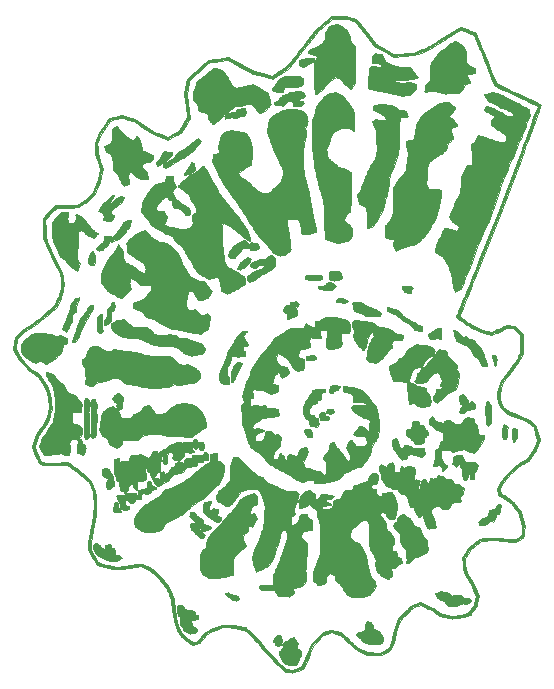
<source format=gto>
%TF.GenerationSoftware,KiCad,Pcbnew,(5.1.8-0-10_14)*%
%TF.CreationDate,2021-09-01T19:15:24+01:00*%
%TF.ProjectId,4u-2col-blank-ammonite,34752d32-636f-46c2-9d62-6c616e6b2d61,rev?*%
%TF.SameCoordinates,Original*%
%TF.FileFunction,Legend,Top*%
%TF.FilePolarity,Positive*%
%FSLAX46Y46*%
G04 Gerber Fmt 4.6, Leading zero omitted, Abs format (unit mm)*
G04 Created by KiCad (PCBNEW (5.1.8-0-10_14)) date 2021-09-01 19:15:24*
%MOMM*%
%LPD*%
G01*
G04 APERTURE LIST*
%ADD10C,0.010000*%
G04 APERTURE END LIST*
D10*
%TO.C,Ref\u002A\u002A*%
G36*
X81484514Y-29139005D02*
G01*
X81613672Y-29189197D01*
X81730244Y-29235960D01*
X81828122Y-29276724D01*
X81901193Y-29308918D01*
X81943348Y-29329974D01*
X81950449Y-29334965D01*
X81968215Y-29356136D01*
X82010042Y-29407397D01*
X82073546Y-29485784D01*
X82156338Y-29588336D01*
X82256030Y-29712087D01*
X82370237Y-29854076D01*
X82496570Y-30011339D01*
X82632643Y-30180912D01*
X82772588Y-30355489D01*
X83567862Y-31348061D01*
X84293125Y-31783202D01*
X85018387Y-32218342D01*
X86754083Y-32086626D01*
X87289117Y-31874815D01*
X87434178Y-31816893D01*
X87569428Y-31761958D01*
X87688901Y-31712507D01*
X87786629Y-31671034D01*
X87856648Y-31640038D01*
X87892367Y-31622390D01*
X87921085Y-31604825D01*
X87982784Y-31566741D01*
X88074497Y-31509978D01*
X88193258Y-31436376D01*
X88336100Y-31347776D01*
X88500059Y-31246018D01*
X88682167Y-31132943D01*
X88879459Y-31010390D01*
X89088968Y-30880200D01*
X89307728Y-30744215D01*
X89310933Y-30742222D01*
X89528828Y-30607098D01*
X89736957Y-30478707D01*
X89932432Y-30358787D01*
X90112366Y-30249079D01*
X90273873Y-30151322D01*
X90414065Y-30067255D01*
X90530054Y-29998619D01*
X90618954Y-29947153D01*
X90677878Y-29914597D01*
X90703939Y-29902689D01*
X90704290Y-29902667D01*
X90733953Y-29910616D01*
X90796684Y-29932863D01*
X90886651Y-29967007D01*
X90998022Y-30010648D01*
X91124964Y-30061384D01*
X91261646Y-30116816D01*
X91402234Y-30174543D01*
X91540897Y-30232164D01*
X91671802Y-30287279D01*
X91789117Y-30337486D01*
X91887009Y-30380386D01*
X91959646Y-30413577D01*
X92001196Y-30434660D01*
X92007870Y-30439225D01*
X92019095Y-30461784D01*
X92045027Y-30521052D01*
X92084608Y-30614449D01*
X92136780Y-30739397D01*
X92200485Y-30893315D01*
X92274662Y-31073625D01*
X92358255Y-31277747D01*
X92450204Y-31503103D01*
X92549452Y-31747112D01*
X92654939Y-32007196D01*
X92765607Y-32280775D01*
X92880398Y-32565271D01*
X92882170Y-32569667D01*
X92997016Y-32854328D01*
X93107750Y-33128127D01*
X93213313Y-33388485D01*
X93312647Y-33632821D01*
X93404693Y-33858554D01*
X93488393Y-34063102D01*
X93562690Y-34243887D01*
X93626525Y-34398326D01*
X93678840Y-34523839D01*
X93718576Y-34617845D01*
X93744676Y-34677764D01*
X93756080Y-34701015D01*
X93756133Y-34701070D01*
X93778538Y-34713516D01*
X93836609Y-34742633D01*
X93927670Y-34787144D01*
X94049046Y-34845774D01*
X94198063Y-34917246D01*
X94372045Y-35000285D01*
X94568317Y-35093615D01*
X94784203Y-35195960D01*
X95017029Y-35306044D01*
X95264119Y-35422590D01*
X95522799Y-35544324D01*
X95611824Y-35586156D01*
X95873817Y-35709317D01*
X96125152Y-35827662D01*
X96363152Y-35939920D01*
X96585138Y-36044818D01*
X96788433Y-36141084D01*
X96970360Y-36227447D01*
X97128240Y-36302636D01*
X97259395Y-36365378D01*
X97361148Y-36414401D01*
X97430822Y-36448434D01*
X97465738Y-36466205D01*
X97469199Y-36468303D01*
X97490803Y-36505980D01*
X97496167Y-36539654D01*
X97488905Y-36563765D01*
X97467551Y-36625794D01*
X97432752Y-36723977D01*
X97385156Y-36856549D01*
X97325409Y-37021743D01*
X97254160Y-37217794D01*
X97172055Y-37442937D01*
X97079741Y-37695407D01*
X96977867Y-37973438D01*
X96867079Y-38275264D01*
X96748025Y-38599121D01*
X96621351Y-38943242D01*
X96487706Y-39305862D01*
X96347736Y-39685216D01*
X96202090Y-40079539D01*
X96051413Y-40487064D01*
X95896354Y-40906028D01*
X95783905Y-41209604D01*
X94071644Y-45830584D01*
X92342067Y-50095667D01*
X92177256Y-50502086D01*
X92016630Y-50898185D01*
X91860917Y-51282170D01*
X91710844Y-51652248D01*
X91567137Y-52006627D01*
X91430525Y-52343513D01*
X91301734Y-52661112D01*
X91181490Y-52957633D01*
X91070522Y-53231282D01*
X90969557Y-53480266D01*
X90879320Y-53702792D01*
X90800540Y-53897067D01*
X90733944Y-54061298D01*
X90680259Y-54193692D01*
X90640211Y-54292455D01*
X90614528Y-54355796D01*
X90603938Y-54381920D01*
X90603713Y-54382476D01*
X90617447Y-54400760D01*
X90660778Y-54439951D01*
X90728968Y-54496197D01*
X90817281Y-54565640D01*
X90920977Y-54644428D01*
X90974618Y-54684281D01*
X91086848Y-54766404D01*
X91184599Y-54835864D01*
X91274840Y-54896819D01*
X91364542Y-54953430D01*
X91460676Y-55009857D01*
X91570211Y-55070260D01*
X91700117Y-55138798D01*
X91857365Y-55219631D01*
X91954026Y-55268804D01*
X92553750Y-55573249D01*
X92951312Y-55660289D01*
X93348874Y-55747328D01*
X93829729Y-55517970D01*
X93973197Y-55449633D01*
X94114573Y-55382466D01*
X94245994Y-55320192D01*
X94359598Y-55266531D01*
X94447523Y-55225208D01*
X94484252Y-55208083D01*
X94657920Y-55127555D01*
X95284250Y-55227311D01*
X95443000Y-55374717D01*
X95525025Y-55451417D01*
X95623770Y-55544557D01*
X95725510Y-55641157D01*
X95799078Y-55711479D01*
X95996406Y-55900835D01*
X95981269Y-56750043D01*
X95966131Y-57599250D01*
X95808469Y-57901026D01*
X95740753Y-58025086D01*
X95665442Y-58151430D01*
X95578034Y-58286950D01*
X95474023Y-58438543D01*
X95348907Y-58613101D01*
X95296875Y-58684192D01*
X95181563Y-58841344D01*
X95050118Y-59021007D01*
X94911166Y-59211355D01*
X94773336Y-59400562D01*
X94645254Y-59576802D01*
X94577167Y-59670720D01*
X94211391Y-60175856D01*
X94109443Y-60543743D01*
X94007495Y-60911631D01*
X94039318Y-61250958D01*
X94051907Y-61380384D01*
X94063432Y-61478323D01*
X94076373Y-61555468D01*
X94093211Y-61622517D01*
X94116429Y-61690164D01*
X94148507Y-61769107D01*
X94172522Y-61825147D01*
X94273902Y-62060009D01*
X94574632Y-62301490D01*
X94875362Y-62542972D01*
X95196223Y-62630595D01*
X95424448Y-62700631D01*
X95679948Y-62793133D01*
X95945173Y-62901053D01*
X96373263Y-63083888D01*
X96723171Y-63378986D01*
X97073080Y-63674084D01*
X97125836Y-63843417D01*
X97147928Y-63915775D01*
X97179043Y-64019691D01*
X97216481Y-64146043D01*
X97257541Y-64285710D01*
X97299525Y-64429571D01*
X97308557Y-64460672D01*
X97438521Y-64908594D01*
X97296221Y-65265006D01*
X97248467Y-65382412D01*
X97204792Y-65483370D01*
X97160870Y-65575955D01*
X97112376Y-65668244D01*
X97054986Y-65768314D01*
X96984375Y-65884240D01*
X96896218Y-66024100D01*
X96856015Y-66087084D01*
X96773629Y-66214991D01*
X96696531Y-66333045D01*
X96628289Y-66435915D01*
X96572468Y-66518270D01*
X96532633Y-66574778D01*
X96513846Y-66598673D01*
X96481570Y-66623247D01*
X96418744Y-66663661D01*
X96332159Y-66715818D01*
X96228610Y-66775623D01*
X96119979Y-66836191D01*
X96009207Y-66897439D01*
X95918080Y-66949876D01*
X95839392Y-66998753D01*
X95765942Y-67049324D01*
X95690525Y-67106842D01*
X95605940Y-67176559D01*
X95504981Y-67263728D01*
X95380446Y-67373602D01*
X95368562Y-67384140D01*
X95143605Y-67590723D01*
X94928611Y-67801943D01*
X94727688Y-68013143D01*
X94544940Y-68219664D01*
X94384474Y-68416848D01*
X94250395Y-68600037D01*
X94146809Y-68764572D01*
X94138104Y-68780149D01*
X94087858Y-68873503D01*
X94046152Y-68955264D01*
X94016886Y-69017471D01*
X94003959Y-69052161D01*
X94003667Y-69054727D01*
X94009626Y-69088996D01*
X94025353Y-69150991D01*
X94047626Y-69228145D01*
X94050946Y-69238997D01*
X94098225Y-69392456D01*
X94310238Y-69505281D01*
X94428670Y-69574878D01*
X94569808Y-69668907D01*
X94726121Y-69782164D01*
X94856985Y-69883075D01*
X94966831Y-69970606D01*
X95054937Y-70043137D01*
X95128316Y-70107800D01*
X95193981Y-70171721D01*
X95258945Y-70242031D01*
X95330222Y-70325860D01*
X95414824Y-70430336D01*
X95496525Y-70533210D01*
X95584760Y-70645675D01*
X95664868Y-70749614D01*
X95732795Y-70839619D01*
X95784487Y-70910282D01*
X95815892Y-70956197D01*
X95822924Y-70968646D01*
X95833647Y-71002018D01*
X95852914Y-71070584D01*
X95879161Y-71168427D01*
X95910824Y-71289632D01*
X95946340Y-71428283D01*
X95984145Y-71578464D01*
X95984487Y-71579834D01*
X96124455Y-72140750D01*
X96110228Y-72553500D01*
X96105281Y-72683935D01*
X96099959Y-72801868D01*
X96094660Y-72899981D01*
X96089783Y-72970953D01*
X96085726Y-73007465D01*
X96085472Y-73008584D01*
X96065667Y-73036081D01*
X96018247Y-73083289D01*
X95949457Y-73144510D01*
X95865543Y-73214044D01*
X95825730Y-73245576D01*
X95576518Y-73440236D01*
X95237195Y-73482181D01*
X94897872Y-73524125D01*
X94456061Y-73461608D01*
X94104631Y-73419774D01*
X93752867Y-73392975D01*
X93410341Y-73381506D01*
X93086624Y-73385663D01*
X92791289Y-73405741D01*
X92758565Y-73409196D01*
X92434213Y-73444866D01*
X92017732Y-73763494D01*
X91601250Y-74082121D01*
X91335015Y-74498071D01*
X91068780Y-74914022D01*
X91095319Y-75315969D01*
X91105201Y-75459529D01*
X91114412Y-75570430D01*
X91124607Y-75658287D01*
X91137440Y-75732710D01*
X91154562Y-75803312D01*
X91177629Y-75879705D01*
X91207892Y-75970320D01*
X91242007Y-76066320D01*
X91275737Y-76149805D01*
X91313793Y-76229760D01*
X91360885Y-76315169D01*
X91421722Y-76415017D01*
X91501014Y-76538290D01*
X91524108Y-76573570D01*
X91600274Y-76691537D01*
X91666227Y-76798737D01*
X91726330Y-76903401D01*
X91784945Y-77013764D01*
X91846435Y-77138058D01*
X91915163Y-77284517D01*
X91995493Y-77461374D01*
X92000561Y-77472650D01*
X92064418Y-77616514D01*
X92122120Y-77749794D01*
X92171430Y-77867060D01*
X92210115Y-77962884D01*
X92235937Y-78031838D01*
X92246663Y-78068494D01*
X92246833Y-78070727D01*
X92242191Y-78109317D01*
X92229476Y-78180798D01*
X92210501Y-78276902D01*
X92187083Y-78389358D01*
X92161034Y-78509896D01*
X92134171Y-78630246D01*
X92108308Y-78742139D01*
X92085260Y-78837304D01*
X92066841Y-78907470D01*
X92055369Y-78943247D01*
X92038952Y-78970746D01*
X92002580Y-79026115D01*
X91950846Y-79102736D01*
X91888340Y-79193988D01*
X91819655Y-79293252D01*
X91749382Y-79393907D01*
X91682113Y-79489334D01*
X91622439Y-79572914D01*
X91574951Y-79638026D01*
X91556306Y-79662768D01*
X91535219Y-79671300D01*
X91479968Y-79690486D01*
X91396765Y-79718255D01*
X91291822Y-79752538D01*
X91171352Y-79791267D01*
X91152426Y-79797300D01*
X91002724Y-79844131D01*
X90881267Y-79879547D01*
X90776356Y-79906151D01*
X90676291Y-79926546D01*
X90569374Y-79943336D01*
X90443905Y-79959124D01*
X90405333Y-79963553D01*
X90281353Y-79977071D01*
X90165794Y-79988703D01*
X90067977Y-79997581D01*
X89997219Y-80002840D01*
X89971417Y-80003899D01*
X89927135Y-79999219D01*
X89848713Y-79985669D01*
X89743076Y-79964661D01*
X89617148Y-79937613D01*
X89477855Y-79905938D01*
X89389333Y-79884962D01*
X88891917Y-79765251D01*
X88669667Y-79580815D01*
X88562187Y-79494355D01*
X88470372Y-79428388D01*
X88379605Y-79373821D01*
X88275271Y-79321565D01*
X88193417Y-79284603D01*
X88079342Y-79233119D01*
X87942704Y-79169467D01*
X87798610Y-79100792D01*
X87662168Y-79034238D01*
X87626525Y-79016523D01*
X87313634Y-78860218D01*
X86737248Y-79039996D01*
X86438749Y-79304978D01*
X86317959Y-79416029D01*
X86182958Y-79546409D01*
X86046836Y-79683097D01*
X85922685Y-79813071D01*
X85868659Y-79872060D01*
X85597068Y-80174160D01*
X85439295Y-80570705D01*
X85381963Y-80716805D01*
X85337813Y-80835895D01*
X85303374Y-80939882D01*
X85275173Y-81040675D01*
X85249737Y-81150182D01*
X85223594Y-81280313D01*
X85207616Y-81365201D01*
X85177216Y-81522269D01*
X85148095Y-81654799D01*
X85116571Y-81776000D01*
X85078963Y-81899081D01*
X85031590Y-82037249D01*
X84983444Y-82169534D01*
X84929616Y-82310991D01*
X84880520Y-82432047D01*
X84838409Y-82527549D01*
X84805536Y-82592345D01*
X84786790Y-82619199D01*
X84754751Y-82642418D01*
X84691984Y-82682342D01*
X84604796Y-82735166D01*
X84499495Y-82797086D01*
X84382386Y-82864298D01*
X84351788Y-82881604D01*
X83963173Y-83100725D01*
X82753583Y-83076623D01*
X82340895Y-82881488D01*
X81928207Y-82686352D01*
X81525978Y-82336056D01*
X81391009Y-82216879D01*
X81244600Y-82084808D01*
X81096985Y-81949264D01*
X80958399Y-81819666D01*
X80839074Y-81705432D01*
X80811091Y-81678057D01*
X80498432Y-81370353D01*
X80123174Y-81270567D01*
X79747917Y-81170781D01*
X79413171Y-81300232D01*
X79078426Y-81429684D01*
X78202750Y-82336362D01*
X77979034Y-82932390D01*
X77847791Y-83270100D01*
X77721197Y-83571741D01*
X77600288Y-83834880D01*
X77561484Y-83913504D01*
X77367650Y-84298591D01*
X76935708Y-84437379D01*
X76805780Y-84478431D01*
X76687756Y-84514410D01*
X76588170Y-84543429D01*
X76513559Y-84563602D01*
X76470459Y-84573041D01*
X76464258Y-84573479D01*
X76429695Y-84570510D01*
X76361748Y-84564192D01*
X76269158Y-84555354D01*
X76160670Y-84544825D01*
X76119581Y-84540797D01*
X75814412Y-84510805D01*
X75569248Y-84280793D01*
X75296793Y-84019213D01*
X75015292Y-83736985D01*
X74721926Y-83431121D01*
X74413879Y-83098631D01*
X74088332Y-82736527D01*
X73752737Y-82353667D01*
X73606688Y-82185994D01*
X73464571Y-82024339D01*
X73329601Y-81872260D01*
X73204994Y-81733312D01*
X73093965Y-81611053D01*
X72999731Y-81509038D01*
X72925505Y-81430826D01*
X72874505Y-81379971D01*
X72862880Y-81369417D01*
X72777198Y-81294631D01*
X72677823Y-81206996D01*
X72582415Y-81122107D01*
X72555797Y-81098241D01*
X72395391Y-80954066D01*
X71827737Y-80849826D01*
X71654687Y-80818305D01*
X71515283Y-80793851D01*
X71401590Y-80775567D01*
X71305676Y-80762558D01*
X71219609Y-80753928D01*
X71135454Y-80748782D01*
X71045280Y-80746225D01*
X70941154Y-80745360D01*
X70901737Y-80745293D01*
X70543391Y-80745000D01*
X70139737Y-80887197D01*
X69991333Y-80940338D01*
X69872958Y-80985407D01*
X69774311Y-81027212D01*
X69685092Y-81070557D01*
X69595003Y-81120249D01*
X69493744Y-81181094D01*
X69445145Y-81211293D01*
X69154208Y-81393192D01*
X68886036Y-81730554D01*
X68803716Y-81833508D01*
X68729494Y-81925190D01*
X68667670Y-82000381D01*
X68622547Y-82053859D01*
X68598424Y-82080405D01*
X68596431Y-82082067D01*
X68565858Y-82094104D01*
X68504110Y-82113107D01*
X68421245Y-82136455D01*
X68327323Y-82161527D01*
X68232402Y-82185704D01*
X68146541Y-82206365D01*
X68079798Y-82220889D01*
X68042233Y-82226655D01*
X68041390Y-82226667D01*
X67998776Y-82214417D01*
X67929077Y-82180435D01*
X67838705Y-82128871D01*
X67734074Y-82063876D01*
X67621597Y-81989603D01*
X67507686Y-81910201D01*
X67398756Y-81829822D01*
X67301218Y-81752616D01*
X67275110Y-81730671D01*
X67187059Y-81654327D01*
X67118780Y-81590974D01*
X67062641Y-81531501D01*
X67011005Y-81466793D01*
X66956236Y-81387738D01*
X66890700Y-81285222D01*
X66858124Y-81232973D01*
X66789210Y-81120621D01*
X66735793Y-81028424D01*
X66692962Y-80945585D01*
X66655803Y-80861310D01*
X66619404Y-80764802D01*
X66578853Y-80645266D01*
X66549276Y-80554247D01*
X66519581Y-80461691D01*
X66494593Y-80381451D01*
X66473300Y-80308213D01*
X66454688Y-80236663D01*
X66437744Y-80161486D01*
X66421455Y-80077368D01*
X66404807Y-79978997D01*
X66386788Y-79861056D01*
X66366384Y-79718233D01*
X66342582Y-79545213D01*
X66314369Y-79336682D01*
X66307699Y-79287211D01*
X66187761Y-78397580D01*
X66053960Y-78025072D01*
X65989655Y-77852633D01*
X65933177Y-77716012D01*
X65882170Y-77609938D01*
X65834279Y-77529138D01*
X65828931Y-77521324D01*
X65700656Y-77338846D01*
X65584175Y-77178214D01*
X65469510Y-77026205D01*
X65346682Y-76869599D01*
X65205713Y-76695175D01*
X65201507Y-76690027D01*
X65096551Y-76563220D01*
X65008376Y-76461438D01*
X64928262Y-76375919D01*
X64847486Y-76297901D01*
X64757327Y-76218621D01*
X64649062Y-76129315D01*
X64620429Y-76106231D01*
X64509818Y-76017989D01*
X64422013Y-75950719D01*
X64347164Y-75898454D01*
X64275421Y-75855229D01*
X64196933Y-75815076D01*
X64101851Y-75772028D01*
X63989333Y-75723926D01*
X63661250Y-75585194D01*
X63153250Y-75644558D01*
X62970928Y-75666286D01*
X62765466Y-75691473D01*
X62552896Y-75718109D01*
X62349249Y-75744182D01*
X62170557Y-75767684D01*
X62159794Y-75769127D01*
X62015826Y-75787967D01*
X61881114Y-75804667D01*
X61762950Y-75818396D01*
X61668625Y-75828322D01*
X61605431Y-75833616D01*
X61588294Y-75834267D01*
X61495770Y-75828384D01*
X61370425Y-75811935D01*
X61219976Y-75786547D01*
X61052140Y-75753848D01*
X60874636Y-75715466D01*
X60695181Y-75673027D01*
X60521492Y-75628159D01*
X60361288Y-75582490D01*
X60291698Y-75560843D01*
X59893583Y-75432912D01*
X59669334Y-75077998D01*
X59586892Y-74945561D01*
X59500324Y-74803135D01*
X59416879Y-74662868D01*
X59343806Y-74536911D01*
X59300370Y-74459515D01*
X59155655Y-74195946D01*
X59182460Y-73750431D01*
X59201869Y-73489285D01*
X59226402Y-73264301D01*
X59255749Y-73078216D01*
X59261140Y-73050917D01*
X59277450Y-72969656D01*
X59300333Y-72853630D01*
X59328462Y-72709665D01*
X59360513Y-72544586D01*
X59395159Y-72365218D01*
X59431074Y-72178386D01*
X59459941Y-72027543D01*
X59498269Y-71826227D01*
X59529456Y-71659690D01*
X59554405Y-71521145D01*
X59574017Y-71403808D01*
X59589192Y-71300895D01*
X59600832Y-71205621D01*
X59609837Y-71111199D01*
X59617110Y-71010847D01*
X59623550Y-70897779D01*
X59630059Y-70765210D01*
X59631420Y-70736376D01*
X59639051Y-70566796D01*
X59644008Y-70429130D01*
X59646062Y-70313030D01*
X59644982Y-70208150D01*
X59640540Y-70104139D01*
X59632507Y-69990651D01*
X59620653Y-69857337D01*
X59609362Y-69740609D01*
X59562752Y-69266634D01*
X59216250Y-68485286D01*
X58812375Y-68106320D01*
X58642517Y-67949570D01*
X58493961Y-67818567D01*
X58359763Y-67707533D01*
X58232976Y-67610685D01*
X58126917Y-67535930D01*
X58007887Y-67453380D01*
X57879785Y-67361825D01*
X57756380Y-67271264D01*
X57651440Y-67191697D01*
X57631575Y-67176170D01*
X57417817Y-67007834D01*
X57258700Y-67007713D01*
X57194369Y-67008526D01*
X57095291Y-67010880D01*
X56969016Y-67014543D01*
X56823092Y-67019282D01*
X56665070Y-67024865D01*
X56517500Y-67030470D01*
X56335446Y-67037275D01*
X56186828Y-67041725D01*
X56062805Y-67043657D01*
X55954537Y-67042911D01*
X55853182Y-67039324D01*
X55749900Y-67032736D01*
X55635850Y-67022983D01*
X55526333Y-67012335D01*
X55356382Y-66993893D01*
X55228200Y-66976811D01*
X55141245Y-66961002D01*
X55094977Y-66946379D01*
X55088692Y-66941952D01*
X55056389Y-66898965D01*
X55010413Y-66824554D01*
X54954541Y-66725866D01*
X54892553Y-66610047D01*
X54828225Y-66484243D01*
X54765337Y-66355598D01*
X54707667Y-66231260D01*
X54681456Y-66171750D01*
X54623594Y-66032116D01*
X54568686Y-65889645D01*
X54519148Y-65751567D01*
X54477393Y-65625113D01*
X54445835Y-65517514D01*
X54426890Y-65436001D01*
X54422412Y-65395858D01*
X54429588Y-65362204D01*
X54449468Y-65295266D01*
X54479952Y-65201420D01*
X54518940Y-65087043D01*
X54564329Y-64958511D01*
X54588682Y-64891167D01*
X54754541Y-64436084D01*
X55029703Y-64033917D01*
X55123031Y-63895252D01*
X55220900Y-63745913D01*
X55316283Y-63596895D01*
X55402151Y-63459193D01*
X55471478Y-63343800D01*
X55478221Y-63332200D01*
X55538507Y-63227014D01*
X55585307Y-63141161D01*
X55622492Y-63065047D01*
X55653931Y-62989077D01*
X55683493Y-62903657D01*
X55715049Y-62799192D01*
X55752468Y-62666088D01*
X55764558Y-62622252D01*
X55877540Y-62211853D01*
X55829165Y-61736468D01*
X55812283Y-61575152D01*
X55797165Y-61445955D01*
X55781925Y-61338817D01*
X55764682Y-61243682D01*
X55743551Y-61150492D01*
X55716649Y-61049188D01*
X55682093Y-60929714D01*
X55671243Y-60893161D01*
X55561697Y-60525238D01*
X55227024Y-60025327D01*
X54892351Y-59525417D01*
X54484144Y-59239667D01*
X54359716Y-59152294D01*
X54259695Y-59080594D01*
X54177250Y-59018483D01*
X54105551Y-58959876D01*
X54037769Y-58898691D01*
X53967072Y-58828843D01*
X53886632Y-58744248D01*
X53789617Y-58638822D01*
X53703927Y-58544685D01*
X53331917Y-58135453D01*
X53082269Y-57660334D01*
X52832621Y-57185216D01*
X52838634Y-57142606D01*
X53063766Y-57142606D01*
X53497972Y-57980250D01*
X53861128Y-58382417D01*
X53972869Y-58505861D01*
X54063325Y-58604118D01*
X54139532Y-58683463D01*
X54208530Y-58750170D01*
X54277358Y-58810513D01*
X54353052Y-58870767D01*
X54442653Y-58937207D01*
X54553198Y-59016108D01*
X54642956Y-59079398D01*
X55061629Y-59374213D01*
X55415249Y-59904898D01*
X55768870Y-60435584D01*
X55887756Y-60848334D01*
X55926914Y-60985843D01*
X55957320Y-61098522D01*
X55980840Y-61196496D01*
X55999341Y-61289892D01*
X56014688Y-61388834D01*
X56028747Y-61503450D01*
X56043384Y-61643865D01*
X56053529Y-61747917D01*
X56100417Y-62234750D01*
X55979441Y-62679250D01*
X55939442Y-62825464D01*
X55906973Y-62939634D01*
X55878464Y-63030569D01*
X55850347Y-63107078D01*
X55819053Y-63177970D01*
X55781014Y-63252054D01*
X55732660Y-63338138D01*
X55670424Y-63445032D01*
X55666443Y-63451834D01*
X55591753Y-63576183D01*
X55500590Y-63722868D01*
X55400798Y-63879568D01*
X55300219Y-64033964D01*
X55209943Y-64168961D01*
X55123604Y-64296381D01*
X55056564Y-64397637D01*
X55004259Y-64481532D01*
X54962128Y-64556868D01*
X54925607Y-64632450D01*
X54890133Y-64717080D01*
X54851143Y-64819560D01*
X54804073Y-64948695D01*
X54800150Y-64959537D01*
X54755712Y-65084565D01*
X54716801Y-65198330D01*
X54685632Y-65294000D01*
X54664419Y-65364745D01*
X54655376Y-65403733D01*
X54655207Y-65406576D01*
X54664726Y-65470730D01*
X54690695Y-65565875D01*
X54730373Y-65685269D01*
X54781021Y-65822170D01*
X54839899Y-65969835D01*
X54904268Y-66121520D01*
X54971386Y-66270484D01*
X55038515Y-66409984D01*
X55102914Y-66533277D01*
X55138117Y-66595009D01*
X55238671Y-66764267D01*
X55608211Y-66798391D01*
X55718851Y-66808066D01*
X55818326Y-66815205D01*
X55913947Y-66819851D01*
X56013030Y-66822046D01*
X56122887Y-66821835D01*
X56250832Y-66819259D01*
X56404179Y-66814362D01*
X56590241Y-66807186D01*
X56655083Y-66804531D01*
X56823822Y-66797632D01*
X56981981Y-66791302D01*
X57123786Y-66785762D01*
X57243464Y-66781232D01*
X57335243Y-66777932D01*
X57393349Y-66776084D01*
X57407850Y-66775775D01*
X57441861Y-66779127D01*
X57479880Y-66792374D01*
X57528077Y-66819249D01*
X57592617Y-66863486D01*
X57679669Y-66928820D01*
X57747416Y-66981375D01*
X57867269Y-67072995D01*
X58006411Y-67176175D01*
X58148787Y-67279180D01*
X58278342Y-67370272D01*
X58296399Y-67382677D01*
X58416630Y-67468207D01*
X58536063Y-67560421D01*
X58661721Y-67665214D01*
X58800627Y-67788479D01*
X58959805Y-67936108D01*
X58990135Y-67964761D01*
X59399021Y-68351917D01*
X59588513Y-68774370D01*
X59778006Y-69196824D01*
X59827691Y-69716287D01*
X59843063Y-69879780D01*
X59854491Y-70012820D01*
X59862191Y-70125488D01*
X59866379Y-70227865D01*
X59867271Y-70330034D01*
X59865082Y-70442074D01*
X59860028Y-70574067D01*
X59852325Y-70736096D01*
X59850360Y-70775500D01*
X59842450Y-70928637D01*
X59834869Y-71056906D01*
X59826579Y-71168384D01*
X59816540Y-71271144D01*
X59803712Y-71373264D01*
X59787056Y-71482816D01*
X59765532Y-71607877D01*
X59738100Y-71756522D01*
X59703721Y-71936825D01*
X59695034Y-71982000D01*
X59660002Y-72163294D01*
X59624086Y-72347817D01*
X59588975Y-72526987D01*
X59556358Y-72692223D01*
X59527923Y-72834942D01*
X59505361Y-72946564D01*
X59501321Y-72966250D01*
X59461925Y-73185945D01*
X59431150Y-73423607D01*
X59407515Y-73690828D01*
X59406081Y-73711064D01*
X59376245Y-74138377D01*
X59516103Y-74388397D01*
X59579151Y-74498297D01*
X59656915Y-74629598D01*
X59740951Y-74768266D01*
X59822812Y-74900267D01*
X59850449Y-74943965D01*
X60044937Y-75249513D01*
X60403177Y-75363564D01*
X60667409Y-75440588D01*
X60938728Y-75504679D01*
X61175706Y-75550099D01*
X61589995Y-75622584D01*
X62212872Y-75539701D01*
X62399700Y-75515248D01*
X62599181Y-75489849D01*
X62799979Y-75464898D01*
X62990758Y-75441791D01*
X63160182Y-75421922D01*
X63274676Y-75409082D01*
X63713603Y-75361347D01*
X64074853Y-75515965D01*
X64201117Y-75570430D01*
X64299774Y-75615036D01*
X64380271Y-75655493D01*
X64452057Y-75697511D01*
X64524579Y-75746799D01*
X64607285Y-75809067D01*
X64709623Y-75890026D01*
X64758225Y-75928965D01*
X64867975Y-76017937D01*
X64957742Y-76093791D01*
X65034952Y-76164028D01*
X65107028Y-76236148D01*
X65181396Y-76317654D01*
X65265478Y-76416046D01*
X65366700Y-76538826D01*
X65389488Y-76566763D01*
X65495082Y-76698273D01*
X65606892Y-76840826D01*
X65716799Y-76983842D01*
X65816681Y-77116743D01*
X65898417Y-77228950D01*
X65906093Y-77239775D01*
X65977461Y-77341486D01*
X66032847Y-77423745D01*
X66076877Y-77495702D01*
X66114176Y-77566508D01*
X66149370Y-77645314D01*
X66187085Y-77741273D01*
X66231948Y-77863535D01*
X66257934Y-77935798D01*
X66402312Y-78338228D01*
X66520353Y-79218823D01*
X66549477Y-79435442D01*
X66574058Y-79615455D01*
X66595101Y-79764224D01*
X66613611Y-79887112D01*
X66630593Y-79989480D01*
X66647052Y-80076691D01*
X66663992Y-80154108D01*
X66682420Y-80227091D01*
X66703339Y-80301004D01*
X66727754Y-80381209D01*
X66753579Y-80463302D01*
X66798006Y-80601105D01*
X66835627Y-80709228D01*
X66871388Y-80798664D01*
X66910230Y-80880403D01*
X66957098Y-80965436D01*
X67016936Y-81064755D01*
X67043007Y-81106769D01*
X67114303Y-81219331D01*
X67172687Y-81305172D01*
X67226502Y-81374180D01*
X67284091Y-81436246D01*
X67353797Y-81501258D01*
X67435184Y-81571650D01*
X67539344Y-81655921D01*
X67655875Y-81743360D01*
X67769588Y-81822902D01*
X67854424Y-81877079D01*
X68055731Y-81997210D01*
X68259444Y-81948099D01*
X68463157Y-81898989D01*
X68729203Y-81565101D01*
X68995250Y-81231214D01*
X69312750Y-81031561D01*
X69425437Y-80961551D01*
X69519608Y-80905917D01*
X69605086Y-80860024D01*
X69691694Y-80819240D01*
X69789254Y-80778932D01*
X69907589Y-80734465D01*
X70052523Y-80682621D01*
X70474796Y-80533334D01*
X70899674Y-80533334D01*
X71026566Y-80533541D01*
X71131201Y-80534726D01*
X71221656Y-80537739D01*
X71306012Y-80543424D01*
X71392346Y-80552630D01*
X71488738Y-80566204D01*
X71603266Y-80584993D01*
X71744010Y-80609844D01*
X71901326Y-80638376D01*
X72053251Y-80666451D01*
X72192190Y-80692901D01*
X72312495Y-80716588D01*
X72408517Y-80736375D01*
X72474607Y-80751125D01*
X72505114Y-80759701D01*
X72505846Y-80760085D01*
X72529580Y-80778704D01*
X72579682Y-80820974D01*
X72650918Y-80882375D01*
X72738054Y-80958391D01*
X72835858Y-81044504D01*
X72856192Y-81062500D01*
X72931323Y-81129966D01*
X73003673Y-81197200D01*
X73076370Y-81267564D01*
X73152543Y-81344423D01*
X73235319Y-81431139D01*
X73327827Y-81531074D01*
X73433194Y-81647594D01*
X73554548Y-81784060D01*
X73695018Y-81943835D01*
X73857730Y-82130284D01*
X73978318Y-82269000D01*
X74177465Y-82497613D01*
X74353976Y-82698492D01*
X74512292Y-82876446D01*
X74656855Y-83036281D01*
X74792105Y-83182806D01*
X74922484Y-83320827D01*
X75052433Y-83455152D01*
X75186395Y-83590588D01*
X75328810Y-83731944D01*
X75340471Y-83743426D01*
X75903099Y-84297101D01*
X76068674Y-84310883D01*
X76151657Y-84318308D01*
X76220463Y-84325406D01*
X76262262Y-84330833D01*
X76266000Y-84331544D01*
X76338699Y-84341440D01*
X76420070Y-84339742D01*
X76516931Y-84325279D01*
X76636098Y-84296881D01*
X76784388Y-84253376D01*
X76858667Y-84229778D01*
X77207917Y-84116929D01*
X77370802Y-83801506D01*
X77456512Y-83624701D01*
X77551110Y-83408928D01*
X77654904Y-83153455D01*
X77768204Y-82857550D01*
X77770617Y-82851084D01*
X78007547Y-82216084D01*
X78478983Y-81728383D01*
X78950419Y-81240683D01*
X79340242Y-81089199D01*
X79730064Y-80937715D01*
X80615750Y-81171267D01*
X80912083Y-81465003D01*
X81015961Y-81565854D01*
X81142831Y-81685686D01*
X81283484Y-81815999D01*
X81428709Y-81948295D01*
X81569297Y-82074076D01*
X81631750Y-82129049D01*
X82055083Y-82499359D01*
X82436083Y-82677225D01*
X82817083Y-82855090D01*
X83896607Y-82881570D01*
X84632483Y-82465946D01*
X84777078Y-82080569D01*
X84833852Y-81925933D01*
X84877615Y-81797107D01*
X84912028Y-81680984D01*
X84940748Y-81564460D01*
X84967438Y-81434432D01*
X84986364Y-81331221D01*
X85009613Y-81204794D01*
X85031668Y-81098055D01*
X85055389Y-81001218D01*
X85083640Y-80904498D01*
X85119282Y-80798106D01*
X85165178Y-80672257D01*
X85224189Y-80517164D01*
X85225237Y-80514440D01*
X85399417Y-80061631D01*
X85692085Y-79734174D01*
X85784787Y-79633630D01*
X85892545Y-79521976D01*
X86009962Y-79404317D01*
X86131641Y-79285760D01*
X86252184Y-79171412D01*
X86366194Y-79066379D01*
X86468275Y-78975767D01*
X86553029Y-78904684D01*
X86615058Y-78858235D01*
X86623788Y-78852642D01*
X86659007Y-78837148D01*
X86726855Y-78812453D01*
X86819338Y-78781281D01*
X86928466Y-78746355D01*
X87002803Y-78723457D01*
X87336189Y-78622323D01*
X87817719Y-78856113D01*
X87958209Y-78924059D01*
X88094073Y-78989282D01*
X88218140Y-79048377D01*
X88323239Y-79097939D01*
X88402199Y-79134560D01*
X88436452Y-79149962D01*
X88522182Y-79195533D01*
X88626020Y-79263300D01*
X88736251Y-79345415D01*
X88775118Y-79376874D01*
X88856539Y-79442977D01*
X88929595Y-79499859D01*
X88986330Y-79541483D01*
X89018787Y-79561814D01*
X89018917Y-79561869D01*
X89051536Y-79572081D01*
X89118600Y-79590293D01*
X89213352Y-79614768D01*
X89329037Y-79643772D01*
X89458902Y-79675570D01*
X89501444Y-79685833D01*
X89941638Y-79791656D01*
X90310722Y-79751271D01*
X90460926Y-79733706D01*
X90584372Y-79715872D01*
X90695254Y-79694815D01*
X90807766Y-79667578D01*
X90936102Y-79631207D01*
X91042316Y-79598925D01*
X91404824Y-79486964D01*
X91629976Y-79171997D01*
X91855128Y-78857031D01*
X91941672Y-78467877D01*
X92028216Y-78078724D01*
X91787872Y-77546685D01*
X91705626Y-77366677D01*
X91634904Y-77217306D01*
X91571167Y-77090040D01*
X91509874Y-76976349D01*
X91446488Y-76867701D01*
X91376467Y-76755565D01*
X91323871Y-76674674D01*
X91242161Y-76549169D01*
X91179554Y-76448637D01*
X91131033Y-76363260D01*
X91091579Y-76283221D01*
X91056176Y-76198702D01*
X91019806Y-76099887D01*
X90997918Y-76036893D01*
X90895623Y-75739084D01*
X90870288Y-75294584D01*
X90844954Y-74850084D01*
X91138982Y-74388819D01*
X91433009Y-73927554D01*
X91633546Y-73774674D01*
X91728732Y-73702124D01*
X91843762Y-73614475D01*
X91964796Y-73522269D01*
X92077996Y-73436051D01*
X92088626Y-73427956D01*
X92343169Y-73234119D01*
X92723626Y-73192186D01*
X93041901Y-73167694D01*
X93386342Y-73160349D01*
X93744565Y-73169802D01*
X94104187Y-73195703D01*
X94452825Y-73237702D01*
X94479917Y-73241754D01*
X94618379Y-73262409D01*
X94724886Y-73276802D01*
X94809270Y-73285432D01*
X94881366Y-73288797D01*
X94951007Y-73287394D01*
X95028028Y-73281722D01*
X95109405Y-73273627D01*
X95244261Y-73258852D01*
X95346276Y-73244637D01*
X95424767Y-73227711D01*
X95489054Y-73204806D01*
X95548455Y-73172650D01*
X95612287Y-73127974D01*
X95684383Y-73071859D01*
X95748391Y-73021436D01*
X95796732Y-72980727D01*
X95831828Y-72942852D01*
X95856099Y-72900933D01*
X95871966Y-72848090D01*
X95881852Y-72777443D01*
X95888178Y-72682113D01*
X95893365Y-72555221D01*
X95896635Y-72468834D01*
X95907747Y-72183084D01*
X95761587Y-71615616D01*
X95722648Y-71466210D01*
X95686202Y-71329715D01*
X95653798Y-71211669D01*
X95626984Y-71117613D01*
X95607309Y-71053084D01*
X95596323Y-71023622D01*
X95595869Y-71022949D01*
X95459139Y-70847236D01*
X95344138Y-70700920D01*
X95246959Y-70579714D01*
X95163696Y-70479325D01*
X95090442Y-70395466D01*
X95023289Y-70323845D01*
X94958332Y-70260172D01*
X94891663Y-70200159D01*
X94819375Y-70139514D01*
X94737562Y-70073949D01*
X94716481Y-70057323D01*
X94579354Y-69953403D01*
X94434881Y-69850874D01*
X94295527Y-69758272D01*
X94173759Y-69684128D01*
X94159929Y-69676323D01*
X93910742Y-69537250D01*
X93841205Y-69315000D01*
X93812555Y-69218608D01*
X93789556Y-69132071D01*
X93774984Y-69066399D01*
X93771251Y-69037328D01*
X93781018Y-68999698D01*
X93808174Y-68933421D01*
X93849037Y-68846563D01*
X93899924Y-68747193D01*
X93924292Y-68702041D01*
X93976991Y-68608126D01*
X94026916Y-68525239D01*
X94079117Y-68446529D01*
X94138646Y-68365148D01*
X94210555Y-68274247D01*
X94299895Y-68166978D01*
X94411718Y-68036490D01*
X94435235Y-68009302D01*
X94583279Y-67841206D01*
X94719228Y-67693868D01*
X94853728Y-67556521D01*
X94997423Y-67418397D01*
X95160959Y-67268728D01*
X95216270Y-67219262D01*
X95345151Y-67104831D01*
X95449283Y-67013817D01*
X95535373Y-66941308D01*
X95610130Y-66882392D01*
X95680260Y-66832157D01*
X95752471Y-66785690D01*
X95833471Y-66738079D01*
X95929968Y-66684412D01*
X95995084Y-66648898D01*
X96350349Y-66455699D01*
X96648509Y-65993370D01*
X96747949Y-65837827D01*
X96827736Y-65709268D01*
X96892196Y-65599791D01*
X96945659Y-65501493D01*
X96992453Y-65406473D01*
X97036905Y-65306830D01*
X97075785Y-65213328D01*
X97204901Y-64895615D01*
X97048015Y-64358932D01*
X96891129Y-63822250D01*
X96570876Y-63547084D01*
X96250624Y-63271917D01*
X95841520Y-63098533D01*
X95592156Y-62998189D01*
X95351455Y-62911637D01*
X95131906Y-62843329D01*
X95104333Y-62835685D01*
X94776250Y-62746220D01*
X94434823Y-62474668D01*
X94093396Y-62203117D01*
X93854206Y-61646495D01*
X93819947Y-61263289D01*
X93785688Y-60880084D01*
X94008016Y-60075750D01*
X94306083Y-59663000D01*
X94396507Y-59538087D01*
X94505719Y-59387707D01*
X94627427Y-59220497D01*
X94755336Y-59045094D01*
X94883153Y-58870134D01*
X95004584Y-58704253D01*
X95031041Y-58668167D01*
X95171670Y-58474734D01*
X95289183Y-58309144D01*
X95386998Y-58166254D01*
X95468532Y-58040920D01*
X95537204Y-57928000D01*
X95596433Y-57822352D01*
X95609216Y-57798279D01*
X95760500Y-57510474D01*
X95760500Y-55983432D01*
X95186440Y-55440250D01*
X94991928Y-55404284D01*
X94898807Y-55388112D01*
X94815179Y-55375447D01*
X94754210Y-55368209D01*
X94738143Y-55367243D01*
X94698998Y-55376020D01*
X94626779Y-55401713D01*
X94526231Y-55442218D01*
X94402101Y-55495428D01*
X94259134Y-55559241D01*
X94102075Y-55631552D01*
X93935671Y-55710255D01*
X93764667Y-55793247D01*
X93656365Y-55846959D01*
X93383146Y-55983654D01*
X92908915Y-55876355D01*
X92434685Y-55769056D01*
X91827467Y-55457519D01*
X91655424Y-55368949D01*
X91514092Y-55295072D01*
X91396370Y-55231550D01*
X91295154Y-55174043D01*
X91203342Y-55118215D01*
X91113832Y-55059728D01*
X91019519Y-54994243D01*
X90913303Y-54917422D01*
X90788079Y-54824928D01*
X90771300Y-54812467D01*
X90322350Y-54478952D01*
X90425243Y-54229351D01*
X90443188Y-54185489D01*
X90476235Y-54104348D01*
X90523591Y-53987884D01*
X90584462Y-53838056D01*
X90658054Y-53656818D01*
X90743574Y-53446129D01*
X90840228Y-53207944D01*
X90947222Y-52944220D01*
X91063763Y-52656914D01*
X91189057Y-52347983D01*
X91322309Y-52019383D01*
X91462727Y-51673072D01*
X91609517Y-51311004D01*
X91761884Y-50935139D01*
X91919036Y-50547431D01*
X92080179Y-50149838D01*
X92205068Y-49841667D01*
X93881999Y-45703584D01*
X95562083Y-41168911D01*
X95718247Y-40747335D01*
X95870488Y-40336197D01*
X96018154Y-39937263D01*
X96160592Y-39552301D01*
X96297152Y-39183078D01*
X96427180Y-38831361D01*
X96550024Y-38498917D01*
X96665033Y-38187512D01*
X96771554Y-37898915D01*
X96868936Y-37634892D01*
X96956525Y-37397210D01*
X97033671Y-37187636D01*
X97099720Y-37007938D01*
X97154022Y-36859882D01*
X97195923Y-36745236D01*
X97224771Y-36665766D01*
X97239915Y-36623240D01*
X97242167Y-36616229D01*
X97223427Y-36604858D01*
X97168966Y-36576836D01*
X97081415Y-36533423D01*
X96963409Y-36475880D01*
X96817581Y-36405471D01*
X96646565Y-36323456D01*
X96452994Y-36231098D01*
X96239502Y-36129659D01*
X96008722Y-36020399D01*
X95763287Y-35904581D01*
X95505833Y-35783468D01*
X95419248Y-35742818D01*
X95111500Y-35598098D01*
X94826843Y-35463614D01*
X94566900Y-35340152D01*
X94333292Y-35228499D01*
X94127641Y-35129440D01*
X93951568Y-35043764D01*
X93806695Y-34972257D01*
X93694643Y-34915705D01*
X93617034Y-34874896D01*
X93575490Y-34850615D01*
X93568848Y-34845084D01*
X93557342Y-34820030D01*
X93531129Y-34758315D01*
X93491278Y-34662559D01*
X93438857Y-34535385D01*
X93374936Y-34379415D01*
X93300583Y-34197271D01*
X93216866Y-33991574D01*
X93124856Y-33764948D01*
X93025619Y-33520013D01*
X92920225Y-33259392D01*
X92809743Y-32985706D01*
X92701787Y-32717834D01*
X92587610Y-32434642D01*
X92477554Y-32162340D01*
X92372683Y-31903522D01*
X92274058Y-31660779D01*
X92182743Y-31436705D01*
X92099798Y-31233892D01*
X92026288Y-31054932D01*
X91963273Y-30902418D01*
X91911817Y-30778944D01*
X91872982Y-30687100D01*
X91847829Y-30629481D01*
X91837562Y-30608790D01*
X91812176Y-30594671D01*
X91752854Y-30566896D01*
X91664871Y-30527769D01*
X91553500Y-30479597D01*
X91424013Y-30424686D01*
X91281685Y-30365341D01*
X91266237Y-30358957D01*
X90719557Y-30133252D01*
X90652403Y-30173133D01*
X90623750Y-30190641D01*
X90562146Y-30228646D01*
X90470589Y-30285289D01*
X90352078Y-30358711D01*
X90209611Y-30447051D01*
X90046185Y-30548451D01*
X89864798Y-30661051D01*
X89668448Y-30782991D01*
X89460133Y-30912412D01*
X89262333Y-31035345D01*
X87939417Y-31857675D01*
X87357333Y-32084153D01*
X86775250Y-32310631D01*
X84958610Y-32445379D01*
X84184180Y-31978658D01*
X83409750Y-31511936D01*
X82626583Y-30534752D01*
X82484516Y-30357448D01*
X82350029Y-30189523D01*
X82225514Y-30033968D01*
X82113360Y-29893772D01*
X82015957Y-29771926D01*
X81935697Y-29671420D01*
X81874969Y-29595244D01*
X81836164Y-29546388D01*
X81821926Y-29528203D01*
X81796186Y-29511810D01*
X81737227Y-29483552D01*
X81651536Y-29446244D01*
X81545601Y-29402703D01*
X81425909Y-29355744D01*
X81414829Y-29351502D01*
X81307071Y-29310230D01*
X81217464Y-29276777D01*
X81140020Y-29250475D01*
X81068750Y-29230657D01*
X80997667Y-29216655D01*
X80920782Y-29207802D01*
X80832107Y-29203432D01*
X80725654Y-29202876D01*
X80595435Y-29205468D01*
X80435462Y-29210540D01*
X80239747Y-29217425D01*
X80218330Y-29218176D01*
X79820909Y-29232065D01*
X79248092Y-29741991D01*
X78675276Y-30251917D01*
X77793429Y-31362596D01*
X77628871Y-31569349D01*
X77460590Y-31779834D01*
X77292322Y-31989436D01*
X77127804Y-32193541D01*
X76970771Y-32387533D01*
X76824959Y-32566798D01*
X76694103Y-32726721D01*
X76581940Y-32862686D01*
X76492205Y-32970079D01*
X76491260Y-32971198D01*
X76070938Y-33469121D01*
X75557812Y-33799303D01*
X75418918Y-33888558D01*
X75285220Y-33974254D01*
X75162712Y-34052565D01*
X75057384Y-34119667D01*
X74975231Y-34171736D01*
X74922244Y-34204949D01*
X74919801Y-34206457D01*
X74794917Y-34283429D01*
X73958833Y-34070635D01*
X73122750Y-33857842D01*
X72060183Y-33286493D01*
X70997617Y-32715145D01*
X70208100Y-32822933D01*
X70029646Y-32847418D01*
X69864120Y-32870364D01*
X69716275Y-32891094D01*
X69590866Y-32908931D01*
X69492646Y-32923199D01*
X69426369Y-32933220D01*
X69396787Y-32938319D01*
X69396000Y-32938542D01*
X69376474Y-32953969D01*
X69328792Y-32995366D01*
X69255947Y-33060037D01*
X69160933Y-33145283D01*
X69046741Y-33248406D01*
X68916364Y-33366710D01*
X68772796Y-33497495D01*
X68619028Y-33638065D01*
X68559917Y-33692228D01*
X68403127Y-33835978D01*
X68255552Y-33971271D01*
X68120176Y-34095371D01*
X67999985Y-34205544D01*
X67897961Y-34299055D01*
X67817088Y-34373167D01*
X67760352Y-34425147D01*
X67730735Y-34452259D01*
X67727254Y-34455433D01*
X67719569Y-34480063D01*
X67707148Y-34541289D01*
X67690885Y-34633752D01*
X67671671Y-34752091D01*
X67650397Y-34890946D01*
X67627957Y-35044955D01*
X67621196Y-35092846D01*
X67534300Y-35712917D01*
X67759832Y-37630841D01*
X67417783Y-38227629D01*
X67333648Y-38373653D01*
X67254862Y-38508929D01*
X67184216Y-38628778D01*
X67124501Y-38728521D01*
X67078506Y-38803481D01*
X67049022Y-38848978D01*
X67040659Y-38859950D01*
X67013287Y-38878677D01*
X66953406Y-38913917D01*
X66866160Y-38962833D01*
X66756694Y-39022589D01*
X66630151Y-39090349D01*
X66491675Y-39163278D01*
X66469465Y-39174866D01*
X65933347Y-39454249D01*
X64634917Y-38977883D01*
X63827032Y-38442678D01*
X63019148Y-37907473D01*
X62525662Y-37755431D01*
X62337104Y-37698626D01*
X62187378Y-37656394D01*
X62075647Y-37628523D01*
X62001075Y-37614800D01*
X61967473Y-37613889D01*
X61927763Y-37622284D01*
X61854374Y-37639638D01*
X61754573Y-37664161D01*
X61635626Y-37694062D01*
X61504798Y-37727549D01*
X61474999Y-37735258D01*
X61047229Y-37846127D01*
X60655172Y-38425394D01*
X60263116Y-39004662D01*
X60113332Y-39390789D01*
X59963547Y-39776917D01*
X59985769Y-40202882D01*
X60007992Y-40628848D01*
X60208002Y-41294527D01*
X60408013Y-41960206D01*
X60292968Y-42496272D01*
X60257764Y-42659551D01*
X60228526Y-42790591D01*
X60202350Y-42898504D01*
X60176335Y-42992404D01*
X60147578Y-43081406D01*
X60113179Y-43174621D01*
X60070234Y-43281166D01*
X60015842Y-43410152D01*
X59961669Y-43536713D01*
X59745417Y-44041090D01*
X59434398Y-44366716D01*
X59330410Y-44475155D01*
X59247021Y-44559857D01*
X59175978Y-44627509D01*
X59109027Y-44684797D01*
X59037913Y-44738408D01*
X58954384Y-44795029D01*
X58850184Y-44861347D01*
X58737001Y-44931696D01*
X58595740Y-45017358D01*
X58472716Y-45088262D01*
X58372396Y-45141990D01*
X58299244Y-45176122D01*
X58264852Y-45187416D01*
X58224570Y-45191474D01*
X58147231Y-45195897D01*
X58038108Y-45200508D01*
X57902474Y-45205128D01*
X57745601Y-45209579D01*
X57572764Y-45213682D01*
X57389234Y-45217260D01*
X57374750Y-45217510D01*
X56570417Y-45231237D01*
X56333818Y-45388584D01*
X56252602Y-45443278D01*
X56187211Y-45490181D01*
X56131173Y-45535652D01*
X56078018Y-45586051D01*
X56021273Y-45647734D01*
X55954467Y-45727062D01*
X55871130Y-45830393D01*
X55824185Y-45889341D01*
X55551152Y-46232750D01*
X55575796Y-46984167D01*
X55600441Y-47735584D01*
X55804712Y-48280135D01*
X56028773Y-48842120D01*
X56267864Y-49374220D01*
X56520050Y-49872315D01*
X56715723Y-50219576D01*
X56982718Y-50671569D01*
X57046442Y-51141764D01*
X57065154Y-51283378D01*
X57081731Y-51415612D01*
X57095314Y-51531062D01*
X57105046Y-51622322D01*
X57110068Y-51681984D01*
X57110565Y-51695188D01*
X57107281Y-51744256D01*
X57097951Y-51825832D01*
X57083787Y-51930719D01*
X57066003Y-52049718D01*
X57053764Y-52126103D01*
X57036761Y-52228158D01*
X57021461Y-52312857D01*
X57005637Y-52387096D01*
X56987066Y-52457771D01*
X56963522Y-52531780D01*
X56932781Y-52616017D01*
X56892616Y-52717380D01*
X56840804Y-52842764D01*
X56775120Y-52999066D01*
X56762324Y-53029422D01*
X56528083Y-53585055D01*
X56041250Y-54031762D01*
X55771776Y-54272879D01*
X55496780Y-54507295D01*
X55221308Y-54731168D01*
X54950408Y-54940652D01*
X54689130Y-55131904D01*
X54442521Y-55301078D01*
X54215629Y-55444330D01*
X54094498Y-55514334D01*
X53732107Y-55715417D01*
X53457373Y-56004889D01*
X53182638Y-56294362D01*
X53063766Y-57142606D01*
X52838634Y-57142606D01*
X52897502Y-56725483D01*
X52916980Y-56588531D01*
X52934990Y-56463901D01*
X52950532Y-56358345D01*
X52962609Y-56278613D01*
X52970222Y-56231457D01*
X52971752Y-56223417D01*
X52988689Y-56195759D01*
X53030562Y-56142997D01*
X53092818Y-56070405D01*
X53170909Y-55983255D01*
X53260284Y-55886820D01*
X53282240Y-55863584D01*
X53583361Y-55546084D01*
X53964771Y-55331529D01*
X54193444Y-55194438D01*
X54443912Y-55028870D01*
X54710859Y-54838861D01*
X54988971Y-54628448D01*
X55272932Y-54401666D01*
X55557425Y-54162552D01*
X55837135Y-53915143D01*
X55871917Y-53883452D01*
X56337583Y-53457703D01*
X56555757Y-52946143D01*
X56621761Y-52790994D01*
X56673538Y-52667164D01*
X56713517Y-52567056D01*
X56744131Y-52483069D01*
X56767810Y-52407607D01*
X56786984Y-52333070D01*
X56804085Y-52251859D01*
X56821543Y-52156378D01*
X56836975Y-52067096D01*
X56900018Y-51699609D01*
X56835096Y-51225408D01*
X56770175Y-50751207D01*
X56511573Y-50312312D01*
X56245925Y-49831562D01*
X55992577Y-49312198D01*
X55752552Y-48756408D01*
X55597925Y-48360000D01*
X55380069Y-47777917D01*
X55354357Y-46969120D01*
X55349023Y-46787489D01*
X55344910Y-46618681D01*
X55342073Y-46467483D01*
X55340562Y-46338683D01*
X55340433Y-46237069D01*
X55341737Y-46167429D01*
X55344527Y-46134551D01*
X55345107Y-46133037D01*
X55362726Y-46109087D01*
X55402811Y-46057355D01*
X55461274Y-45983026D01*
X55534025Y-45891288D01*
X55616978Y-45787328D01*
X55652614Y-45742843D01*
X55748212Y-45623984D01*
X55823710Y-45532060D01*
X55885445Y-45460946D01*
X55939759Y-45404517D01*
X55992991Y-45356647D01*
X56051479Y-45311211D01*
X56121564Y-45262083D01*
X56209585Y-45203139D01*
X56214705Y-45199735D01*
X56485750Y-45019534D01*
X57184250Y-45005475D01*
X57362383Y-45001555D01*
X57535898Y-44997115D01*
X57697901Y-44992377D01*
X57841495Y-44987565D01*
X57959789Y-44982900D01*
X58045886Y-44978605D01*
X58073250Y-44976779D01*
X58263750Y-44962143D01*
X58621350Y-44740409D01*
X58747093Y-44661849D01*
X58845610Y-44597843D01*
X58925929Y-44541084D01*
X58997075Y-44484265D01*
X59068075Y-44420078D01*
X59147954Y-44341215D01*
X59245739Y-44240370D01*
X59269219Y-44215897D01*
X59559486Y-43913119D01*
X59764197Y-43432518D01*
X59828732Y-43280304D01*
X59879498Y-43157408D01*
X59919534Y-43054298D01*
X59951881Y-42961440D01*
X59979579Y-42869298D01*
X60005668Y-42768341D01*
X60033187Y-42649033D01*
X60065177Y-42501841D01*
X60073812Y-42461520D01*
X60178717Y-41971122D01*
X59985542Y-41329103D01*
X59792366Y-40687084D01*
X59764602Y-40221417D01*
X59736837Y-39755750D01*
X59898841Y-39332417D01*
X60060844Y-38909084D01*
X60474630Y-38296450D01*
X60571604Y-38152886D01*
X60661180Y-38020298D01*
X60740570Y-37902811D01*
X60806986Y-37804547D01*
X60857641Y-37729633D01*
X60889746Y-37682192D01*
X60900356Y-37666569D01*
X60923262Y-37657003D01*
X60981813Y-37638762D01*
X61070565Y-37613365D01*
X61184074Y-37582330D01*
X61316898Y-37547173D01*
X61463593Y-37509414D01*
X61467523Y-37508416D01*
X62022751Y-37367511D01*
X62566834Y-37535047D01*
X63110917Y-37702584D01*
X63925833Y-38240149D01*
X64740750Y-38777714D01*
X65327502Y-38994230D01*
X65914254Y-39210747D01*
X66398702Y-38959356D01*
X66883149Y-38707966D01*
X67206868Y-38144661D01*
X67530587Y-37581357D01*
X67421012Y-36636553D01*
X67311436Y-35691750D01*
X67406344Y-35026631D01*
X67433791Y-34839472D01*
X67459197Y-34676463D01*
X67481937Y-34541123D01*
X67501389Y-34436968D01*
X67516932Y-34367519D01*
X67527943Y-34336294D01*
X67528584Y-34335576D01*
X67604076Y-34264592D01*
X67700116Y-34175307D01*
X67813290Y-34070819D01*
X67940184Y-33954221D01*
X68077384Y-33828612D01*
X68221476Y-33697086D01*
X68369045Y-33562741D01*
X68516678Y-33428671D01*
X68660960Y-33297972D01*
X68798477Y-33173742D01*
X68925815Y-33059075D01*
X69039561Y-32957068D01*
X69136299Y-32870818D01*
X69212616Y-32803419D01*
X69265098Y-32757967D01*
X69290330Y-32737560D01*
X69291583Y-32736838D01*
X69321253Y-32730075D01*
X69388191Y-32718444D01*
X69487703Y-32702649D01*
X69615093Y-32683394D01*
X69765664Y-32661384D01*
X69934722Y-32637325D01*
X70117570Y-32611920D01*
X70188952Y-32602161D01*
X71043988Y-32485780D01*
X72124809Y-33067812D01*
X73205631Y-33649843D01*
X73982204Y-33847986D01*
X74758776Y-34046129D01*
X75339737Y-33673023D01*
X75920697Y-33299917D01*
X76338867Y-32803493D01*
X76428242Y-32696356D01*
X76540067Y-32560620D01*
X76670584Y-32400929D01*
X76816036Y-32221929D01*
X76972666Y-32028266D01*
X77136716Y-31824585D01*
X77304428Y-31615532D01*
X77472045Y-31405752D01*
X77631431Y-31205409D01*
X78505825Y-30103750D01*
X79042204Y-29625720D01*
X79172930Y-29509258D01*
X79296626Y-29399140D01*
X79408956Y-29299221D01*
X79505583Y-29213355D01*
X79582171Y-29145396D01*
X79634383Y-29099198D01*
X79653470Y-29082427D01*
X79728356Y-29017164D01*
X80386900Y-28994080D01*
X81045443Y-28970996D01*
X81484514Y-29139005D01*
G37*
X81484514Y-29139005D02*
X81613672Y-29189197D01*
X81730244Y-29235960D01*
X81828122Y-29276724D01*
X81901193Y-29308918D01*
X81943348Y-29329974D01*
X81950449Y-29334965D01*
X81968215Y-29356136D01*
X82010042Y-29407397D01*
X82073546Y-29485784D01*
X82156338Y-29588336D01*
X82256030Y-29712087D01*
X82370237Y-29854076D01*
X82496570Y-30011339D01*
X82632643Y-30180912D01*
X82772588Y-30355489D01*
X83567862Y-31348061D01*
X84293125Y-31783202D01*
X85018387Y-32218342D01*
X86754083Y-32086626D01*
X87289117Y-31874815D01*
X87434178Y-31816893D01*
X87569428Y-31761958D01*
X87688901Y-31712507D01*
X87786629Y-31671034D01*
X87856648Y-31640038D01*
X87892367Y-31622390D01*
X87921085Y-31604825D01*
X87982784Y-31566741D01*
X88074497Y-31509978D01*
X88193258Y-31436376D01*
X88336100Y-31347776D01*
X88500059Y-31246018D01*
X88682167Y-31132943D01*
X88879459Y-31010390D01*
X89088968Y-30880200D01*
X89307728Y-30744215D01*
X89310933Y-30742222D01*
X89528828Y-30607098D01*
X89736957Y-30478707D01*
X89932432Y-30358787D01*
X90112366Y-30249079D01*
X90273873Y-30151322D01*
X90414065Y-30067255D01*
X90530054Y-29998619D01*
X90618954Y-29947153D01*
X90677878Y-29914597D01*
X90703939Y-29902689D01*
X90704290Y-29902667D01*
X90733953Y-29910616D01*
X90796684Y-29932863D01*
X90886651Y-29967007D01*
X90998022Y-30010648D01*
X91124964Y-30061384D01*
X91261646Y-30116816D01*
X91402234Y-30174543D01*
X91540897Y-30232164D01*
X91671802Y-30287279D01*
X91789117Y-30337486D01*
X91887009Y-30380386D01*
X91959646Y-30413577D01*
X92001196Y-30434660D01*
X92007870Y-30439225D01*
X92019095Y-30461784D01*
X92045027Y-30521052D01*
X92084608Y-30614449D01*
X92136780Y-30739397D01*
X92200485Y-30893315D01*
X92274662Y-31073625D01*
X92358255Y-31277747D01*
X92450204Y-31503103D01*
X92549452Y-31747112D01*
X92654939Y-32007196D01*
X92765607Y-32280775D01*
X92880398Y-32565271D01*
X92882170Y-32569667D01*
X92997016Y-32854328D01*
X93107750Y-33128127D01*
X93213313Y-33388485D01*
X93312647Y-33632821D01*
X93404693Y-33858554D01*
X93488393Y-34063102D01*
X93562690Y-34243887D01*
X93626525Y-34398326D01*
X93678840Y-34523839D01*
X93718576Y-34617845D01*
X93744676Y-34677764D01*
X93756080Y-34701015D01*
X93756133Y-34701070D01*
X93778538Y-34713516D01*
X93836609Y-34742633D01*
X93927670Y-34787144D01*
X94049046Y-34845774D01*
X94198063Y-34917246D01*
X94372045Y-35000285D01*
X94568317Y-35093615D01*
X94784203Y-35195960D01*
X95017029Y-35306044D01*
X95264119Y-35422590D01*
X95522799Y-35544324D01*
X95611824Y-35586156D01*
X95873817Y-35709317D01*
X96125152Y-35827662D01*
X96363152Y-35939920D01*
X96585138Y-36044818D01*
X96788433Y-36141084D01*
X96970360Y-36227447D01*
X97128240Y-36302636D01*
X97259395Y-36365378D01*
X97361148Y-36414401D01*
X97430822Y-36448434D01*
X97465738Y-36466205D01*
X97469199Y-36468303D01*
X97490803Y-36505980D01*
X97496167Y-36539654D01*
X97488905Y-36563765D01*
X97467551Y-36625794D01*
X97432752Y-36723977D01*
X97385156Y-36856549D01*
X97325409Y-37021743D01*
X97254160Y-37217794D01*
X97172055Y-37442937D01*
X97079741Y-37695407D01*
X96977867Y-37973438D01*
X96867079Y-38275264D01*
X96748025Y-38599121D01*
X96621351Y-38943242D01*
X96487706Y-39305862D01*
X96347736Y-39685216D01*
X96202090Y-40079539D01*
X96051413Y-40487064D01*
X95896354Y-40906028D01*
X95783905Y-41209604D01*
X94071644Y-45830584D01*
X92342067Y-50095667D01*
X92177256Y-50502086D01*
X92016630Y-50898185D01*
X91860917Y-51282170D01*
X91710844Y-51652248D01*
X91567137Y-52006627D01*
X91430525Y-52343513D01*
X91301734Y-52661112D01*
X91181490Y-52957633D01*
X91070522Y-53231282D01*
X90969557Y-53480266D01*
X90879320Y-53702792D01*
X90800540Y-53897067D01*
X90733944Y-54061298D01*
X90680259Y-54193692D01*
X90640211Y-54292455D01*
X90614528Y-54355796D01*
X90603938Y-54381920D01*
X90603713Y-54382476D01*
X90617447Y-54400760D01*
X90660778Y-54439951D01*
X90728968Y-54496197D01*
X90817281Y-54565640D01*
X90920977Y-54644428D01*
X90974618Y-54684281D01*
X91086848Y-54766404D01*
X91184599Y-54835864D01*
X91274840Y-54896819D01*
X91364542Y-54953430D01*
X91460676Y-55009857D01*
X91570211Y-55070260D01*
X91700117Y-55138798D01*
X91857365Y-55219631D01*
X91954026Y-55268804D01*
X92553750Y-55573249D01*
X92951312Y-55660289D01*
X93348874Y-55747328D01*
X93829729Y-55517970D01*
X93973197Y-55449633D01*
X94114573Y-55382466D01*
X94245994Y-55320192D01*
X94359598Y-55266531D01*
X94447523Y-55225208D01*
X94484252Y-55208083D01*
X94657920Y-55127555D01*
X95284250Y-55227311D01*
X95443000Y-55374717D01*
X95525025Y-55451417D01*
X95623770Y-55544557D01*
X95725510Y-55641157D01*
X95799078Y-55711479D01*
X95996406Y-55900835D01*
X95981269Y-56750043D01*
X95966131Y-57599250D01*
X95808469Y-57901026D01*
X95740753Y-58025086D01*
X95665442Y-58151430D01*
X95578034Y-58286950D01*
X95474023Y-58438543D01*
X95348907Y-58613101D01*
X95296875Y-58684192D01*
X95181563Y-58841344D01*
X95050118Y-59021007D01*
X94911166Y-59211355D01*
X94773336Y-59400562D01*
X94645254Y-59576802D01*
X94577167Y-59670720D01*
X94211391Y-60175856D01*
X94109443Y-60543743D01*
X94007495Y-60911631D01*
X94039318Y-61250958D01*
X94051907Y-61380384D01*
X94063432Y-61478323D01*
X94076373Y-61555468D01*
X94093211Y-61622517D01*
X94116429Y-61690164D01*
X94148507Y-61769107D01*
X94172522Y-61825147D01*
X94273902Y-62060009D01*
X94574632Y-62301490D01*
X94875362Y-62542972D01*
X95196223Y-62630595D01*
X95424448Y-62700631D01*
X95679948Y-62793133D01*
X95945173Y-62901053D01*
X96373263Y-63083888D01*
X96723171Y-63378986D01*
X97073080Y-63674084D01*
X97125836Y-63843417D01*
X97147928Y-63915775D01*
X97179043Y-64019691D01*
X97216481Y-64146043D01*
X97257541Y-64285710D01*
X97299525Y-64429571D01*
X97308557Y-64460672D01*
X97438521Y-64908594D01*
X97296221Y-65265006D01*
X97248467Y-65382412D01*
X97204792Y-65483370D01*
X97160870Y-65575955D01*
X97112376Y-65668244D01*
X97054986Y-65768314D01*
X96984375Y-65884240D01*
X96896218Y-66024100D01*
X96856015Y-66087084D01*
X96773629Y-66214991D01*
X96696531Y-66333045D01*
X96628289Y-66435915D01*
X96572468Y-66518270D01*
X96532633Y-66574778D01*
X96513846Y-66598673D01*
X96481570Y-66623247D01*
X96418744Y-66663661D01*
X96332159Y-66715818D01*
X96228610Y-66775623D01*
X96119979Y-66836191D01*
X96009207Y-66897439D01*
X95918080Y-66949876D01*
X95839392Y-66998753D01*
X95765942Y-67049324D01*
X95690525Y-67106842D01*
X95605940Y-67176559D01*
X95504981Y-67263728D01*
X95380446Y-67373602D01*
X95368562Y-67384140D01*
X95143605Y-67590723D01*
X94928611Y-67801943D01*
X94727688Y-68013143D01*
X94544940Y-68219664D01*
X94384474Y-68416848D01*
X94250395Y-68600037D01*
X94146809Y-68764572D01*
X94138104Y-68780149D01*
X94087858Y-68873503D01*
X94046152Y-68955264D01*
X94016886Y-69017471D01*
X94003959Y-69052161D01*
X94003667Y-69054727D01*
X94009626Y-69088996D01*
X94025353Y-69150991D01*
X94047626Y-69228145D01*
X94050946Y-69238997D01*
X94098225Y-69392456D01*
X94310238Y-69505281D01*
X94428670Y-69574878D01*
X94569808Y-69668907D01*
X94726121Y-69782164D01*
X94856985Y-69883075D01*
X94966831Y-69970606D01*
X95054937Y-70043137D01*
X95128316Y-70107800D01*
X95193981Y-70171721D01*
X95258945Y-70242031D01*
X95330222Y-70325860D01*
X95414824Y-70430336D01*
X95496525Y-70533210D01*
X95584760Y-70645675D01*
X95664868Y-70749614D01*
X95732795Y-70839619D01*
X95784487Y-70910282D01*
X95815892Y-70956197D01*
X95822924Y-70968646D01*
X95833647Y-71002018D01*
X95852914Y-71070584D01*
X95879161Y-71168427D01*
X95910824Y-71289632D01*
X95946340Y-71428283D01*
X95984145Y-71578464D01*
X95984487Y-71579834D01*
X96124455Y-72140750D01*
X96110228Y-72553500D01*
X96105281Y-72683935D01*
X96099959Y-72801868D01*
X96094660Y-72899981D01*
X96089783Y-72970953D01*
X96085726Y-73007465D01*
X96085472Y-73008584D01*
X96065667Y-73036081D01*
X96018247Y-73083289D01*
X95949457Y-73144510D01*
X95865543Y-73214044D01*
X95825730Y-73245576D01*
X95576518Y-73440236D01*
X95237195Y-73482181D01*
X94897872Y-73524125D01*
X94456061Y-73461608D01*
X94104631Y-73419774D01*
X93752867Y-73392975D01*
X93410341Y-73381506D01*
X93086624Y-73385663D01*
X92791289Y-73405741D01*
X92758565Y-73409196D01*
X92434213Y-73444866D01*
X92017732Y-73763494D01*
X91601250Y-74082121D01*
X91335015Y-74498071D01*
X91068780Y-74914022D01*
X91095319Y-75315969D01*
X91105201Y-75459529D01*
X91114412Y-75570430D01*
X91124607Y-75658287D01*
X91137440Y-75732710D01*
X91154562Y-75803312D01*
X91177629Y-75879705D01*
X91207892Y-75970320D01*
X91242007Y-76066320D01*
X91275737Y-76149805D01*
X91313793Y-76229760D01*
X91360885Y-76315169D01*
X91421722Y-76415017D01*
X91501014Y-76538290D01*
X91524108Y-76573570D01*
X91600274Y-76691537D01*
X91666227Y-76798737D01*
X91726330Y-76903401D01*
X91784945Y-77013764D01*
X91846435Y-77138058D01*
X91915163Y-77284517D01*
X91995493Y-77461374D01*
X92000561Y-77472650D01*
X92064418Y-77616514D01*
X92122120Y-77749794D01*
X92171430Y-77867060D01*
X92210115Y-77962884D01*
X92235937Y-78031838D01*
X92246663Y-78068494D01*
X92246833Y-78070727D01*
X92242191Y-78109317D01*
X92229476Y-78180798D01*
X92210501Y-78276902D01*
X92187083Y-78389358D01*
X92161034Y-78509896D01*
X92134171Y-78630246D01*
X92108308Y-78742139D01*
X92085260Y-78837304D01*
X92066841Y-78907470D01*
X92055369Y-78943247D01*
X92038952Y-78970746D01*
X92002580Y-79026115D01*
X91950846Y-79102736D01*
X91888340Y-79193988D01*
X91819655Y-79293252D01*
X91749382Y-79393907D01*
X91682113Y-79489334D01*
X91622439Y-79572914D01*
X91574951Y-79638026D01*
X91556306Y-79662768D01*
X91535219Y-79671300D01*
X91479968Y-79690486D01*
X91396765Y-79718255D01*
X91291822Y-79752538D01*
X91171352Y-79791267D01*
X91152426Y-79797300D01*
X91002724Y-79844131D01*
X90881267Y-79879547D01*
X90776356Y-79906151D01*
X90676291Y-79926546D01*
X90569374Y-79943336D01*
X90443905Y-79959124D01*
X90405333Y-79963553D01*
X90281353Y-79977071D01*
X90165794Y-79988703D01*
X90067977Y-79997581D01*
X89997219Y-80002840D01*
X89971417Y-80003899D01*
X89927135Y-79999219D01*
X89848713Y-79985669D01*
X89743076Y-79964661D01*
X89617148Y-79937613D01*
X89477855Y-79905938D01*
X89389333Y-79884962D01*
X88891917Y-79765251D01*
X88669667Y-79580815D01*
X88562187Y-79494355D01*
X88470372Y-79428388D01*
X88379605Y-79373821D01*
X88275271Y-79321565D01*
X88193417Y-79284603D01*
X88079342Y-79233119D01*
X87942704Y-79169467D01*
X87798610Y-79100792D01*
X87662168Y-79034238D01*
X87626525Y-79016523D01*
X87313634Y-78860218D01*
X86737248Y-79039996D01*
X86438749Y-79304978D01*
X86317959Y-79416029D01*
X86182958Y-79546409D01*
X86046836Y-79683097D01*
X85922685Y-79813071D01*
X85868659Y-79872060D01*
X85597068Y-80174160D01*
X85439295Y-80570705D01*
X85381963Y-80716805D01*
X85337813Y-80835895D01*
X85303374Y-80939882D01*
X85275173Y-81040675D01*
X85249737Y-81150182D01*
X85223594Y-81280313D01*
X85207616Y-81365201D01*
X85177216Y-81522269D01*
X85148095Y-81654799D01*
X85116571Y-81776000D01*
X85078963Y-81899081D01*
X85031590Y-82037249D01*
X84983444Y-82169534D01*
X84929616Y-82310991D01*
X84880520Y-82432047D01*
X84838409Y-82527549D01*
X84805536Y-82592345D01*
X84786790Y-82619199D01*
X84754751Y-82642418D01*
X84691984Y-82682342D01*
X84604796Y-82735166D01*
X84499495Y-82797086D01*
X84382386Y-82864298D01*
X84351788Y-82881604D01*
X83963173Y-83100725D01*
X82753583Y-83076623D01*
X82340895Y-82881488D01*
X81928207Y-82686352D01*
X81525978Y-82336056D01*
X81391009Y-82216879D01*
X81244600Y-82084808D01*
X81096985Y-81949264D01*
X80958399Y-81819666D01*
X80839074Y-81705432D01*
X80811091Y-81678057D01*
X80498432Y-81370353D01*
X80123174Y-81270567D01*
X79747917Y-81170781D01*
X79413171Y-81300232D01*
X79078426Y-81429684D01*
X78202750Y-82336362D01*
X77979034Y-82932390D01*
X77847791Y-83270100D01*
X77721197Y-83571741D01*
X77600288Y-83834880D01*
X77561484Y-83913504D01*
X77367650Y-84298591D01*
X76935708Y-84437379D01*
X76805780Y-84478431D01*
X76687756Y-84514410D01*
X76588170Y-84543429D01*
X76513559Y-84563602D01*
X76470459Y-84573041D01*
X76464258Y-84573479D01*
X76429695Y-84570510D01*
X76361748Y-84564192D01*
X76269158Y-84555354D01*
X76160670Y-84544825D01*
X76119581Y-84540797D01*
X75814412Y-84510805D01*
X75569248Y-84280793D01*
X75296793Y-84019213D01*
X75015292Y-83736985D01*
X74721926Y-83431121D01*
X74413879Y-83098631D01*
X74088332Y-82736527D01*
X73752737Y-82353667D01*
X73606688Y-82185994D01*
X73464571Y-82024339D01*
X73329601Y-81872260D01*
X73204994Y-81733312D01*
X73093965Y-81611053D01*
X72999731Y-81509038D01*
X72925505Y-81430826D01*
X72874505Y-81379971D01*
X72862880Y-81369417D01*
X72777198Y-81294631D01*
X72677823Y-81206996D01*
X72582415Y-81122107D01*
X72555797Y-81098241D01*
X72395391Y-80954066D01*
X71827737Y-80849826D01*
X71654687Y-80818305D01*
X71515283Y-80793851D01*
X71401590Y-80775567D01*
X71305676Y-80762558D01*
X71219609Y-80753928D01*
X71135454Y-80748782D01*
X71045280Y-80746225D01*
X70941154Y-80745360D01*
X70901737Y-80745293D01*
X70543391Y-80745000D01*
X70139737Y-80887197D01*
X69991333Y-80940338D01*
X69872958Y-80985407D01*
X69774311Y-81027212D01*
X69685092Y-81070557D01*
X69595003Y-81120249D01*
X69493744Y-81181094D01*
X69445145Y-81211293D01*
X69154208Y-81393192D01*
X68886036Y-81730554D01*
X68803716Y-81833508D01*
X68729494Y-81925190D01*
X68667670Y-82000381D01*
X68622547Y-82053859D01*
X68598424Y-82080405D01*
X68596431Y-82082067D01*
X68565858Y-82094104D01*
X68504110Y-82113107D01*
X68421245Y-82136455D01*
X68327323Y-82161527D01*
X68232402Y-82185704D01*
X68146541Y-82206365D01*
X68079798Y-82220889D01*
X68042233Y-82226655D01*
X68041390Y-82226667D01*
X67998776Y-82214417D01*
X67929077Y-82180435D01*
X67838705Y-82128871D01*
X67734074Y-82063876D01*
X67621597Y-81989603D01*
X67507686Y-81910201D01*
X67398756Y-81829822D01*
X67301218Y-81752616D01*
X67275110Y-81730671D01*
X67187059Y-81654327D01*
X67118780Y-81590974D01*
X67062641Y-81531501D01*
X67011005Y-81466793D01*
X66956236Y-81387738D01*
X66890700Y-81285222D01*
X66858124Y-81232973D01*
X66789210Y-81120621D01*
X66735793Y-81028424D01*
X66692962Y-80945585D01*
X66655803Y-80861310D01*
X66619404Y-80764802D01*
X66578853Y-80645266D01*
X66549276Y-80554247D01*
X66519581Y-80461691D01*
X66494593Y-80381451D01*
X66473300Y-80308213D01*
X66454688Y-80236663D01*
X66437744Y-80161486D01*
X66421455Y-80077368D01*
X66404807Y-79978997D01*
X66386788Y-79861056D01*
X66366384Y-79718233D01*
X66342582Y-79545213D01*
X66314369Y-79336682D01*
X66307699Y-79287211D01*
X66187761Y-78397580D01*
X66053960Y-78025072D01*
X65989655Y-77852633D01*
X65933177Y-77716012D01*
X65882170Y-77609938D01*
X65834279Y-77529138D01*
X65828931Y-77521324D01*
X65700656Y-77338846D01*
X65584175Y-77178214D01*
X65469510Y-77026205D01*
X65346682Y-76869599D01*
X65205713Y-76695175D01*
X65201507Y-76690027D01*
X65096551Y-76563220D01*
X65008376Y-76461438D01*
X64928262Y-76375919D01*
X64847486Y-76297901D01*
X64757327Y-76218621D01*
X64649062Y-76129315D01*
X64620429Y-76106231D01*
X64509818Y-76017989D01*
X64422013Y-75950719D01*
X64347164Y-75898454D01*
X64275421Y-75855229D01*
X64196933Y-75815076D01*
X64101851Y-75772028D01*
X63989333Y-75723926D01*
X63661250Y-75585194D01*
X63153250Y-75644558D01*
X62970928Y-75666286D01*
X62765466Y-75691473D01*
X62552896Y-75718109D01*
X62349249Y-75744182D01*
X62170557Y-75767684D01*
X62159794Y-75769127D01*
X62015826Y-75787967D01*
X61881114Y-75804667D01*
X61762950Y-75818396D01*
X61668625Y-75828322D01*
X61605431Y-75833616D01*
X61588294Y-75834267D01*
X61495770Y-75828384D01*
X61370425Y-75811935D01*
X61219976Y-75786547D01*
X61052140Y-75753848D01*
X60874636Y-75715466D01*
X60695181Y-75673027D01*
X60521492Y-75628159D01*
X60361288Y-75582490D01*
X60291698Y-75560843D01*
X59893583Y-75432912D01*
X59669334Y-75077998D01*
X59586892Y-74945561D01*
X59500324Y-74803135D01*
X59416879Y-74662868D01*
X59343806Y-74536911D01*
X59300370Y-74459515D01*
X59155655Y-74195946D01*
X59182460Y-73750431D01*
X59201869Y-73489285D01*
X59226402Y-73264301D01*
X59255749Y-73078216D01*
X59261140Y-73050917D01*
X59277450Y-72969656D01*
X59300333Y-72853630D01*
X59328462Y-72709665D01*
X59360513Y-72544586D01*
X59395159Y-72365218D01*
X59431074Y-72178386D01*
X59459941Y-72027543D01*
X59498269Y-71826227D01*
X59529456Y-71659690D01*
X59554405Y-71521145D01*
X59574017Y-71403808D01*
X59589192Y-71300895D01*
X59600832Y-71205621D01*
X59609837Y-71111199D01*
X59617110Y-71010847D01*
X59623550Y-70897779D01*
X59630059Y-70765210D01*
X59631420Y-70736376D01*
X59639051Y-70566796D01*
X59644008Y-70429130D01*
X59646062Y-70313030D01*
X59644982Y-70208150D01*
X59640540Y-70104139D01*
X59632507Y-69990651D01*
X59620653Y-69857337D01*
X59609362Y-69740609D01*
X59562752Y-69266634D01*
X59216250Y-68485286D01*
X58812375Y-68106320D01*
X58642517Y-67949570D01*
X58493961Y-67818567D01*
X58359763Y-67707533D01*
X58232976Y-67610685D01*
X58126917Y-67535930D01*
X58007887Y-67453380D01*
X57879785Y-67361825D01*
X57756380Y-67271264D01*
X57651440Y-67191697D01*
X57631575Y-67176170D01*
X57417817Y-67007834D01*
X57258700Y-67007713D01*
X57194369Y-67008526D01*
X57095291Y-67010880D01*
X56969016Y-67014543D01*
X56823092Y-67019282D01*
X56665070Y-67024865D01*
X56517500Y-67030470D01*
X56335446Y-67037275D01*
X56186828Y-67041725D01*
X56062805Y-67043657D01*
X55954537Y-67042911D01*
X55853182Y-67039324D01*
X55749900Y-67032736D01*
X55635850Y-67022983D01*
X55526333Y-67012335D01*
X55356382Y-66993893D01*
X55228200Y-66976811D01*
X55141245Y-66961002D01*
X55094977Y-66946379D01*
X55088692Y-66941952D01*
X55056389Y-66898965D01*
X55010413Y-66824554D01*
X54954541Y-66725866D01*
X54892553Y-66610047D01*
X54828225Y-66484243D01*
X54765337Y-66355598D01*
X54707667Y-66231260D01*
X54681456Y-66171750D01*
X54623594Y-66032116D01*
X54568686Y-65889645D01*
X54519148Y-65751567D01*
X54477393Y-65625113D01*
X54445835Y-65517514D01*
X54426890Y-65436001D01*
X54422412Y-65395858D01*
X54429588Y-65362204D01*
X54449468Y-65295266D01*
X54479952Y-65201420D01*
X54518940Y-65087043D01*
X54564329Y-64958511D01*
X54588682Y-64891167D01*
X54754541Y-64436084D01*
X55029703Y-64033917D01*
X55123031Y-63895252D01*
X55220900Y-63745913D01*
X55316283Y-63596895D01*
X55402151Y-63459193D01*
X55471478Y-63343800D01*
X55478221Y-63332200D01*
X55538507Y-63227014D01*
X55585307Y-63141161D01*
X55622492Y-63065047D01*
X55653931Y-62989077D01*
X55683493Y-62903657D01*
X55715049Y-62799192D01*
X55752468Y-62666088D01*
X55764558Y-62622252D01*
X55877540Y-62211853D01*
X55829165Y-61736468D01*
X55812283Y-61575152D01*
X55797165Y-61445955D01*
X55781925Y-61338817D01*
X55764682Y-61243682D01*
X55743551Y-61150492D01*
X55716649Y-61049188D01*
X55682093Y-60929714D01*
X55671243Y-60893161D01*
X55561697Y-60525238D01*
X55227024Y-60025327D01*
X54892351Y-59525417D01*
X54484144Y-59239667D01*
X54359716Y-59152294D01*
X54259695Y-59080594D01*
X54177250Y-59018483D01*
X54105551Y-58959876D01*
X54037769Y-58898691D01*
X53967072Y-58828843D01*
X53886632Y-58744248D01*
X53789617Y-58638822D01*
X53703927Y-58544685D01*
X53331917Y-58135453D01*
X53082269Y-57660334D01*
X52832621Y-57185216D01*
X52838634Y-57142606D01*
X53063766Y-57142606D01*
X53497972Y-57980250D01*
X53861128Y-58382417D01*
X53972869Y-58505861D01*
X54063325Y-58604118D01*
X54139532Y-58683463D01*
X54208530Y-58750170D01*
X54277358Y-58810513D01*
X54353052Y-58870767D01*
X54442653Y-58937207D01*
X54553198Y-59016108D01*
X54642956Y-59079398D01*
X55061629Y-59374213D01*
X55415249Y-59904898D01*
X55768870Y-60435584D01*
X55887756Y-60848334D01*
X55926914Y-60985843D01*
X55957320Y-61098522D01*
X55980840Y-61196496D01*
X55999341Y-61289892D01*
X56014688Y-61388834D01*
X56028747Y-61503450D01*
X56043384Y-61643865D01*
X56053529Y-61747917D01*
X56100417Y-62234750D01*
X55979441Y-62679250D01*
X55939442Y-62825464D01*
X55906973Y-62939634D01*
X55878464Y-63030569D01*
X55850347Y-63107078D01*
X55819053Y-63177970D01*
X55781014Y-63252054D01*
X55732660Y-63338138D01*
X55670424Y-63445032D01*
X55666443Y-63451834D01*
X55591753Y-63576183D01*
X55500590Y-63722868D01*
X55400798Y-63879568D01*
X55300219Y-64033964D01*
X55209943Y-64168961D01*
X55123604Y-64296381D01*
X55056564Y-64397637D01*
X55004259Y-64481532D01*
X54962128Y-64556868D01*
X54925607Y-64632450D01*
X54890133Y-64717080D01*
X54851143Y-64819560D01*
X54804073Y-64948695D01*
X54800150Y-64959537D01*
X54755712Y-65084565D01*
X54716801Y-65198330D01*
X54685632Y-65294000D01*
X54664419Y-65364745D01*
X54655376Y-65403733D01*
X54655207Y-65406576D01*
X54664726Y-65470730D01*
X54690695Y-65565875D01*
X54730373Y-65685269D01*
X54781021Y-65822170D01*
X54839899Y-65969835D01*
X54904268Y-66121520D01*
X54971386Y-66270484D01*
X55038515Y-66409984D01*
X55102914Y-66533277D01*
X55138117Y-66595009D01*
X55238671Y-66764267D01*
X55608211Y-66798391D01*
X55718851Y-66808066D01*
X55818326Y-66815205D01*
X55913947Y-66819851D01*
X56013030Y-66822046D01*
X56122887Y-66821835D01*
X56250832Y-66819259D01*
X56404179Y-66814362D01*
X56590241Y-66807186D01*
X56655083Y-66804531D01*
X56823822Y-66797632D01*
X56981981Y-66791302D01*
X57123786Y-66785762D01*
X57243464Y-66781232D01*
X57335243Y-66777932D01*
X57393349Y-66776084D01*
X57407850Y-66775775D01*
X57441861Y-66779127D01*
X57479880Y-66792374D01*
X57528077Y-66819249D01*
X57592617Y-66863486D01*
X57679669Y-66928820D01*
X57747416Y-66981375D01*
X57867269Y-67072995D01*
X58006411Y-67176175D01*
X58148787Y-67279180D01*
X58278342Y-67370272D01*
X58296399Y-67382677D01*
X58416630Y-67468207D01*
X58536063Y-67560421D01*
X58661721Y-67665214D01*
X58800627Y-67788479D01*
X58959805Y-67936108D01*
X58990135Y-67964761D01*
X59399021Y-68351917D01*
X59588513Y-68774370D01*
X59778006Y-69196824D01*
X59827691Y-69716287D01*
X59843063Y-69879780D01*
X59854491Y-70012820D01*
X59862191Y-70125488D01*
X59866379Y-70227865D01*
X59867271Y-70330034D01*
X59865082Y-70442074D01*
X59860028Y-70574067D01*
X59852325Y-70736096D01*
X59850360Y-70775500D01*
X59842450Y-70928637D01*
X59834869Y-71056906D01*
X59826579Y-71168384D01*
X59816540Y-71271144D01*
X59803712Y-71373264D01*
X59787056Y-71482816D01*
X59765532Y-71607877D01*
X59738100Y-71756522D01*
X59703721Y-71936825D01*
X59695034Y-71982000D01*
X59660002Y-72163294D01*
X59624086Y-72347817D01*
X59588975Y-72526987D01*
X59556358Y-72692223D01*
X59527923Y-72834942D01*
X59505361Y-72946564D01*
X59501321Y-72966250D01*
X59461925Y-73185945D01*
X59431150Y-73423607D01*
X59407515Y-73690828D01*
X59406081Y-73711064D01*
X59376245Y-74138377D01*
X59516103Y-74388397D01*
X59579151Y-74498297D01*
X59656915Y-74629598D01*
X59740951Y-74768266D01*
X59822812Y-74900267D01*
X59850449Y-74943965D01*
X60044937Y-75249513D01*
X60403177Y-75363564D01*
X60667409Y-75440588D01*
X60938728Y-75504679D01*
X61175706Y-75550099D01*
X61589995Y-75622584D01*
X62212872Y-75539701D01*
X62399700Y-75515248D01*
X62599181Y-75489849D01*
X62799979Y-75464898D01*
X62990758Y-75441791D01*
X63160182Y-75421922D01*
X63274676Y-75409082D01*
X63713603Y-75361347D01*
X64074853Y-75515965D01*
X64201117Y-75570430D01*
X64299774Y-75615036D01*
X64380271Y-75655493D01*
X64452057Y-75697511D01*
X64524579Y-75746799D01*
X64607285Y-75809067D01*
X64709623Y-75890026D01*
X64758225Y-75928965D01*
X64867975Y-76017937D01*
X64957742Y-76093791D01*
X65034952Y-76164028D01*
X65107028Y-76236148D01*
X65181396Y-76317654D01*
X65265478Y-76416046D01*
X65366700Y-76538826D01*
X65389488Y-76566763D01*
X65495082Y-76698273D01*
X65606892Y-76840826D01*
X65716799Y-76983842D01*
X65816681Y-77116743D01*
X65898417Y-77228950D01*
X65906093Y-77239775D01*
X65977461Y-77341486D01*
X66032847Y-77423745D01*
X66076877Y-77495702D01*
X66114176Y-77566508D01*
X66149370Y-77645314D01*
X66187085Y-77741273D01*
X66231948Y-77863535D01*
X66257934Y-77935798D01*
X66402312Y-78338228D01*
X66520353Y-79218823D01*
X66549477Y-79435442D01*
X66574058Y-79615455D01*
X66595101Y-79764224D01*
X66613611Y-79887112D01*
X66630593Y-79989480D01*
X66647052Y-80076691D01*
X66663992Y-80154108D01*
X66682420Y-80227091D01*
X66703339Y-80301004D01*
X66727754Y-80381209D01*
X66753579Y-80463302D01*
X66798006Y-80601105D01*
X66835627Y-80709228D01*
X66871388Y-80798664D01*
X66910230Y-80880403D01*
X66957098Y-80965436D01*
X67016936Y-81064755D01*
X67043007Y-81106769D01*
X67114303Y-81219331D01*
X67172687Y-81305172D01*
X67226502Y-81374180D01*
X67284091Y-81436246D01*
X67353797Y-81501258D01*
X67435184Y-81571650D01*
X67539344Y-81655921D01*
X67655875Y-81743360D01*
X67769588Y-81822902D01*
X67854424Y-81877079D01*
X68055731Y-81997210D01*
X68259444Y-81948099D01*
X68463157Y-81898989D01*
X68729203Y-81565101D01*
X68995250Y-81231214D01*
X69312750Y-81031561D01*
X69425437Y-80961551D01*
X69519608Y-80905917D01*
X69605086Y-80860024D01*
X69691694Y-80819240D01*
X69789254Y-80778932D01*
X69907589Y-80734465D01*
X70052523Y-80682621D01*
X70474796Y-80533334D01*
X70899674Y-80533334D01*
X71026566Y-80533541D01*
X71131201Y-80534726D01*
X71221656Y-80537739D01*
X71306012Y-80543424D01*
X71392346Y-80552630D01*
X71488738Y-80566204D01*
X71603266Y-80584993D01*
X71744010Y-80609844D01*
X71901326Y-80638376D01*
X72053251Y-80666451D01*
X72192190Y-80692901D01*
X72312495Y-80716588D01*
X72408517Y-80736375D01*
X72474607Y-80751125D01*
X72505114Y-80759701D01*
X72505846Y-80760085D01*
X72529580Y-80778704D01*
X72579682Y-80820974D01*
X72650918Y-80882375D01*
X72738054Y-80958391D01*
X72835858Y-81044504D01*
X72856192Y-81062500D01*
X72931323Y-81129966D01*
X73003673Y-81197200D01*
X73076370Y-81267564D01*
X73152543Y-81344423D01*
X73235319Y-81431139D01*
X73327827Y-81531074D01*
X73433194Y-81647594D01*
X73554548Y-81784060D01*
X73695018Y-81943835D01*
X73857730Y-82130284D01*
X73978318Y-82269000D01*
X74177465Y-82497613D01*
X74353976Y-82698492D01*
X74512292Y-82876446D01*
X74656855Y-83036281D01*
X74792105Y-83182806D01*
X74922484Y-83320827D01*
X75052433Y-83455152D01*
X75186395Y-83590588D01*
X75328810Y-83731944D01*
X75340471Y-83743426D01*
X75903099Y-84297101D01*
X76068674Y-84310883D01*
X76151657Y-84318308D01*
X76220463Y-84325406D01*
X76262262Y-84330833D01*
X76266000Y-84331544D01*
X76338699Y-84341440D01*
X76420070Y-84339742D01*
X76516931Y-84325279D01*
X76636098Y-84296881D01*
X76784388Y-84253376D01*
X76858667Y-84229778D01*
X77207917Y-84116929D01*
X77370802Y-83801506D01*
X77456512Y-83624701D01*
X77551110Y-83408928D01*
X77654904Y-83153455D01*
X77768204Y-82857550D01*
X77770617Y-82851084D01*
X78007547Y-82216084D01*
X78478983Y-81728383D01*
X78950419Y-81240683D01*
X79340242Y-81089199D01*
X79730064Y-80937715D01*
X80615750Y-81171267D01*
X80912083Y-81465003D01*
X81015961Y-81565854D01*
X81142831Y-81685686D01*
X81283484Y-81815999D01*
X81428709Y-81948295D01*
X81569297Y-82074076D01*
X81631750Y-82129049D01*
X82055083Y-82499359D01*
X82436083Y-82677225D01*
X82817083Y-82855090D01*
X83896607Y-82881570D01*
X84632483Y-82465946D01*
X84777078Y-82080569D01*
X84833852Y-81925933D01*
X84877615Y-81797107D01*
X84912028Y-81680984D01*
X84940748Y-81564460D01*
X84967438Y-81434432D01*
X84986364Y-81331221D01*
X85009613Y-81204794D01*
X85031668Y-81098055D01*
X85055389Y-81001218D01*
X85083640Y-80904498D01*
X85119282Y-80798106D01*
X85165178Y-80672257D01*
X85224189Y-80517164D01*
X85225237Y-80514440D01*
X85399417Y-80061631D01*
X85692085Y-79734174D01*
X85784787Y-79633630D01*
X85892545Y-79521976D01*
X86009962Y-79404317D01*
X86131641Y-79285760D01*
X86252184Y-79171412D01*
X86366194Y-79066379D01*
X86468275Y-78975767D01*
X86553029Y-78904684D01*
X86615058Y-78858235D01*
X86623788Y-78852642D01*
X86659007Y-78837148D01*
X86726855Y-78812453D01*
X86819338Y-78781281D01*
X86928466Y-78746355D01*
X87002803Y-78723457D01*
X87336189Y-78622323D01*
X87817719Y-78856113D01*
X87958209Y-78924059D01*
X88094073Y-78989282D01*
X88218140Y-79048377D01*
X88323239Y-79097939D01*
X88402199Y-79134560D01*
X88436452Y-79149962D01*
X88522182Y-79195533D01*
X88626020Y-79263300D01*
X88736251Y-79345415D01*
X88775118Y-79376874D01*
X88856539Y-79442977D01*
X88929595Y-79499859D01*
X88986330Y-79541483D01*
X89018787Y-79561814D01*
X89018917Y-79561869D01*
X89051536Y-79572081D01*
X89118600Y-79590293D01*
X89213352Y-79614768D01*
X89329037Y-79643772D01*
X89458902Y-79675570D01*
X89501444Y-79685833D01*
X89941638Y-79791656D01*
X90310722Y-79751271D01*
X90460926Y-79733706D01*
X90584372Y-79715872D01*
X90695254Y-79694815D01*
X90807766Y-79667578D01*
X90936102Y-79631207D01*
X91042316Y-79598925D01*
X91404824Y-79486964D01*
X91629976Y-79171997D01*
X91855128Y-78857031D01*
X91941672Y-78467877D01*
X92028216Y-78078724D01*
X91787872Y-77546685D01*
X91705626Y-77366677D01*
X91634904Y-77217306D01*
X91571167Y-77090040D01*
X91509874Y-76976349D01*
X91446488Y-76867701D01*
X91376467Y-76755565D01*
X91323871Y-76674674D01*
X91242161Y-76549169D01*
X91179554Y-76448637D01*
X91131033Y-76363260D01*
X91091579Y-76283221D01*
X91056176Y-76198702D01*
X91019806Y-76099887D01*
X90997918Y-76036893D01*
X90895623Y-75739084D01*
X90870288Y-75294584D01*
X90844954Y-74850084D01*
X91138982Y-74388819D01*
X91433009Y-73927554D01*
X91633546Y-73774674D01*
X91728732Y-73702124D01*
X91843762Y-73614475D01*
X91964796Y-73522269D01*
X92077996Y-73436051D01*
X92088626Y-73427956D01*
X92343169Y-73234119D01*
X92723626Y-73192186D01*
X93041901Y-73167694D01*
X93386342Y-73160349D01*
X93744565Y-73169802D01*
X94104187Y-73195703D01*
X94452825Y-73237702D01*
X94479917Y-73241754D01*
X94618379Y-73262409D01*
X94724886Y-73276802D01*
X94809270Y-73285432D01*
X94881366Y-73288797D01*
X94951007Y-73287394D01*
X95028028Y-73281722D01*
X95109405Y-73273627D01*
X95244261Y-73258852D01*
X95346276Y-73244637D01*
X95424767Y-73227711D01*
X95489054Y-73204806D01*
X95548455Y-73172650D01*
X95612287Y-73127974D01*
X95684383Y-73071859D01*
X95748391Y-73021436D01*
X95796732Y-72980727D01*
X95831828Y-72942852D01*
X95856099Y-72900933D01*
X95871966Y-72848090D01*
X95881852Y-72777443D01*
X95888178Y-72682113D01*
X95893365Y-72555221D01*
X95896635Y-72468834D01*
X95907747Y-72183084D01*
X95761587Y-71615616D01*
X95722648Y-71466210D01*
X95686202Y-71329715D01*
X95653798Y-71211669D01*
X95626984Y-71117613D01*
X95607309Y-71053084D01*
X95596323Y-71023622D01*
X95595869Y-71022949D01*
X95459139Y-70847236D01*
X95344138Y-70700920D01*
X95246959Y-70579714D01*
X95163696Y-70479325D01*
X95090442Y-70395466D01*
X95023289Y-70323845D01*
X94958332Y-70260172D01*
X94891663Y-70200159D01*
X94819375Y-70139514D01*
X94737562Y-70073949D01*
X94716481Y-70057323D01*
X94579354Y-69953403D01*
X94434881Y-69850874D01*
X94295527Y-69758272D01*
X94173759Y-69684128D01*
X94159929Y-69676323D01*
X93910742Y-69537250D01*
X93841205Y-69315000D01*
X93812555Y-69218608D01*
X93789556Y-69132071D01*
X93774984Y-69066399D01*
X93771251Y-69037328D01*
X93781018Y-68999698D01*
X93808174Y-68933421D01*
X93849037Y-68846563D01*
X93899924Y-68747193D01*
X93924292Y-68702041D01*
X93976991Y-68608126D01*
X94026916Y-68525239D01*
X94079117Y-68446529D01*
X94138646Y-68365148D01*
X94210555Y-68274247D01*
X94299895Y-68166978D01*
X94411718Y-68036490D01*
X94435235Y-68009302D01*
X94583279Y-67841206D01*
X94719228Y-67693868D01*
X94853728Y-67556521D01*
X94997423Y-67418397D01*
X95160959Y-67268728D01*
X95216270Y-67219262D01*
X95345151Y-67104831D01*
X95449283Y-67013817D01*
X95535373Y-66941308D01*
X95610130Y-66882392D01*
X95680260Y-66832157D01*
X95752471Y-66785690D01*
X95833471Y-66738079D01*
X95929968Y-66684412D01*
X95995084Y-66648898D01*
X96350349Y-66455699D01*
X96648509Y-65993370D01*
X96747949Y-65837827D01*
X96827736Y-65709268D01*
X96892196Y-65599791D01*
X96945659Y-65501493D01*
X96992453Y-65406473D01*
X97036905Y-65306830D01*
X97075785Y-65213328D01*
X97204901Y-64895615D01*
X97048015Y-64358932D01*
X96891129Y-63822250D01*
X96570876Y-63547084D01*
X96250624Y-63271917D01*
X95841520Y-63098533D01*
X95592156Y-62998189D01*
X95351455Y-62911637D01*
X95131906Y-62843329D01*
X95104333Y-62835685D01*
X94776250Y-62746220D01*
X94434823Y-62474668D01*
X94093396Y-62203117D01*
X93854206Y-61646495D01*
X93819947Y-61263289D01*
X93785688Y-60880084D01*
X94008016Y-60075750D01*
X94306083Y-59663000D01*
X94396507Y-59538087D01*
X94505719Y-59387707D01*
X94627427Y-59220497D01*
X94755336Y-59045094D01*
X94883153Y-58870134D01*
X95004584Y-58704253D01*
X95031041Y-58668167D01*
X95171670Y-58474734D01*
X95289183Y-58309144D01*
X95386998Y-58166254D01*
X95468532Y-58040920D01*
X95537204Y-57928000D01*
X95596433Y-57822352D01*
X95609216Y-57798279D01*
X95760500Y-57510474D01*
X95760500Y-55983432D01*
X95186440Y-55440250D01*
X94991928Y-55404284D01*
X94898807Y-55388112D01*
X94815179Y-55375447D01*
X94754210Y-55368209D01*
X94738143Y-55367243D01*
X94698998Y-55376020D01*
X94626779Y-55401713D01*
X94526231Y-55442218D01*
X94402101Y-55495428D01*
X94259134Y-55559241D01*
X94102075Y-55631552D01*
X93935671Y-55710255D01*
X93764667Y-55793247D01*
X93656365Y-55846959D01*
X93383146Y-55983654D01*
X92908915Y-55876355D01*
X92434685Y-55769056D01*
X91827467Y-55457519D01*
X91655424Y-55368949D01*
X91514092Y-55295072D01*
X91396370Y-55231550D01*
X91295154Y-55174043D01*
X91203342Y-55118215D01*
X91113832Y-55059728D01*
X91019519Y-54994243D01*
X90913303Y-54917422D01*
X90788079Y-54824928D01*
X90771300Y-54812467D01*
X90322350Y-54478952D01*
X90425243Y-54229351D01*
X90443188Y-54185489D01*
X90476235Y-54104348D01*
X90523591Y-53987884D01*
X90584462Y-53838056D01*
X90658054Y-53656818D01*
X90743574Y-53446129D01*
X90840228Y-53207944D01*
X90947222Y-52944220D01*
X91063763Y-52656914D01*
X91189057Y-52347983D01*
X91322309Y-52019383D01*
X91462727Y-51673072D01*
X91609517Y-51311004D01*
X91761884Y-50935139D01*
X91919036Y-50547431D01*
X92080179Y-50149838D01*
X92205068Y-49841667D01*
X93881999Y-45703584D01*
X95562083Y-41168911D01*
X95718247Y-40747335D01*
X95870488Y-40336197D01*
X96018154Y-39937263D01*
X96160592Y-39552301D01*
X96297152Y-39183078D01*
X96427180Y-38831361D01*
X96550024Y-38498917D01*
X96665033Y-38187512D01*
X96771554Y-37898915D01*
X96868936Y-37634892D01*
X96956525Y-37397210D01*
X97033671Y-37187636D01*
X97099720Y-37007938D01*
X97154022Y-36859882D01*
X97195923Y-36745236D01*
X97224771Y-36665766D01*
X97239915Y-36623240D01*
X97242167Y-36616229D01*
X97223427Y-36604858D01*
X97168966Y-36576836D01*
X97081415Y-36533423D01*
X96963409Y-36475880D01*
X96817581Y-36405471D01*
X96646565Y-36323456D01*
X96452994Y-36231098D01*
X96239502Y-36129659D01*
X96008722Y-36020399D01*
X95763287Y-35904581D01*
X95505833Y-35783468D01*
X95419248Y-35742818D01*
X95111500Y-35598098D01*
X94826843Y-35463614D01*
X94566900Y-35340152D01*
X94333292Y-35228499D01*
X94127641Y-35129440D01*
X93951568Y-35043764D01*
X93806695Y-34972257D01*
X93694643Y-34915705D01*
X93617034Y-34874896D01*
X93575490Y-34850615D01*
X93568848Y-34845084D01*
X93557342Y-34820030D01*
X93531129Y-34758315D01*
X93491278Y-34662559D01*
X93438857Y-34535385D01*
X93374936Y-34379415D01*
X93300583Y-34197271D01*
X93216866Y-33991574D01*
X93124856Y-33764948D01*
X93025619Y-33520013D01*
X92920225Y-33259392D01*
X92809743Y-32985706D01*
X92701787Y-32717834D01*
X92587610Y-32434642D01*
X92477554Y-32162340D01*
X92372683Y-31903522D01*
X92274058Y-31660779D01*
X92182743Y-31436705D01*
X92099798Y-31233892D01*
X92026288Y-31054932D01*
X91963273Y-30902418D01*
X91911817Y-30778944D01*
X91872982Y-30687100D01*
X91847829Y-30629481D01*
X91837562Y-30608790D01*
X91812176Y-30594671D01*
X91752854Y-30566896D01*
X91664871Y-30527769D01*
X91553500Y-30479597D01*
X91424013Y-30424686D01*
X91281685Y-30365341D01*
X91266237Y-30358957D01*
X90719557Y-30133252D01*
X90652403Y-30173133D01*
X90623750Y-30190641D01*
X90562146Y-30228646D01*
X90470589Y-30285289D01*
X90352078Y-30358711D01*
X90209611Y-30447051D01*
X90046185Y-30548451D01*
X89864798Y-30661051D01*
X89668448Y-30782991D01*
X89460133Y-30912412D01*
X89262333Y-31035345D01*
X87939417Y-31857675D01*
X87357333Y-32084153D01*
X86775250Y-32310631D01*
X84958610Y-32445379D01*
X84184180Y-31978658D01*
X83409750Y-31511936D01*
X82626583Y-30534752D01*
X82484516Y-30357448D01*
X82350029Y-30189523D01*
X82225514Y-30033968D01*
X82113360Y-29893772D01*
X82015957Y-29771926D01*
X81935697Y-29671420D01*
X81874969Y-29595244D01*
X81836164Y-29546388D01*
X81821926Y-29528203D01*
X81796186Y-29511810D01*
X81737227Y-29483552D01*
X81651536Y-29446244D01*
X81545601Y-29402703D01*
X81425909Y-29355744D01*
X81414829Y-29351502D01*
X81307071Y-29310230D01*
X81217464Y-29276777D01*
X81140020Y-29250475D01*
X81068750Y-29230657D01*
X80997667Y-29216655D01*
X80920782Y-29207802D01*
X80832107Y-29203432D01*
X80725654Y-29202876D01*
X80595435Y-29205468D01*
X80435462Y-29210540D01*
X80239747Y-29217425D01*
X80218330Y-29218176D01*
X79820909Y-29232065D01*
X79248092Y-29741991D01*
X78675276Y-30251917D01*
X77793429Y-31362596D01*
X77628871Y-31569349D01*
X77460590Y-31779834D01*
X77292322Y-31989436D01*
X77127804Y-32193541D01*
X76970771Y-32387533D01*
X76824959Y-32566798D01*
X76694103Y-32726721D01*
X76581940Y-32862686D01*
X76492205Y-32970079D01*
X76491260Y-32971198D01*
X76070938Y-33469121D01*
X75557812Y-33799303D01*
X75418918Y-33888558D01*
X75285220Y-33974254D01*
X75162712Y-34052565D01*
X75057384Y-34119667D01*
X74975231Y-34171736D01*
X74922244Y-34204949D01*
X74919801Y-34206457D01*
X74794917Y-34283429D01*
X73958833Y-34070635D01*
X73122750Y-33857842D01*
X72060183Y-33286493D01*
X70997617Y-32715145D01*
X70208100Y-32822933D01*
X70029646Y-32847418D01*
X69864120Y-32870364D01*
X69716275Y-32891094D01*
X69590866Y-32908931D01*
X69492646Y-32923199D01*
X69426369Y-32933220D01*
X69396787Y-32938319D01*
X69396000Y-32938542D01*
X69376474Y-32953969D01*
X69328792Y-32995366D01*
X69255947Y-33060037D01*
X69160933Y-33145283D01*
X69046741Y-33248406D01*
X68916364Y-33366710D01*
X68772796Y-33497495D01*
X68619028Y-33638065D01*
X68559917Y-33692228D01*
X68403127Y-33835978D01*
X68255552Y-33971271D01*
X68120176Y-34095371D01*
X67999985Y-34205544D01*
X67897961Y-34299055D01*
X67817088Y-34373167D01*
X67760352Y-34425147D01*
X67730735Y-34452259D01*
X67727254Y-34455433D01*
X67719569Y-34480063D01*
X67707148Y-34541289D01*
X67690885Y-34633752D01*
X67671671Y-34752091D01*
X67650397Y-34890946D01*
X67627957Y-35044955D01*
X67621196Y-35092846D01*
X67534300Y-35712917D01*
X67759832Y-37630841D01*
X67417783Y-38227629D01*
X67333648Y-38373653D01*
X67254862Y-38508929D01*
X67184216Y-38628778D01*
X67124501Y-38728521D01*
X67078506Y-38803481D01*
X67049022Y-38848978D01*
X67040659Y-38859950D01*
X67013287Y-38878677D01*
X66953406Y-38913917D01*
X66866160Y-38962833D01*
X66756694Y-39022589D01*
X66630151Y-39090349D01*
X66491675Y-39163278D01*
X66469465Y-39174866D01*
X65933347Y-39454249D01*
X64634917Y-38977883D01*
X63827032Y-38442678D01*
X63019148Y-37907473D01*
X62525662Y-37755431D01*
X62337104Y-37698626D01*
X62187378Y-37656394D01*
X62075647Y-37628523D01*
X62001075Y-37614800D01*
X61967473Y-37613889D01*
X61927763Y-37622284D01*
X61854374Y-37639638D01*
X61754573Y-37664161D01*
X61635626Y-37694062D01*
X61504798Y-37727549D01*
X61474999Y-37735258D01*
X61047229Y-37846127D01*
X60655172Y-38425394D01*
X60263116Y-39004662D01*
X60113332Y-39390789D01*
X59963547Y-39776917D01*
X59985769Y-40202882D01*
X60007992Y-40628848D01*
X60208002Y-41294527D01*
X60408013Y-41960206D01*
X60292968Y-42496272D01*
X60257764Y-42659551D01*
X60228526Y-42790591D01*
X60202350Y-42898504D01*
X60176335Y-42992404D01*
X60147578Y-43081406D01*
X60113179Y-43174621D01*
X60070234Y-43281166D01*
X60015842Y-43410152D01*
X59961669Y-43536713D01*
X59745417Y-44041090D01*
X59434398Y-44366716D01*
X59330410Y-44475155D01*
X59247021Y-44559857D01*
X59175978Y-44627509D01*
X59109027Y-44684797D01*
X59037913Y-44738408D01*
X58954384Y-44795029D01*
X58850184Y-44861347D01*
X58737001Y-44931696D01*
X58595740Y-45017358D01*
X58472716Y-45088262D01*
X58372396Y-45141990D01*
X58299244Y-45176122D01*
X58264852Y-45187416D01*
X58224570Y-45191474D01*
X58147231Y-45195897D01*
X58038108Y-45200508D01*
X57902474Y-45205128D01*
X57745601Y-45209579D01*
X57572764Y-45213682D01*
X57389234Y-45217260D01*
X57374750Y-45217510D01*
X56570417Y-45231237D01*
X56333818Y-45388584D01*
X56252602Y-45443278D01*
X56187211Y-45490181D01*
X56131173Y-45535652D01*
X56078018Y-45586051D01*
X56021273Y-45647734D01*
X55954467Y-45727062D01*
X55871130Y-45830393D01*
X55824185Y-45889341D01*
X55551152Y-46232750D01*
X55575796Y-46984167D01*
X55600441Y-47735584D01*
X55804712Y-48280135D01*
X56028773Y-48842120D01*
X56267864Y-49374220D01*
X56520050Y-49872315D01*
X56715723Y-50219576D01*
X56982718Y-50671569D01*
X57046442Y-51141764D01*
X57065154Y-51283378D01*
X57081731Y-51415612D01*
X57095314Y-51531062D01*
X57105046Y-51622322D01*
X57110068Y-51681984D01*
X57110565Y-51695188D01*
X57107281Y-51744256D01*
X57097951Y-51825832D01*
X57083787Y-51930719D01*
X57066003Y-52049718D01*
X57053764Y-52126103D01*
X57036761Y-52228158D01*
X57021461Y-52312857D01*
X57005637Y-52387096D01*
X56987066Y-52457771D01*
X56963522Y-52531780D01*
X56932781Y-52616017D01*
X56892616Y-52717380D01*
X56840804Y-52842764D01*
X56775120Y-52999066D01*
X56762324Y-53029422D01*
X56528083Y-53585055D01*
X56041250Y-54031762D01*
X55771776Y-54272879D01*
X55496780Y-54507295D01*
X55221308Y-54731168D01*
X54950408Y-54940652D01*
X54689130Y-55131904D01*
X54442521Y-55301078D01*
X54215629Y-55444330D01*
X54094498Y-55514334D01*
X53732107Y-55715417D01*
X53457373Y-56004889D01*
X53182638Y-56294362D01*
X53063766Y-57142606D01*
X52838634Y-57142606D01*
X52897502Y-56725483D01*
X52916980Y-56588531D01*
X52934990Y-56463901D01*
X52950532Y-56358345D01*
X52962609Y-56278613D01*
X52970222Y-56231457D01*
X52971752Y-56223417D01*
X52988689Y-56195759D01*
X53030562Y-56142997D01*
X53092818Y-56070405D01*
X53170909Y-55983255D01*
X53260284Y-55886820D01*
X53282240Y-55863584D01*
X53583361Y-55546084D01*
X53964771Y-55331529D01*
X54193444Y-55194438D01*
X54443912Y-55028870D01*
X54710859Y-54838861D01*
X54988971Y-54628448D01*
X55272932Y-54401666D01*
X55557425Y-54162552D01*
X55837135Y-53915143D01*
X55871917Y-53883452D01*
X56337583Y-53457703D01*
X56555757Y-52946143D01*
X56621761Y-52790994D01*
X56673538Y-52667164D01*
X56713517Y-52567056D01*
X56744131Y-52483069D01*
X56767810Y-52407607D01*
X56786984Y-52333070D01*
X56804085Y-52251859D01*
X56821543Y-52156378D01*
X56836975Y-52067096D01*
X56900018Y-51699609D01*
X56835096Y-51225408D01*
X56770175Y-50751207D01*
X56511573Y-50312312D01*
X56245925Y-49831562D01*
X55992577Y-49312198D01*
X55752552Y-48756408D01*
X55597925Y-48360000D01*
X55380069Y-47777917D01*
X55354357Y-46969120D01*
X55349023Y-46787489D01*
X55344910Y-46618681D01*
X55342073Y-46467483D01*
X55340562Y-46338683D01*
X55340433Y-46237069D01*
X55341737Y-46167429D01*
X55344527Y-46134551D01*
X55345107Y-46133037D01*
X55362726Y-46109087D01*
X55402811Y-46057355D01*
X55461274Y-45983026D01*
X55534025Y-45891288D01*
X55616978Y-45787328D01*
X55652614Y-45742843D01*
X55748212Y-45623984D01*
X55823710Y-45532060D01*
X55885445Y-45460946D01*
X55939759Y-45404517D01*
X55992991Y-45356647D01*
X56051479Y-45311211D01*
X56121564Y-45262083D01*
X56209585Y-45203139D01*
X56214705Y-45199735D01*
X56485750Y-45019534D01*
X57184250Y-45005475D01*
X57362383Y-45001555D01*
X57535898Y-44997115D01*
X57697901Y-44992377D01*
X57841495Y-44987565D01*
X57959789Y-44982900D01*
X58045886Y-44978605D01*
X58073250Y-44976779D01*
X58263750Y-44962143D01*
X58621350Y-44740409D01*
X58747093Y-44661849D01*
X58845610Y-44597843D01*
X58925929Y-44541084D01*
X58997075Y-44484265D01*
X59068075Y-44420078D01*
X59147954Y-44341215D01*
X59245739Y-44240370D01*
X59269219Y-44215897D01*
X59559486Y-43913119D01*
X59764197Y-43432518D01*
X59828732Y-43280304D01*
X59879498Y-43157408D01*
X59919534Y-43054298D01*
X59951881Y-42961440D01*
X59979579Y-42869298D01*
X60005668Y-42768341D01*
X60033187Y-42649033D01*
X60065177Y-42501841D01*
X60073812Y-42461520D01*
X60178717Y-41971122D01*
X59985542Y-41329103D01*
X59792366Y-40687084D01*
X59764602Y-40221417D01*
X59736837Y-39755750D01*
X59898841Y-39332417D01*
X60060844Y-38909084D01*
X60474630Y-38296450D01*
X60571604Y-38152886D01*
X60661180Y-38020298D01*
X60740570Y-37902811D01*
X60806986Y-37804547D01*
X60857641Y-37729633D01*
X60889746Y-37682192D01*
X60900356Y-37666569D01*
X60923262Y-37657003D01*
X60981813Y-37638762D01*
X61070565Y-37613365D01*
X61184074Y-37582330D01*
X61316898Y-37547173D01*
X61463593Y-37509414D01*
X61467523Y-37508416D01*
X62022751Y-37367511D01*
X62566834Y-37535047D01*
X63110917Y-37702584D01*
X63925833Y-38240149D01*
X64740750Y-38777714D01*
X65327502Y-38994230D01*
X65914254Y-39210747D01*
X66398702Y-38959356D01*
X66883149Y-38707966D01*
X67206868Y-38144661D01*
X67530587Y-37581357D01*
X67421012Y-36636553D01*
X67311436Y-35691750D01*
X67406344Y-35026631D01*
X67433791Y-34839472D01*
X67459197Y-34676463D01*
X67481937Y-34541123D01*
X67501389Y-34436968D01*
X67516932Y-34367519D01*
X67527943Y-34336294D01*
X67528584Y-34335576D01*
X67604076Y-34264592D01*
X67700116Y-34175307D01*
X67813290Y-34070819D01*
X67940184Y-33954221D01*
X68077384Y-33828612D01*
X68221476Y-33697086D01*
X68369045Y-33562741D01*
X68516678Y-33428671D01*
X68660960Y-33297972D01*
X68798477Y-33173742D01*
X68925815Y-33059075D01*
X69039561Y-32957068D01*
X69136299Y-32870818D01*
X69212616Y-32803419D01*
X69265098Y-32757967D01*
X69290330Y-32737560D01*
X69291583Y-32736838D01*
X69321253Y-32730075D01*
X69388191Y-32718444D01*
X69487703Y-32702649D01*
X69615093Y-32683394D01*
X69765664Y-32661384D01*
X69934722Y-32637325D01*
X70117570Y-32611920D01*
X70188952Y-32602161D01*
X71043988Y-32485780D01*
X72124809Y-33067812D01*
X73205631Y-33649843D01*
X73982204Y-33847986D01*
X74758776Y-34046129D01*
X75339737Y-33673023D01*
X75920697Y-33299917D01*
X76338867Y-32803493D01*
X76428242Y-32696356D01*
X76540067Y-32560620D01*
X76670584Y-32400929D01*
X76816036Y-32221929D01*
X76972666Y-32028266D01*
X77136716Y-31824585D01*
X77304428Y-31615532D01*
X77472045Y-31405752D01*
X77631431Y-31205409D01*
X78505825Y-30103750D01*
X79042204Y-29625720D01*
X79172930Y-29509258D01*
X79296626Y-29399140D01*
X79408956Y-29299221D01*
X79505583Y-29213355D01*
X79582171Y-29145396D01*
X79634383Y-29099198D01*
X79653470Y-29082427D01*
X79728356Y-29017164D01*
X80386900Y-28994080D01*
X81045443Y-28970996D01*
X81484514Y-29139005D01*
G36*
X76564193Y-81596677D02*
G01*
X76593852Y-81628892D01*
X76631959Y-81683757D01*
X76683553Y-81765423D01*
X76753673Y-81878042D01*
X76754370Y-81879156D01*
X76901252Y-82113728D01*
X76879959Y-82226003D01*
X76867473Y-82315575D01*
X76859812Y-82416274D01*
X76858667Y-82462389D01*
X76859589Y-82531682D01*
X76865725Y-82568735D01*
X76882127Y-82583639D01*
X76913845Y-82586489D01*
X76920789Y-82586500D01*
X76994774Y-82593124D01*
X77051858Y-82617571D01*
X77100769Y-82666709D01*
X77150233Y-82747403D01*
X77167342Y-82780492D01*
X77205368Y-82858006D01*
X77226526Y-82911451D01*
X77233512Y-82954300D01*
X77229020Y-83000026D01*
X77219931Y-83043457D01*
X77195135Y-83125776D01*
X77157785Y-83182690D01*
X77096423Y-83228586D01*
X77054458Y-83251241D01*
X77016307Y-83273121D01*
X76995734Y-83297924D01*
X76987325Y-83338467D01*
X76985669Y-83407569D01*
X76985667Y-83414148D01*
X76983827Y-83474102D01*
X76975770Y-83525325D01*
X76957683Y-83578635D01*
X76925757Y-83644851D01*
X76876180Y-83734793D01*
X76867076Y-83750841D01*
X76817664Y-83834853D01*
X76773767Y-83904165D01*
X76740530Y-83950981D01*
X76724201Y-83967374D01*
X76695257Y-83968350D01*
X76632553Y-83965583D01*
X76544449Y-83959589D01*
X76439305Y-83950882D01*
X76403583Y-83947622D01*
X76240179Y-83929356D01*
X76109459Y-83907518D01*
X76001811Y-83880331D01*
X75955113Y-83864715D01*
X75881352Y-83835951D01*
X75825703Y-83806831D01*
X75776637Y-83768687D01*
X75722629Y-83712853D01*
X75666552Y-83647772D01*
X75553669Y-83495720D01*
X75467353Y-83335003D01*
X75401239Y-83152639D01*
X75374462Y-83052167D01*
X75350610Y-82948983D01*
X75339169Y-82877400D01*
X75341823Y-82828068D01*
X75360257Y-82791636D01*
X75396153Y-82758752D01*
X75431888Y-82733311D01*
X75528537Y-82646508D01*
X75612073Y-82533593D01*
X75670902Y-82410759D01*
X75677598Y-82390102D01*
X75690480Y-82332490D01*
X75682906Y-82290824D01*
X75655699Y-82248084D01*
X75625356Y-82202650D01*
X75610219Y-82171377D01*
X75609833Y-82168593D01*
X75623902Y-82146352D01*
X75661113Y-82103429D01*
X75713977Y-82048362D01*
X75724626Y-82037771D01*
X75784520Y-81980228D01*
X75826113Y-81947539D01*
X75860504Y-81934096D01*
X75898788Y-81934289D01*
X75922606Y-81937706D01*
X75976774Y-81943559D01*
X76007518Y-81932110D01*
X76031575Y-81894127D01*
X76041960Y-81871879D01*
X76093321Y-81801636D01*
X76179947Y-81731585D01*
X76294998Y-81666328D01*
X76429278Y-81611276D01*
X76475526Y-81594410D01*
X76510069Y-81583587D01*
X76537945Y-81582959D01*
X76564193Y-81596677D01*
G37*
X76564193Y-81596677D02*
X76593852Y-81628892D01*
X76631959Y-81683757D01*
X76683553Y-81765423D01*
X76753673Y-81878042D01*
X76754370Y-81879156D01*
X76901252Y-82113728D01*
X76879959Y-82226003D01*
X76867473Y-82315575D01*
X76859812Y-82416274D01*
X76858667Y-82462389D01*
X76859589Y-82531682D01*
X76865725Y-82568735D01*
X76882127Y-82583639D01*
X76913845Y-82586489D01*
X76920789Y-82586500D01*
X76994774Y-82593124D01*
X77051858Y-82617571D01*
X77100769Y-82666709D01*
X77150233Y-82747403D01*
X77167342Y-82780492D01*
X77205368Y-82858006D01*
X77226526Y-82911451D01*
X77233512Y-82954300D01*
X77229020Y-83000026D01*
X77219931Y-83043457D01*
X77195135Y-83125776D01*
X77157785Y-83182690D01*
X77096423Y-83228586D01*
X77054458Y-83251241D01*
X77016307Y-83273121D01*
X76995734Y-83297924D01*
X76987325Y-83338467D01*
X76985669Y-83407569D01*
X76985667Y-83414148D01*
X76983827Y-83474102D01*
X76975770Y-83525325D01*
X76957683Y-83578635D01*
X76925757Y-83644851D01*
X76876180Y-83734793D01*
X76867076Y-83750841D01*
X76817664Y-83834853D01*
X76773767Y-83904165D01*
X76740530Y-83950981D01*
X76724201Y-83967374D01*
X76695257Y-83968350D01*
X76632553Y-83965583D01*
X76544449Y-83959589D01*
X76439305Y-83950882D01*
X76403583Y-83947622D01*
X76240179Y-83929356D01*
X76109459Y-83907518D01*
X76001811Y-83880331D01*
X75955113Y-83864715D01*
X75881352Y-83835951D01*
X75825703Y-83806831D01*
X75776637Y-83768687D01*
X75722629Y-83712853D01*
X75666552Y-83647772D01*
X75553669Y-83495720D01*
X75467353Y-83335003D01*
X75401239Y-83152639D01*
X75374462Y-83052167D01*
X75350610Y-82948983D01*
X75339169Y-82877400D01*
X75341823Y-82828068D01*
X75360257Y-82791636D01*
X75396153Y-82758752D01*
X75431888Y-82733311D01*
X75528537Y-82646508D01*
X75612073Y-82533593D01*
X75670902Y-82410759D01*
X75677598Y-82390102D01*
X75690480Y-82332490D01*
X75682906Y-82290824D01*
X75655699Y-82248084D01*
X75625356Y-82202650D01*
X75610219Y-82171377D01*
X75609833Y-82168593D01*
X75623902Y-82146352D01*
X75661113Y-82103429D01*
X75713977Y-82048362D01*
X75724626Y-82037771D01*
X75784520Y-81980228D01*
X75826113Y-81947539D01*
X75860504Y-81934096D01*
X75898788Y-81934289D01*
X75922606Y-81937706D01*
X75976774Y-81943559D01*
X76007518Y-81932110D01*
X76031575Y-81894127D01*
X76041960Y-81871879D01*
X76093321Y-81801636D01*
X76179947Y-81731585D01*
X76294998Y-81666328D01*
X76429278Y-81611276D01*
X76475526Y-81594410D01*
X76510069Y-81583587D01*
X76537945Y-81582959D01*
X76564193Y-81596677D01*
G36*
X75318190Y-81418740D02*
G01*
X75394599Y-81432127D01*
X75454341Y-81446375D01*
X75485091Y-81458516D01*
X75485707Y-81459074D01*
X75498022Y-81487101D01*
X75514843Y-81545728D01*
X75533118Y-81623903D01*
X75538690Y-81650822D01*
X75556060Y-81747800D01*
X75562670Y-81823495D01*
X75558945Y-81897454D01*
X75545966Y-81985397D01*
X75527302Y-82077345D01*
X75503751Y-82144933D01*
X75467485Y-82206030D01*
X75425384Y-82260613D01*
X75367512Y-82326273D01*
X75318775Y-82361697D01*
X75267121Y-82369305D01*
X75200496Y-82351514D01*
X75127683Y-82320329D01*
X75051743Y-82280685D01*
X75011253Y-82243190D01*
X75000743Y-82199147D01*
X75014527Y-82140475D01*
X75037379Y-82074920D01*
X74910856Y-82020328D01*
X74835148Y-81983371D01*
X74794919Y-81951915D01*
X74784333Y-81924871D01*
X74796775Y-81891119D01*
X74830348Y-81832635D01*
X74879427Y-81757487D01*
X74938384Y-81673748D01*
X75001594Y-81589488D01*
X75063428Y-81512777D01*
X75103094Y-81467662D01*
X75168841Y-81396573D01*
X75318190Y-81418740D01*
G37*
X75318190Y-81418740D02*
X75394599Y-81432127D01*
X75454341Y-81446375D01*
X75485091Y-81458516D01*
X75485707Y-81459074D01*
X75498022Y-81487101D01*
X75514843Y-81545728D01*
X75533118Y-81623903D01*
X75538690Y-81650822D01*
X75556060Y-81747800D01*
X75562670Y-81823495D01*
X75558945Y-81897454D01*
X75545966Y-81985397D01*
X75527302Y-82077345D01*
X75503751Y-82144933D01*
X75467485Y-82206030D01*
X75425384Y-82260613D01*
X75367512Y-82326273D01*
X75318775Y-82361697D01*
X75267121Y-82369305D01*
X75200496Y-82351514D01*
X75127683Y-82320329D01*
X75051743Y-82280685D01*
X75011253Y-82243190D01*
X75000743Y-82199147D01*
X75014527Y-82140475D01*
X75037379Y-82074920D01*
X74910856Y-82020328D01*
X74835148Y-81983371D01*
X74794919Y-81951915D01*
X74784333Y-81924871D01*
X74796775Y-81891119D01*
X74830348Y-81832635D01*
X74879427Y-81757487D01*
X74938384Y-81673748D01*
X75001594Y-81589488D01*
X75063428Y-81512777D01*
X75103094Y-81467662D01*
X75168841Y-81396573D01*
X75318190Y-81418740D01*
G36*
X82901613Y-80248461D02*
G01*
X82974325Y-80259718D01*
X83031669Y-80274013D01*
X83056096Y-80285020D01*
X83079799Y-80311358D01*
X83120559Y-80363522D01*
X83171431Y-80432469D01*
X83198971Y-80471093D01*
X83254655Y-80552698D01*
X83289119Y-80612262D01*
X83307254Y-80661066D01*
X83313949Y-80710389D01*
X83314536Y-80737640D01*
X83314572Y-80840250D01*
X83561133Y-80946084D01*
X83669249Y-80993488D01*
X83744743Y-81030461D01*
X83794316Y-81062242D01*
X83824672Y-81094073D01*
X83842512Y-81131196D01*
X83853706Y-81174876D01*
X83875033Y-81223940D01*
X83916107Y-81285351D01*
X83947562Y-81323043D01*
X84010973Y-81402582D01*
X84068160Y-81492875D01*
X84114135Y-81583759D01*
X84143905Y-81665068D01*
X84152482Y-81726636D01*
X84150874Y-81737175D01*
X84122769Y-81849328D01*
X84099476Y-81928176D01*
X84076307Y-81981664D01*
X84048572Y-82017741D01*
X84011582Y-82044353D01*
X83960647Y-82069447D01*
X83952679Y-82073047D01*
X83772888Y-82137028D01*
X83572213Y-82179698D01*
X83364880Y-82199497D01*
X83165115Y-82194865D01*
X83028750Y-82174404D01*
X82951881Y-82155294D01*
X82851322Y-82127101D01*
X82743414Y-82094503D01*
X82690083Y-82077449D01*
X82478417Y-82008225D01*
X82155625Y-81689708D01*
X82033793Y-81567365D01*
X81939729Y-81468274D01*
X81874562Y-81393703D01*
X81839423Y-81344920D01*
X81833213Y-81327971D01*
X81853552Y-81285773D01*
X81912642Y-81233876D01*
X81938801Y-81215959D01*
X82009722Y-81174524D01*
X82072187Y-81153865D01*
X82148647Y-81147359D01*
X82171958Y-81147167D01*
X82317075Y-81127335D01*
X82448296Y-81070117D01*
X82558210Y-80978928D01*
X82572271Y-80962687D01*
X82614091Y-80904792D01*
X82630131Y-80856431D01*
X82628206Y-80808500D01*
X82611541Y-80686392D01*
X82602226Y-80597151D01*
X82601365Y-80531770D01*
X82610060Y-80481247D01*
X82629417Y-80436577D01*
X82660539Y-80388756D01*
X82683529Y-80357228D01*
X82774475Y-80234040D01*
X82901613Y-80248461D01*
G37*
X82901613Y-80248461D02*
X82974325Y-80259718D01*
X83031669Y-80274013D01*
X83056096Y-80285020D01*
X83079799Y-80311358D01*
X83120559Y-80363522D01*
X83171431Y-80432469D01*
X83198971Y-80471093D01*
X83254655Y-80552698D01*
X83289119Y-80612262D01*
X83307254Y-80661066D01*
X83313949Y-80710389D01*
X83314536Y-80737640D01*
X83314572Y-80840250D01*
X83561133Y-80946084D01*
X83669249Y-80993488D01*
X83744743Y-81030461D01*
X83794316Y-81062242D01*
X83824672Y-81094073D01*
X83842512Y-81131196D01*
X83853706Y-81174876D01*
X83875033Y-81223940D01*
X83916107Y-81285351D01*
X83947562Y-81323043D01*
X84010973Y-81402582D01*
X84068160Y-81492875D01*
X84114135Y-81583759D01*
X84143905Y-81665068D01*
X84152482Y-81726636D01*
X84150874Y-81737175D01*
X84122769Y-81849328D01*
X84099476Y-81928176D01*
X84076307Y-81981664D01*
X84048572Y-82017741D01*
X84011582Y-82044353D01*
X83960647Y-82069447D01*
X83952679Y-82073047D01*
X83772888Y-82137028D01*
X83572213Y-82179698D01*
X83364880Y-82199497D01*
X83165115Y-82194865D01*
X83028750Y-82174404D01*
X82951881Y-82155294D01*
X82851322Y-82127101D01*
X82743414Y-82094503D01*
X82690083Y-82077449D01*
X82478417Y-82008225D01*
X82155625Y-81689708D01*
X82033793Y-81567365D01*
X81939729Y-81468274D01*
X81874562Y-81393703D01*
X81839423Y-81344920D01*
X81833213Y-81327971D01*
X81853552Y-81285773D01*
X81912642Y-81233876D01*
X81938801Y-81215959D01*
X82009722Y-81174524D01*
X82072187Y-81153865D01*
X82148647Y-81147359D01*
X82171958Y-81147167D01*
X82317075Y-81127335D01*
X82448296Y-81070117D01*
X82558210Y-80978928D01*
X82572271Y-80962687D01*
X82614091Y-80904792D01*
X82630131Y-80856431D01*
X82628206Y-80808500D01*
X82611541Y-80686392D01*
X82602226Y-80597151D01*
X82601365Y-80531770D01*
X82610060Y-80481247D01*
X82629417Y-80436577D01*
X82660539Y-80388756D01*
X82683529Y-80357228D01*
X82774475Y-80234040D01*
X82901613Y-80248461D01*
G36*
X67049265Y-78884218D02*
G01*
X67104733Y-78893037D01*
X67145472Y-78915550D01*
X67194529Y-78966888D01*
X67256010Y-79051509D01*
X67269948Y-79072500D01*
X67378345Y-79237609D01*
X67519306Y-79273018D01*
X67647758Y-79296002D01*
X67776905Y-79297043D01*
X67810919Y-79294309D01*
X67895444Y-79288345D01*
X67955462Y-79291474D01*
X68008313Y-79306397D01*
X68068646Y-79334451D01*
X68131191Y-79369048D01*
X68167035Y-79401905D01*
X68188309Y-79448140D01*
X68201991Y-79500647D01*
X68224469Y-79587237D01*
X68247401Y-79642174D01*
X68278502Y-79675512D01*
X68325485Y-79697305D01*
X68361151Y-79708086D01*
X68433619Y-79736463D01*
X68472458Y-79773824D01*
X68478423Y-79786537D01*
X68491210Y-79841529D01*
X68496897Y-79910656D01*
X68495662Y-79979533D01*
X68487685Y-80033772D01*
X68475042Y-80058088D01*
X68446250Y-80065250D01*
X68384109Y-80074629D01*
X68297466Y-80085060D01*
X68195171Y-80095378D01*
X68184196Y-80096379D01*
X67916142Y-80120584D01*
X67901645Y-80222387D01*
X67903361Y-80338597D01*
X67936994Y-80472194D01*
X68000456Y-80615351D01*
X68012295Y-80636945D01*
X68049181Y-80689722D01*
X68096587Y-80724547D01*
X68170227Y-80752950D01*
X68170618Y-80753073D01*
X68263259Y-80793057D01*
X68332583Y-80851519D01*
X68348438Y-80870449D01*
X68386115Y-80921555D01*
X68409453Y-80960014D01*
X68413167Y-80970959D01*
X68399026Y-80993616D01*
X68361474Y-81037100D01*
X68307815Y-81093107D01*
X68291458Y-81109352D01*
X68228928Y-81169186D01*
X68181299Y-81206301D01*
X68133691Y-81228063D01*
X68071222Y-81241839D01*
X68004177Y-81251564D01*
X67922664Y-81262134D01*
X67856341Y-81269711D01*
X67817294Y-81272940D01*
X67813677Y-81272938D01*
X67785457Y-81264362D01*
X67727144Y-81241932D01*
X67647291Y-81209071D01*
X67555917Y-81169840D01*
X67323083Y-81067970D01*
X67241611Y-80911777D01*
X67188266Y-80811668D01*
X67127711Y-80701229D01*
X67074793Y-80607417D01*
X66989447Y-80459250D01*
X66986932Y-80172154D01*
X66984417Y-79885057D01*
X66878583Y-79811930D01*
X66817952Y-79766838D01*
X66782400Y-79726675D01*
X66760897Y-79674814D01*
X66746072Y-79612193D01*
X66730466Y-79522578D01*
X66717033Y-79416351D01*
X66706244Y-79302036D01*
X66698572Y-79188150D01*
X66694490Y-79083217D01*
X66694470Y-78995755D01*
X66698985Y-78934287D01*
X66707049Y-78908500D01*
X66740233Y-78895338D01*
X66803338Y-78885851D01*
X66884072Y-78880517D01*
X66970145Y-78879813D01*
X67049265Y-78884218D01*
G37*
X67049265Y-78884218D02*
X67104733Y-78893037D01*
X67145472Y-78915550D01*
X67194529Y-78966888D01*
X67256010Y-79051509D01*
X67269948Y-79072500D01*
X67378345Y-79237609D01*
X67519306Y-79273018D01*
X67647758Y-79296002D01*
X67776905Y-79297043D01*
X67810919Y-79294309D01*
X67895444Y-79288345D01*
X67955462Y-79291474D01*
X68008313Y-79306397D01*
X68068646Y-79334451D01*
X68131191Y-79369048D01*
X68167035Y-79401905D01*
X68188309Y-79448140D01*
X68201991Y-79500647D01*
X68224469Y-79587237D01*
X68247401Y-79642174D01*
X68278502Y-79675512D01*
X68325485Y-79697305D01*
X68361151Y-79708086D01*
X68433619Y-79736463D01*
X68472458Y-79773824D01*
X68478423Y-79786537D01*
X68491210Y-79841529D01*
X68496897Y-79910656D01*
X68495662Y-79979533D01*
X68487685Y-80033772D01*
X68475042Y-80058088D01*
X68446250Y-80065250D01*
X68384109Y-80074629D01*
X68297466Y-80085060D01*
X68195171Y-80095378D01*
X68184196Y-80096379D01*
X67916142Y-80120584D01*
X67901645Y-80222387D01*
X67903361Y-80338597D01*
X67936994Y-80472194D01*
X68000456Y-80615351D01*
X68012295Y-80636945D01*
X68049181Y-80689722D01*
X68096587Y-80724547D01*
X68170227Y-80752950D01*
X68170618Y-80753073D01*
X68263259Y-80793057D01*
X68332583Y-80851519D01*
X68348438Y-80870449D01*
X68386115Y-80921555D01*
X68409453Y-80960014D01*
X68413167Y-80970959D01*
X68399026Y-80993616D01*
X68361474Y-81037100D01*
X68307815Y-81093107D01*
X68291458Y-81109352D01*
X68228928Y-81169186D01*
X68181299Y-81206301D01*
X68133691Y-81228063D01*
X68071222Y-81241839D01*
X68004177Y-81251564D01*
X67922664Y-81262134D01*
X67856341Y-81269711D01*
X67817294Y-81272940D01*
X67813677Y-81272938D01*
X67785457Y-81264362D01*
X67727144Y-81241932D01*
X67647291Y-81209071D01*
X67555917Y-81169840D01*
X67323083Y-81067970D01*
X67241611Y-80911777D01*
X67188266Y-80811668D01*
X67127711Y-80701229D01*
X67074793Y-80607417D01*
X66989447Y-80459250D01*
X66986932Y-80172154D01*
X66984417Y-79885057D01*
X66878583Y-79811930D01*
X66817952Y-79766838D01*
X66782400Y-79726675D01*
X66760897Y-79674814D01*
X66746072Y-79612193D01*
X66730466Y-79522578D01*
X66717033Y-79416351D01*
X66706244Y-79302036D01*
X66698572Y-79188150D01*
X66694490Y-79083217D01*
X66694470Y-78995755D01*
X66698985Y-78934287D01*
X66707049Y-78908500D01*
X66740233Y-78895338D01*
X66803338Y-78885851D01*
X66884072Y-78880517D01*
X66970145Y-78879813D01*
X67049265Y-78884218D01*
G36*
X89083668Y-77694733D02*
G01*
X89135112Y-77705830D01*
X89187328Y-77721269D01*
X89279078Y-77743164D01*
X89376420Y-77757351D01*
X89429325Y-77760338D01*
X89497876Y-77765905D01*
X89566556Y-77784813D01*
X89642768Y-77820680D01*
X89733919Y-77877123D01*
X89847413Y-77957757D01*
X89874011Y-77977529D01*
X89988272Y-78062941D01*
X90085678Y-78028032D01*
X90160254Y-78010711D01*
X90264694Y-77998881D01*
X90386832Y-77992979D01*
X90514502Y-77993442D01*
X90635538Y-78000707D01*
X90685939Y-78006494D01*
X90736906Y-78016149D01*
X90775786Y-78033881D01*
X90813175Y-78067734D01*
X90859666Y-78125752D01*
X90881081Y-78154660D01*
X90929612Y-78218045D01*
X90969709Y-78265463D01*
X90994257Y-78288633D01*
X90997103Y-78289667D01*
X91026247Y-78282144D01*
X91076154Y-78263631D01*
X91086093Y-78259543D01*
X91131020Y-78244348D01*
X91176476Y-78240138D01*
X91236929Y-78246952D01*
X91304561Y-78260101D01*
X91391491Y-78281774D01*
X91450092Y-78306937D01*
X91494245Y-78342293D01*
X91509457Y-78359017D01*
X91560915Y-78425557D01*
X91581109Y-78475688D01*
X91570785Y-78520704D01*
X91530689Y-78571900D01*
X91523974Y-78578932D01*
X91432878Y-78660647D01*
X91338456Y-78714995D01*
X91223398Y-78751340D01*
X91193015Y-78757969D01*
X91116558Y-78771890D01*
X91065802Y-78774407D01*
X91025484Y-78764794D01*
X90991433Y-78748393D01*
X90945424Y-78726974D01*
X90906517Y-78722739D01*
X90855313Y-78735215D01*
X90828168Y-78744387D01*
X90760646Y-78770694D01*
X90674009Y-78808297D01*
X90586795Y-78849142D01*
X90585250Y-78849899D01*
X90526536Y-78877953D01*
X90477396Y-78897897D01*
X90428432Y-78911378D01*
X90370247Y-78920044D01*
X90293445Y-78925542D01*
X90188628Y-78929520D01*
X90119583Y-78931544D01*
X89999116Y-78934170D01*
X89885662Y-78935201D01*
X89789758Y-78934641D01*
X89721943Y-78932496D01*
X89706833Y-78931375D01*
X89638993Y-78918023D01*
X89581474Y-78887029D01*
X89524501Y-78837173D01*
X89463841Y-78767088D01*
X89408744Y-78685718D01*
X89388839Y-78648445D01*
X89351610Y-78580978D01*
X89312149Y-78541911D01*
X89264255Y-78520454D01*
X89210561Y-78500572D01*
X89132308Y-78468279D01*
X89043185Y-78429300D01*
X89007274Y-78412988D01*
X88916495Y-78369178D01*
X88851966Y-78330469D01*
X88800493Y-78286583D01*
X88748886Y-78227245D01*
X88718493Y-78188022D01*
X88660641Y-78106265D01*
X88608848Y-78022904D01*
X88568720Y-77947979D01*
X88545866Y-77891530D01*
X88542667Y-77873142D01*
X88561343Y-77857711D01*
X88611357Y-77833152D01*
X88683686Y-77803106D01*
X88769305Y-77771216D01*
X88859191Y-77741123D01*
X88901578Y-77728277D01*
X88982314Y-77705579D01*
X89037873Y-77694524D01*
X89083668Y-77694733D01*
G37*
X89083668Y-77694733D02*
X89135112Y-77705830D01*
X89187328Y-77721269D01*
X89279078Y-77743164D01*
X89376420Y-77757351D01*
X89429325Y-77760338D01*
X89497876Y-77765905D01*
X89566556Y-77784813D01*
X89642768Y-77820680D01*
X89733919Y-77877123D01*
X89847413Y-77957757D01*
X89874011Y-77977529D01*
X89988272Y-78062941D01*
X90085678Y-78028032D01*
X90160254Y-78010711D01*
X90264694Y-77998881D01*
X90386832Y-77992979D01*
X90514502Y-77993442D01*
X90635538Y-78000707D01*
X90685939Y-78006494D01*
X90736906Y-78016149D01*
X90775786Y-78033881D01*
X90813175Y-78067734D01*
X90859666Y-78125752D01*
X90881081Y-78154660D01*
X90929612Y-78218045D01*
X90969709Y-78265463D01*
X90994257Y-78288633D01*
X90997103Y-78289667D01*
X91026247Y-78282144D01*
X91076154Y-78263631D01*
X91086093Y-78259543D01*
X91131020Y-78244348D01*
X91176476Y-78240138D01*
X91236929Y-78246952D01*
X91304561Y-78260101D01*
X91391491Y-78281774D01*
X91450092Y-78306937D01*
X91494245Y-78342293D01*
X91509457Y-78359017D01*
X91560915Y-78425557D01*
X91581109Y-78475688D01*
X91570785Y-78520704D01*
X91530689Y-78571900D01*
X91523974Y-78578932D01*
X91432878Y-78660647D01*
X91338456Y-78714995D01*
X91223398Y-78751340D01*
X91193015Y-78757969D01*
X91116558Y-78771890D01*
X91065802Y-78774407D01*
X91025484Y-78764794D01*
X90991433Y-78748393D01*
X90945424Y-78726974D01*
X90906517Y-78722739D01*
X90855313Y-78735215D01*
X90828168Y-78744387D01*
X90760646Y-78770694D01*
X90674009Y-78808297D01*
X90586795Y-78849142D01*
X90585250Y-78849899D01*
X90526536Y-78877953D01*
X90477396Y-78897897D01*
X90428432Y-78911378D01*
X90370247Y-78920044D01*
X90293445Y-78925542D01*
X90188628Y-78929520D01*
X90119583Y-78931544D01*
X89999116Y-78934170D01*
X89885662Y-78935201D01*
X89789758Y-78934641D01*
X89721943Y-78932496D01*
X89706833Y-78931375D01*
X89638993Y-78918023D01*
X89581474Y-78887029D01*
X89524501Y-78837173D01*
X89463841Y-78767088D01*
X89408744Y-78685718D01*
X89388839Y-78648445D01*
X89351610Y-78580978D01*
X89312149Y-78541911D01*
X89264255Y-78520454D01*
X89210561Y-78500572D01*
X89132308Y-78468279D01*
X89043185Y-78429300D01*
X89007274Y-78412988D01*
X88916495Y-78369178D01*
X88851966Y-78330469D01*
X88800493Y-78286583D01*
X88748886Y-78227245D01*
X88718493Y-78188022D01*
X88660641Y-78106265D01*
X88608848Y-78022904D01*
X88568720Y-77947979D01*
X88545866Y-77891530D01*
X88542667Y-77873142D01*
X88561343Y-77857711D01*
X88611357Y-77833152D01*
X88683686Y-77803106D01*
X88769305Y-77771216D01*
X88859191Y-77741123D01*
X88901578Y-77728277D01*
X88982314Y-77705579D01*
X89037873Y-77694524D01*
X89083668Y-77694733D01*
G36*
X71080662Y-77802380D02*
G01*
X71113380Y-77821269D01*
X71140542Y-77842105D01*
X71204970Y-77888762D01*
X71270601Y-77925460D01*
X71346008Y-77955114D01*
X71439761Y-77980637D01*
X71560435Y-78004943D01*
X71678156Y-78024833D01*
X71727005Y-78038648D01*
X71772651Y-78067936D01*
X71825375Y-78120444D01*
X71862621Y-78163838D01*
X71915567Y-78233166D01*
X71948212Y-78288025D01*
X71955945Y-78320627D01*
X71955787Y-78321070D01*
X71933201Y-78346676D01*
X71887148Y-78383066D01*
X71830067Y-78422027D01*
X71774398Y-78455345D01*
X71732582Y-78474805D01*
X71720140Y-78476661D01*
X71692836Y-78473428D01*
X71635011Y-78468109D01*
X71558358Y-78461769D01*
X71545833Y-78460786D01*
X71387083Y-78448417D01*
X71063591Y-78183834D01*
X70939410Y-78081322D01*
X70847184Y-78001575D01*
X70785546Y-77941248D01*
X70753128Y-77896998D01*
X70748561Y-77865479D01*
X70770479Y-77843347D01*
X70817514Y-77827259D01*
X70888296Y-77813870D01*
X70910833Y-77810355D01*
X70992186Y-77798692D01*
X71044530Y-77795444D01*
X71080662Y-77802380D01*
G37*
X71080662Y-77802380D02*
X71113380Y-77821269D01*
X71140542Y-77842105D01*
X71204970Y-77888762D01*
X71270601Y-77925460D01*
X71346008Y-77955114D01*
X71439761Y-77980637D01*
X71560435Y-78004943D01*
X71678156Y-78024833D01*
X71727005Y-78038648D01*
X71772651Y-78067936D01*
X71825375Y-78120444D01*
X71862621Y-78163838D01*
X71915567Y-78233166D01*
X71948212Y-78288025D01*
X71955945Y-78320627D01*
X71955787Y-78321070D01*
X71933201Y-78346676D01*
X71887148Y-78383066D01*
X71830067Y-78422027D01*
X71774398Y-78455345D01*
X71732582Y-78474805D01*
X71720140Y-78476661D01*
X71692836Y-78473428D01*
X71635011Y-78468109D01*
X71558358Y-78461769D01*
X71545833Y-78460786D01*
X71387083Y-78448417D01*
X71063591Y-78183834D01*
X70939410Y-78081322D01*
X70847184Y-78001575D01*
X70785546Y-77941248D01*
X70753128Y-77896998D01*
X70748561Y-77865479D01*
X70770479Y-77843347D01*
X70817514Y-77827259D01*
X70888296Y-77813870D01*
X70910833Y-77810355D01*
X70992186Y-77798692D01*
X71044530Y-77795444D01*
X71080662Y-77802380D01*
G36*
X83359808Y-67651729D02*
G01*
X83417334Y-67675127D01*
X83488363Y-67708098D01*
X83493214Y-67710481D01*
X83630396Y-67778129D01*
X83674572Y-67923567D01*
X83718747Y-68069005D01*
X83673203Y-68295128D01*
X83652846Y-68389672D01*
X83633185Y-68469633D01*
X83616756Y-68525299D01*
X83607780Y-68545649D01*
X83578073Y-68559656D01*
X83518552Y-68573610D01*
X83441643Y-68584652D01*
X83435326Y-68585303D01*
X83333116Y-68597053D01*
X83264278Y-68611354D01*
X83219931Y-68633335D01*
X83191192Y-68668124D01*
X83169178Y-68720852D01*
X83161823Y-68743229D01*
X83142436Y-68808907D01*
X83137712Y-68853512D01*
X83148613Y-68896026D01*
X83172187Y-68947384D01*
X83217808Y-69041287D01*
X83383292Y-69037754D01*
X83463186Y-69037709D01*
X83525782Y-69040773D01*
X83559820Y-69046314D01*
X83562360Y-69047805D01*
X83565948Y-69073671D01*
X83563615Y-69130641D01*
X83555931Y-69207985D01*
X83552363Y-69235819D01*
X83528782Y-69410250D01*
X83606849Y-69479682D01*
X83686861Y-69547551D01*
X83749891Y-69591000D01*
X83807864Y-69616537D01*
X83872705Y-69630668D01*
X83887153Y-69632648D01*
X83949345Y-69637010D01*
X83986725Y-69625367D01*
X84005556Y-69590143D01*
X84012101Y-69523761D01*
X84012711Y-69480738D01*
X84013000Y-69403060D01*
X84166458Y-69367530D01*
X84255321Y-69350989D01*
X84362086Y-69337287D01*
X84478057Y-69326814D01*
X84594537Y-69319963D01*
X84702829Y-69317124D01*
X84794235Y-69318689D01*
X84860059Y-69325048D01*
X84889988Y-69334981D01*
X84927425Y-69379104D01*
X84975253Y-69454689D01*
X85029361Y-69553428D01*
X85085640Y-69667009D01*
X85139978Y-69787124D01*
X85188266Y-69905463D01*
X85226393Y-70013716D01*
X85227575Y-70017484D01*
X85261207Y-70128903D01*
X85283270Y-70215875D01*
X85296149Y-70293917D01*
X85302231Y-70378548D01*
X85303903Y-70485286D01*
X85303915Y-70513876D01*
X85299794Y-70666569D01*
X85288244Y-70793394D01*
X85271350Y-70881334D01*
X85255580Y-70950413D01*
X85237816Y-71047631D01*
X85220446Y-71159020D01*
X85208241Y-71250552D01*
X85194925Y-71350132D01*
X85181454Y-71434227D01*
X85169402Y-71493961D01*
X85160366Y-71520434D01*
X85133517Y-71529976D01*
X85073980Y-71542640D01*
X84991113Y-71556634D01*
X84912719Y-71567796D01*
X84682152Y-71598077D01*
X84606867Y-71538371D01*
X84542664Y-71483949D01*
X84497786Y-71433610D01*
X84464169Y-71374603D01*
X84433748Y-71294175D01*
X84415185Y-71235298D01*
X84385679Y-71146999D01*
X84360311Y-71093013D01*
X84335189Y-71066091D01*
X84321300Y-71060465D01*
X84279380Y-71051675D01*
X84210236Y-71038160D01*
X84128302Y-71022738D01*
X84122478Y-71021663D01*
X83967373Y-70993074D01*
X83945841Y-71048329D01*
X83921419Y-71110959D01*
X83904538Y-71154208D01*
X83898198Y-71186392D01*
X83906340Y-71225436D01*
X83932307Y-71280837D01*
X83975342Y-71355291D01*
X84032735Y-71445402D01*
X84097188Y-71538739D01*
X84155033Y-71615530D01*
X84156569Y-71617428D01*
X84267452Y-71786053D01*
X84350858Y-71982877D01*
X84404482Y-72202065D01*
X84414274Y-72270129D01*
X84440361Y-72484174D01*
X84586887Y-72608441D01*
X84692081Y-72709127D01*
X84793901Y-72831813D01*
X84880486Y-72955313D01*
X85027560Y-73177917D01*
X85056044Y-73585391D01*
X84970266Y-73741487D01*
X84884487Y-73897584D01*
X84902627Y-74074536D01*
X84911764Y-74156163D01*
X84920347Y-74219879D01*
X84926931Y-74255372D01*
X84928497Y-74259220D01*
X84951825Y-74264809D01*
X85006133Y-74272353D01*
X85080212Y-74280321D01*
X85089115Y-74281161D01*
X85166016Y-74291152D01*
X85225586Y-74304179D01*
X85255908Y-74317574D01*
X85256809Y-74318727D01*
X85265912Y-74348403D01*
X85278799Y-74410091D01*
X85293536Y-74493859D01*
X85304215Y-74562310D01*
X85324842Y-74681633D01*
X85345346Y-74760566D01*
X85365482Y-74798199D01*
X85368115Y-74800042D01*
X85405003Y-74815097D01*
X85467124Y-74835468D01*
X85518299Y-74850371D01*
X85637182Y-74883195D01*
X85685609Y-75063396D01*
X85706901Y-75152297D01*
X85717831Y-75219527D01*
X85717181Y-75256890D01*
X85714893Y-75260767D01*
X85691131Y-75279578D01*
X85640831Y-75317895D01*
X85571486Y-75370048D01*
X85494667Y-75427342D01*
X85406666Y-75494606D01*
X85323820Y-75561251D01*
X85256542Y-75618717D01*
X85220639Y-75652624D01*
X85180879Y-75691684D01*
X85146344Y-75714344D01*
X85103567Y-75725062D01*
X85039079Y-75728296D01*
X84991413Y-75728500D01*
X84835130Y-75728500D01*
X84849609Y-75871375D01*
X84861563Y-75969630D01*
X84878222Y-76082714D01*
X84893624Y-76173000D01*
X84907764Y-76250821D01*
X84918215Y-76311801D01*
X84923041Y-76344571D01*
X84923163Y-76346572D01*
X84907741Y-76366274D01*
X84866905Y-76405029D01*
X84808800Y-76456089D01*
X84741576Y-76512706D01*
X84673379Y-76568132D01*
X84612356Y-76615620D01*
X84566656Y-76648421D01*
X84544922Y-76659834D01*
X84518077Y-76651380D01*
X84461952Y-76628534D01*
X84385504Y-76595064D01*
X84320463Y-76565372D01*
X84231252Y-76521837D01*
X84156099Y-76478871D01*
X84084749Y-76429165D01*
X84006947Y-76365412D01*
X83912438Y-76280303D01*
X83886009Y-76255774D01*
X83655079Y-76040638D01*
X83560237Y-75756916D01*
X83465394Y-75473194D01*
X83499108Y-75298310D01*
X83532822Y-75123427D01*
X83445586Y-74862648D01*
X83402437Y-74739627D01*
X83363378Y-74644855D01*
X83322083Y-74565546D01*
X83272227Y-74488916D01*
X83236566Y-74440226D01*
X83168745Y-74342904D01*
X83113120Y-74244054D01*
X83061921Y-74128703D01*
X83026384Y-74035167D01*
X82937986Y-73791750D01*
X82954506Y-73463667D01*
X82958980Y-73347272D01*
X82962538Y-73199299D01*
X82965047Y-73030497D01*
X82966370Y-72851614D01*
X82966372Y-72673399D01*
X82965715Y-72574667D01*
X82960405Y-72013750D01*
X82798403Y-71688064D01*
X82655749Y-71662571D01*
X82574894Y-71649953D01*
X82515936Y-71648317D01*
X82459482Y-71659304D01*
X82386141Y-71684556D01*
X82383260Y-71685632D01*
X82322834Y-71710952D01*
X82270315Y-71741175D01*
X82216917Y-71783210D01*
X82153851Y-71843966D01*
X82073236Y-71929368D01*
X81982146Y-72024554D01*
X81903985Y-72096403D01*
X81825970Y-72155211D01*
X81735320Y-72211275D01*
X81695419Y-72233716D01*
X81497790Y-72342883D01*
X81431033Y-72527377D01*
X81387642Y-72649022D01*
X81358101Y-72740865D01*
X81341552Y-72812803D01*
X81337135Y-72874729D01*
X81343993Y-72936539D01*
X81361267Y-73008127D01*
X81382911Y-73082095D01*
X81443022Y-73282607D01*
X81595515Y-73390579D01*
X81692234Y-73452081D01*
X81806392Y-73514492D01*
X81915219Y-73565473D01*
X81927703Y-73570583D01*
X82107398Y-73642614D01*
X82278338Y-73881628D01*
X82379582Y-74031348D01*
X82460272Y-74171409D01*
X82531020Y-74320805D01*
X82553386Y-74373914D01*
X82628372Y-74559322D01*
X82687429Y-74713286D01*
X82732567Y-74842710D01*
X82765797Y-74954494D01*
X82789131Y-75055538D01*
X82804580Y-75152745D01*
X82814154Y-75253016D01*
X82815501Y-75273417D01*
X82849592Y-75545815D01*
X82890984Y-75717917D01*
X82924116Y-75837392D01*
X82959113Y-75970894D01*
X82989909Y-76095081D01*
X82998260Y-76130667D01*
X83020550Y-76222304D01*
X83042103Y-76301877D01*
X83059684Y-76357829D01*
X83066353Y-76374084D01*
X83089100Y-76406642D01*
X83133695Y-76461871D01*
X83193198Y-76531400D01*
X83246120Y-76590866D01*
X83317057Y-76670822D01*
X83366577Y-76733569D01*
X83402334Y-76792440D01*
X83431981Y-76860769D01*
X83463173Y-76951889D01*
X83475484Y-76990411D01*
X83546918Y-77215507D01*
X83407883Y-77474342D01*
X83336955Y-77601149D01*
X83274275Y-77699821D01*
X83212052Y-77781402D01*
X83142498Y-77856937D01*
X83127633Y-77871691D01*
X83069006Y-77928416D01*
X83022010Y-77969141D01*
X82976655Y-77999117D01*
X82922950Y-78023594D01*
X82850904Y-78047824D01*
X82750527Y-78077058D01*
X82720915Y-78085458D01*
X82580003Y-78122542D01*
X82451986Y-78148905D01*
X82318920Y-78167597D01*
X82162864Y-78181669D01*
X82149415Y-78182647D01*
X82002640Y-78192785D01*
X81888083Y-78198885D01*
X81795756Y-78200216D01*
X81715675Y-78196047D01*
X81637851Y-78185647D01*
X81552299Y-78168287D01*
X81449032Y-78143236D01*
X81383968Y-78126659D01*
X81093852Y-78052319D01*
X80926900Y-77795285D01*
X80854432Y-77681792D01*
X80778835Y-77560161D01*
X80708826Y-77444602D01*
X80653126Y-77349330D01*
X80650816Y-77345254D01*
X80593324Y-77248770D01*
X80539040Y-77172619D01*
X80476882Y-77103618D01*
X80395767Y-77028587D01*
X80355207Y-76993657D01*
X80168729Y-76835056D01*
X80108253Y-76614225D01*
X80047778Y-76393394D01*
X79852418Y-76263390D01*
X79657058Y-76133387D01*
X79497922Y-76308202D01*
X79338786Y-76483018D01*
X79304047Y-76724884D01*
X79289373Y-76824182D01*
X79275923Y-76910031D01*
X79265292Y-76972560D01*
X79259516Y-77000520D01*
X79236502Y-77021184D01*
X79176799Y-77047348D01*
X79078642Y-77079682D01*
X78966856Y-77111645D01*
X78861996Y-77139832D01*
X78770824Y-77163423D01*
X78701591Y-77180351D01*
X78662543Y-77188550D01*
X78658105Y-77189000D01*
X78633438Y-77175532D01*
X78584382Y-77138698D01*
X78517647Y-77083850D01*
X78439946Y-77016342D01*
X78425907Y-77003792D01*
X78219592Y-76818584D01*
X78203127Y-76513100D01*
X78197007Y-76391077D01*
X78194468Y-76300191D01*
X78196398Y-76229331D01*
X78203681Y-76167384D01*
X78217205Y-76103241D01*
X78237857Y-76025789D01*
X78243659Y-76005100D01*
X78280025Y-75887404D01*
X78325452Y-75756553D01*
X78371435Y-75636755D01*
X78381717Y-75612084D01*
X78423706Y-75506306D01*
X78469528Y-75379560D01*
X78512127Y-75251787D01*
X78531493Y-75188750D01*
X78572001Y-75065925D01*
X78623311Y-74930764D01*
X78677089Y-74804588D01*
X78702630Y-74750868D01*
X78805054Y-74545820D01*
X78827011Y-73533785D01*
X78832781Y-73256151D01*
X78836940Y-73016617D01*
X78839166Y-72810968D01*
X78839134Y-72634992D01*
X78836521Y-72484475D01*
X78831003Y-72355202D01*
X78822258Y-72242959D01*
X78809960Y-72143534D01*
X78793788Y-72052711D01*
X78773416Y-71966277D01*
X78748522Y-71880019D01*
X78718783Y-71789723D01*
X78685970Y-71696980D01*
X78623629Y-71514478D01*
X78579131Y-71359463D01*
X78550338Y-71222098D01*
X78535113Y-71092549D01*
X78531252Y-70984898D01*
X78530833Y-70866213D01*
X78366792Y-70732425D01*
X78272254Y-70655214D01*
X78167111Y-70569174D01*
X78070523Y-70489986D01*
X78048625Y-70472003D01*
X77894499Y-70345369D01*
X77709958Y-70440241D01*
X77616909Y-70484459D01*
X77511552Y-70528706D01*
X77401523Y-70570462D01*
X77294457Y-70607206D01*
X77197991Y-70636418D01*
X77119760Y-70655579D01*
X77067400Y-70662167D01*
X77050254Y-70657974D01*
X77041638Y-70630777D01*
X77031240Y-70569262D01*
X77020129Y-70481347D01*
X77009372Y-70374951D01*
X77004711Y-70320417D01*
X76979144Y-70002917D01*
X77078493Y-69791250D01*
X77136531Y-69675403D01*
X77192298Y-69584569D01*
X77256220Y-69503379D01*
X77319879Y-69435404D01*
X77395934Y-69366014D01*
X77486781Y-69295044D01*
X77583772Y-69227993D01*
X77678257Y-69170356D01*
X77761589Y-69127633D01*
X77825118Y-69105318D01*
X77842319Y-69103334D01*
X77869373Y-69114940D01*
X77922739Y-69146222D01*
X77994549Y-69191875D01*
X78076938Y-69246593D01*
X78162039Y-69305070D01*
X78241987Y-69362002D01*
X78308916Y-69412081D01*
X78350917Y-69446376D01*
X78360465Y-69474079D01*
X78369897Y-69534552D01*
X78377992Y-69618243D01*
X78382667Y-69695067D01*
X78393250Y-69925044D01*
X78541706Y-69862585D01*
X78610378Y-69832694D01*
X78658460Y-69806021D01*
X78695441Y-69773404D01*
X78730813Y-69725681D01*
X78774065Y-69653691D01*
X78793990Y-69619027D01*
X78841252Y-69540494D01*
X78883890Y-69476623D01*
X78915898Y-69436072D01*
X78927517Y-69426531D01*
X78963467Y-69424679D01*
X79033163Y-69430906D01*
X79129095Y-69443807D01*
X79243753Y-69461978D01*
X79369625Y-69484014D01*
X79499200Y-69508510D01*
X79624969Y-69534063D01*
X79739419Y-69559267D01*
X79835041Y-69582718D01*
X79904324Y-69603012D01*
X79933125Y-69614585D01*
X79962770Y-69638537D01*
X79963581Y-69667495D01*
X79933019Y-69705027D01*
X79868541Y-69754703D01*
X79802315Y-69798329D01*
X79721886Y-69848233D01*
X79661055Y-69880310D01*
X79604837Y-69899472D01*
X79538248Y-69910631D01*
X79446304Y-69918700D01*
X79431899Y-69919764D01*
X79338431Y-69927013D01*
X79279317Y-69933985D01*
X79246686Y-69943459D01*
X79232669Y-69958216D01*
X79229397Y-69981035D01*
X79229333Y-69991319D01*
X79233713Y-70023581D01*
X79252803Y-70047504D01*
X79295531Y-70070089D01*
X79361625Y-70095077D01*
X79447882Y-70131871D01*
X79535785Y-70179445D01*
X79615261Y-70231207D01*
X79676240Y-70280563D01*
X79708652Y-70320918D01*
X79709424Y-70322793D01*
X79713791Y-70349576D01*
X79700143Y-70370487D01*
X79663267Y-70387348D01*
X79597952Y-70401983D01*
X79498985Y-70416215D01*
X79414072Y-70426121D01*
X79282011Y-70442832D01*
X79182454Y-70460836D01*
X79105582Y-70482334D01*
X79041576Y-70509527D01*
X79041200Y-70509718D01*
X78934423Y-70563826D01*
X78979931Y-70640957D01*
X79025440Y-70718088D01*
X79275651Y-70704634D01*
X79430314Y-70695860D01*
X79548596Y-70687525D01*
X79636417Y-70678405D01*
X79699697Y-70667278D01*
X79744356Y-70652922D01*
X79776314Y-70634113D01*
X79801491Y-70609629D01*
X79814570Y-70593331D01*
X79840402Y-70553222D01*
X79859206Y-70505392D01*
X79873616Y-70439705D01*
X79886266Y-70346025D01*
X79891564Y-70297097D01*
X79915005Y-70071075D01*
X80030513Y-69980416D01*
X80091712Y-69934577D01*
X80141646Y-69906236D01*
X80195552Y-69889840D01*
X80268665Y-69879838D01*
X80318775Y-69875367D01*
X80491527Y-69860977D01*
X80568038Y-69709697D01*
X80612468Y-69618354D01*
X80655815Y-69523480D01*
X80688794Y-69445406D01*
X80689152Y-69444493D01*
X80726509Y-69367313D01*
X80779748Y-69278892D01*
X80831333Y-69206368D01*
X80881246Y-69145179D01*
X80922635Y-69106584D01*
X80966334Y-69087385D01*
X81023175Y-69084387D01*
X81103992Y-69094393D01*
X81171819Y-69105886D01*
X81261210Y-69117876D01*
X81334471Y-69116348D01*
X81415941Y-69100207D01*
X81440309Y-69093796D01*
X81572597Y-69057987D01*
X81610847Y-68890513D01*
X81638200Y-68789153D01*
X81664316Y-68730044D01*
X81682757Y-68713497D01*
X81718164Y-68705289D01*
X81783194Y-68691729D01*
X81865867Y-68675290D01*
X81896333Y-68669395D01*
X82006696Y-68643832D01*
X82130990Y-68608448D01*
X82244364Y-68570387D01*
X82256167Y-68565936D01*
X82367890Y-68525700D01*
X82494364Y-68483980D01*
X82609929Y-68449208D01*
X82619792Y-68446467D01*
X82803501Y-68395896D01*
X82830064Y-68299823D01*
X82851717Y-68235928D01*
X82886161Y-68149742D01*
X82927094Y-68056755D01*
X82941006Y-68027102D01*
X82987132Y-67935790D01*
X83028730Y-67870378D01*
X83076533Y-67817279D01*
X83141272Y-67762904D01*
X83162516Y-67746644D01*
X83229884Y-67698134D01*
X83286691Y-67661740D01*
X83322951Y-67643731D01*
X83327839Y-67642834D01*
X83359808Y-67651729D01*
G37*
X83359808Y-67651729D02*
X83417334Y-67675127D01*
X83488363Y-67708098D01*
X83493214Y-67710481D01*
X83630396Y-67778129D01*
X83674572Y-67923567D01*
X83718747Y-68069005D01*
X83673203Y-68295128D01*
X83652846Y-68389672D01*
X83633185Y-68469633D01*
X83616756Y-68525299D01*
X83607780Y-68545649D01*
X83578073Y-68559656D01*
X83518552Y-68573610D01*
X83441643Y-68584652D01*
X83435326Y-68585303D01*
X83333116Y-68597053D01*
X83264278Y-68611354D01*
X83219931Y-68633335D01*
X83191192Y-68668124D01*
X83169178Y-68720852D01*
X83161823Y-68743229D01*
X83142436Y-68808907D01*
X83137712Y-68853512D01*
X83148613Y-68896026D01*
X83172187Y-68947384D01*
X83217808Y-69041287D01*
X83383292Y-69037754D01*
X83463186Y-69037709D01*
X83525782Y-69040773D01*
X83559820Y-69046314D01*
X83562360Y-69047805D01*
X83565948Y-69073671D01*
X83563615Y-69130641D01*
X83555931Y-69207985D01*
X83552363Y-69235819D01*
X83528782Y-69410250D01*
X83606849Y-69479682D01*
X83686861Y-69547551D01*
X83749891Y-69591000D01*
X83807864Y-69616537D01*
X83872705Y-69630668D01*
X83887153Y-69632648D01*
X83949345Y-69637010D01*
X83986725Y-69625367D01*
X84005556Y-69590143D01*
X84012101Y-69523761D01*
X84012711Y-69480738D01*
X84013000Y-69403060D01*
X84166458Y-69367530D01*
X84255321Y-69350989D01*
X84362086Y-69337287D01*
X84478057Y-69326814D01*
X84594537Y-69319963D01*
X84702829Y-69317124D01*
X84794235Y-69318689D01*
X84860059Y-69325048D01*
X84889988Y-69334981D01*
X84927425Y-69379104D01*
X84975253Y-69454689D01*
X85029361Y-69553428D01*
X85085640Y-69667009D01*
X85139978Y-69787124D01*
X85188266Y-69905463D01*
X85226393Y-70013716D01*
X85227575Y-70017484D01*
X85261207Y-70128903D01*
X85283270Y-70215875D01*
X85296149Y-70293917D01*
X85302231Y-70378548D01*
X85303903Y-70485286D01*
X85303915Y-70513876D01*
X85299794Y-70666569D01*
X85288244Y-70793394D01*
X85271350Y-70881334D01*
X85255580Y-70950413D01*
X85237816Y-71047631D01*
X85220446Y-71159020D01*
X85208241Y-71250552D01*
X85194925Y-71350132D01*
X85181454Y-71434227D01*
X85169402Y-71493961D01*
X85160366Y-71520434D01*
X85133517Y-71529976D01*
X85073980Y-71542640D01*
X84991113Y-71556634D01*
X84912719Y-71567796D01*
X84682152Y-71598077D01*
X84606867Y-71538371D01*
X84542664Y-71483949D01*
X84497786Y-71433610D01*
X84464169Y-71374603D01*
X84433748Y-71294175D01*
X84415185Y-71235298D01*
X84385679Y-71146999D01*
X84360311Y-71093013D01*
X84335189Y-71066091D01*
X84321300Y-71060465D01*
X84279380Y-71051675D01*
X84210236Y-71038160D01*
X84128302Y-71022738D01*
X84122478Y-71021663D01*
X83967373Y-70993074D01*
X83945841Y-71048329D01*
X83921419Y-71110959D01*
X83904538Y-71154208D01*
X83898198Y-71186392D01*
X83906340Y-71225436D01*
X83932307Y-71280837D01*
X83975342Y-71355291D01*
X84032735Y-71445402D01*
X84097188Y-71538739D01*
X84155033Y-71615530D01*
X84156569Y-71617428D01*
X84267452Y-71786053D01*
X84350858Y-71982877D01*
X84404482Y-72202065D01*
X84414274Y-72270129D01*
X84440361Y-72484174D01*
X84586887Y-72608441D01*
X84692081Y-72709127D01*
X84793901Y-72831813D01*
X84880486Y-72955313D01*
X85027560Y-73177917D01*
X85056044Y-73585391D01*
X84970266Y-73741487D01*
X84884487Y-73897584D01*
X84902627Y-74074536D01*
X84911764Y-74156163D01*
X84920347Y-74219879D01*
X84926931Y-74255372D01*
X84928497Y-74259220D01*
X84951825Y-74264809D01*
X85006133Y-74272353D01*
X85080212Y-74280321D01*
X85089115Y-74281161D01*
X85166016Y-74291152D01*
X85225586Y-74304179D01*
X85255908Y-74317574D01*
X85256809Y-74318727D01*
X85265912Y-74348403D01*
X85278799Y-74410091D01*
X85293536Y-74493859D01*
X85304215Y-74562310D01*
X85324842Y-74681633D01*
X85345346Y-74760566D01*
X85365482Y-74798199D01*
X85368115Y-74800042D01*
X85405003Y-74815097D01*
X85467124Y-74835468D01*
X85518299Y-74850371D01*
X85637182Y-74883195D01*
X85685609Y-75063396D01*
X85706901Y-75152297D01*
X85717831Y-75219527D01*
X85717181Y-75256890D01*
X85714893Y-75260767D01*
X85691131Y-75279578D01*
X85640831Y-75317895D01*
X85571486Y-75370048D01*
X85494667Y-75427342D01*
X85406666Y-75494606D01*
X85323820Y-75561251D01*
X85256542Y-75618717D01*
X85220639Y-75652624D01*
X85180879Y-75691684D01*
X85146344Y-75714344D01*
X85103567Y-75725062D01*
X85039079Y-75728296D01*
X84991413Y-75728500D01*
X84835130Y-75728500D01*
X84849609Y-75871375D01*
X84861563Y-75969630D01*
X84878222Y-76082714D01*
X84893624Y-76173000D01*
X84907764Y-76250821D01*
X84918215Y-76311801D01*
X84923041Y-76344571D01*
X84923163Y-76346572D01*
X84907741Y-76366274D01*
X84866905Y-76405029D01*
X84808800Y-76456089D01*
X84741576Y-76512706D01*
X84673379Y-76568132D01*
X84612356Y-76615620D01*
X84566656Y-76648421D01*
X84544922Y-76659834D01*
X84518077Y-76651380D01*
X84461952Y-76628534D01*
X84385504Y-76595064D01*
X84320463Y-76565372D01*
X84231252Y-76521837D01*
X84156099Y-76478871D01*
X84084749Y-76429165D01*
X84006947Y-76365412D01*
X83912438Y-76280303D01*
X83886009Y-76255774D01*
X83655079Y-76040638D01*
X83560237Y-75756916D01*
X83465394Y-75473194D01*
X83499108Y-75298310D01*
X83532822Y-75123427D01*
X83445586Y-74862648D01*
X83402437Y-74739627D01*
X83363378Y-74644855D01*
X83322083Y-74565546D01*
X83272227Y-74488916D01*
X83236566Y-74440226D01*
X83168745Y-74342904D01*
X83113120Y-74244054D01*
X83061921Y-74128703D01*
X83026384Y-74035167D01*
X82937986Y-73791750D01*
X82954506Y-73463667D01*
X82958980Y-73347272D01*
X82962538Y-73199299D01*
X82965047Y-73030497D01*
X82966370Y-72851614D01*
X82966372Y-72673399D01*
X82965715Y-72574667D01*
X82960405Y-72013750D01*
X82798403Y-71688064D01*
X82655749Y-71662571D01*
X82574894Y-71649953D01*
X82515936Y-71648317D01*
X82459482Y-71659304D01*
X82386141Y-71684556D01*
X82383260Y-71685632D01*
X82322834Y-71710952D01*
X82270315Y-71741175D01*
X82216917Y-71783210D01*
X82153851Y-71843966D01*
X82073236Y-71929368D01*
X81982146Y-72024554D01*
X81903985Y-72096403D01*
X81825970Y-72155211D01*
X81735320Y-72211275D01*
X81695419Y-72233716D01*
X81497790Y-72342883D01*
X81431033Y-72527377D01*
X81387642Y-72649022D01*
X81358101Y-72740865D01*
X81341552Y-72812803D01*
X81337135Y-72874729D01*
X81343993Y-72936539D01*
X81361267Y-73008127D01*
X81382911Y-73082095D01*
X81443022Y-73282607D01*
X81595515Y-73390579D01*
X81692234Y-73452081D01*
X81806392Y-73514492D01*
X81915219Y-73565473D01*
X81927703Y-73570583D01*
X82107398Y-73642614D01*
X82278338Y-73881628D01*
X82379582Y-74031348D01*
X82460272Y-74171409D01*
X82531020Y-74320805D01*
X82553386Y-74373914D01*
X82628372Y-74559322D01*
X82687429Y-74713286D01*
X82732567Y-74842710D01*
X82765797Y-74954494D01*
X82789131Y-75055538D01*
X82804580Y-75152745D01*
X82814154Y-75253016D01*
X82815501Y-75273417D01*
X82849592Y-75545815D01*
X82890984Y-75717917D01*
X82924116Y-75837392D01*
X82959113Y-75970894D01*
X82989909Y-76095081D01*
X82998260Y-76130667D01*
X83020550Y-76222304D01*
X83042103Y-76301877D01*
X83059684Y-76357829D01*
X83066353Y-76374084D01*
X83089100Y-76406642D01*
X83133695Y-76461871D01*
X83193198Y-76531400D01*
X83246120Y-76590866D01*
X83317057Y-76670822D01*
X83366577Y-76733569D01*
X83402334Y-76792440D01*
X83431981Y-76860769D01*
X83463173Y-76951889D01*
X83475484Y-76990411D01*
X83546918Y-77215507D01*
X83407883Y-77474342D01*
X83336955Y-77601149D01*
X83274275Y-77699821D01*
X83212052Y-77781402D01*
X83142498Y-77856937D01*
X83127633Y-77871691D01*
X83069006Y-77928416D01*
X83022010Y-77969141D01*
X82976655Y-77999117D01*
X82922950Y-78023594D01*
X82850904Y-78047824D01*
X82750527Y-78077058D01*
X82720915Y-78085458D01*
X82580003Y-78122542D01*
X82451986Y-78148905D01*
X82318920Y-78167597D01*
X82162864Y-78181669D01*
X82149415Y-78182647D01*
X82002640Y-78192785D01*
X81888083Y-78198885D01*
X81795756Y-78200216D01*
X81715675Y-78196047D01*
X81637851Y-78185647D01*
X81552299Y-78168287D01*
X81449032Y-78143236D01*
X81383968Y-78126659D01*
X81093852Y-78052319D01*
X80926900Y-77795285D01*
X80854432Y-77681792D01*
X80778835Y-77560161D01*
X80708826Y-77444602D01*
X80653126Y-77349330D01*
X80650816Y-77345254D01*
X80593324Y-77248770D01*
X80539040Y-77172619D01*
X80476882Y-77103618D01*
X80395767Y-77028587D01*
X80355207Y-76993657D01*
X80168729Y-76835056D01*
X80108253Y-76614225D01*
X80047778Y-76393394D01*
X79852418Y-76263390D01*
X79657058Y-76133387D01*
X79497922Y-76308202D01*
X79338786Y-76483018D01*
X79304047Y-76724884D01*
X79289373Y-76824182D01*
X79275923Y-76910031D01*
X79265292Y-76972560D01*
X79259516Y-77000520D01*
X79236502Y-77021184D01*
X79176799Y-77047348D01*
X79078642Y-77079682D01*
X78966856Y-77111645D01*
X78861996Y-77139832D01*
X78770824Y-77163423D01*
X78701591Y-77180351D01*
X78662543Y-77188550D01*
X78658105Y-77189000D01*
X78633438Y-77175532D01*
X78584382Y-77138698D01*
X78517647Y-77083850D01*
X78439946Y-77016342D01*
X78425907Y-77003792D01*
X78219592Y-76818584D01*
X78203127Y-76513100D01*
X78197007Y-76391077D01*
X78194468Y-76300191D01*
X78196398Y-76229331D01*
X78203681Y-76167384D01*
X78217205Y-76103241D01*
X78237857Y-76025789D01*
X78243659Y-76005100D01*
X78280025Y-75887404D01*
X78325452Y-75756553D01*
X78371435Y-75636755D01*
X78381717Y-75612084D01*
X78423706Y-75506306D01*
X78469528Y-75379560D01*
X78512127Y-75251787D01*
X78531493Y-75188750D01*
X78572001Y-75065925D01*
X78623311Y-74930764D01*
X78677089Y-74804588D01*
X78702630Y-74750868D01*
X78805054Y-74545820D01*
X78827011Y-73533785D01*
X78832781Y-73256151D01*
X78836940Y-73016617D01*
X78839166Y-72810968D01*
X78839134Y-72634992D01*
X78836521Y-72484475D01*
X78831003Y-72355202D01*
X78822258Y-72242959D01*
X78809960Y-72143534D01*
X78793788Y-72052711D01*
X78773416Y-71966277D01*
X78748522Y-71880019D01*
X78718783Y-71789723D01*
X78685970Y-71696980D01*
X78623629Y-71514478D01*
X78579131Y-71359463D01*
X78550338Y-71222098D01*
X78535113Y-71092549D01*
X78531252Y-70984898D01*
X78530833Y-70866213D01*
X78366792Y-70732425D01*
X78272254Y-70655214D01*
X78167111Y-70569174D01*
X78070523Y-70489986D01*
X78048625Y-70472003D01*
X77894499Y-70345369D01*
X77709958Y-70440241D01*
X77616909Y-70484459D01*
X77511552Y-70528706D01*
X77401523Y-70570462D01*
X77294457Y-70607206D01*
X77197991Y-70636418D01*
X77119760Y-70655579D01*
X77067400Y-70662167D01*
X77050254Y-70657974D01*
X77041638Y-70630777D01*
X77031240Y-70569262D01*
X77020129Y-70481347D01*
X77009372Y-70374951D01*
X77004711Y-70320417D01*
X76979144Y-70002917D01*
X77078493Y-69791250D01*
X77136531Y-69675403D01*
X77192298Y-69584569D01*
X77256220Y-69503379D01*
X77319879Y-69435404D01*
X77395934Y-69366014D01*
X77486781Y-69295044D01*
X77583772Y-69227993D01*
X77678257Y-69170356D01*
X77761589Y-69127633D01*
X77825118Y-69105318D01*
X77842319Y-69103334D01*
X77869373Y-69114940D01*
X77922739Y-69146222D01*
X77994549Y-69191875D01*
X78076938Y-69246593D01*
X78162039Y-69305070D01*
X78241987Y-69362002D01*
X78308916Y-69412081D01*
X78350917Y-69446376D01*
X78360465Y-69474079D01*
X78369897Y-69534552D01*
X78377992Y-69618243D01*
X78382667Y-69695067D01*
X78393250Y-69925044D01*
X78541706Y-69862585D01*
X78610378Y-69832694D01*
X78658460Y-69806021D01*
X78695441Y-69773404D01*
X78730813Y-69725681D01*
X78774065Y-69653691D01*
X78793990Y-69619027D01*
X78841252Y-69540494D01*
X78883890Y-69476623D01*
X78915898Y-69436072D01*
X78927517Y-69426531D01*
X78963467Y-69424679D01*
X79033163Y-69430906D01*
X79129095Y-69443807D01*
X79243753Y-69461978D01*
X79369625Y-69484014D01*
X79499200Y-69508510D01*
X79624969Y-69534063D01*
X79739419Y-69559267D01*
X79835041Y-69582718D01*
X79904324Y-69603012D01*
X79933125Y-69614585D01*
X79962770Y-69638537D01*
X79963581Y-69667495D01*
X79933019Y-69705027D01*
X79868541Y-69754703D01*
X79802315Y-69798329D01*
X79721886Y-69848233D01*
X79661055Y-69880310D01*
X79604837Y-69899472D01*
X79538248Y-69910631D01*
X79446304Y-69918700D01*
X79431899Y-69919764D01*
X79338431Y-69927013D01*
X79279317Y-69933985D01*
X79246686Y-69943459D01*
X79232669Y-69958216D01*
X79229397Y-69981035D01*
X79229333Y-69991319D01*
X79233713Y-70023581D01*
X79252803Y-70047504D01*
X79295531Y-70070089D01*
X79361625Y-70095077D01*
X79447882Y-70131871D01*
X79535785Y-70179445D01*
X79615261Y-70231207D01*
X79676240Y-70280563D01*
X79708652Y-70320918D01*
X79709424Y-70322793D01*
X79713791Y-70349576D01*
X79700143Y-70370487D01*
X79663267Y-70387348D01*
X79597952Y-70401983D01*
X79498985Y-70416215D01*
X79414072Y-70426121D01*
X79282011Y-70442832D01*
X79182454Y-70460836D01*
X79105582Y-70482334D01*
X79041576Y-70509527D01*
X79041200Y-70509718D01*
X78934423Y-70563826D01*
X78979931Y-70640957D01*
X79025440Y-70718088D01*
X79275651Y-70704634D01*
X79430314Y-70695860D01*
X79548596Y-70687525D01*
X79636417Y-70678405D01*
X79699697Y-70667278D01*
X79744356Y-70652922D01*
X79776314Y-70634113D01*
X79801491Y-70609629D01*
X79814570Y-70593331D01*
X79840402Y-70553222D01*
X79859206Y-70505392D01*
X79873616Y-70439705D01*
X79886266Y-70346025D01*
X79891564Y-70297097D01*
X79915005Y-70071075D01*
X80030513Y-69980416D01*
X80091712Y-69934577D01*
X80141646Y-69906236D01*
X80195552Y-69889840D01*
X80268665Y-69879838D01*
X80318775Y-69875367D01*
X80491527Y-69860977D01*
X80568038Y-69709697D01*
X80612468Y-69618354D01*
X80655815Y-69523480D01*
X80688794Y-69445406D01*
X80689152Y-69444493D01*
X80726509Y-69367313D01*
X80779748Y-69278892D01*
X80831333Y-69206368D01*
X80881246Y-69145179D01*
X80922635Y-69106584D01*
X80966334Y-69087385D01*
X81023175Y-69084387D01*
X81103992Y-69094393D01*
X81171819Y-69105886D01*
X81261210Y-69117876D01*
X81334471Y-69116348D01*
X81415941Y-69100207D01*
X81440309Y-69093796D01*
X81572597Y-69057987D01*
X81610847Y-68890513D01*
X81638200Y-68789153D01*
X81664316Y-68730044D01*
X81682757Y-68713497D01*
X81718164Y-68705289D01*
X81783194Y-68691729D01*
X81865867Y-68675290D01*
X81896333Y-68669395D01*
X82006696Y-68643832D01*
X82130990Y-68608448D01*
X82244364Y-68570387D01*
X82256167Y-68565936D01*
X82367890Y-68525700D01*
X82494364Y-68483980D01*
X82609929Y-68449208D01*
X82619792Y-68446467D01*
X82803501Y-68395896D01*
X82830064Y-68299823D01*
X82851717Y-68235928D01*
X82886161Y-68149742D01*
X82927094Y-68056755D01*
X82941006Y-68027102D01*
X82987132Y-67935790D01*
X83028730Y-67870378D01*
X83076533Y-67817279D01*
X83141272Y-67762904D01*
X83162516Y-67746644D01*
X83229884Y-67698134D01*
X83286691Y-67661740D01*
X83322951Y-67643731D01*
X83327839Y-67642834D01*
X83359808Y-67651729D01*
G36*
X71537065Y-66312396D02*
G01*
X71601579Y-66321572D01*
X71686323Y-66335065D01*
X71743187Y-66344704D01*
X71951125Y-66380750D01*
X72101435Y-66551417D01*
X72155366Y-66610958D01*
X72233651Y-66695057D01*
X72330950Y-66798097D01*
X72441928Y-66914461D01*
X72561245Y-67038531D01*
X72683564Y-67164690D01*
X72708414Y-67190186D01*
X72879490Y-67363488D01*
X73027028Y-67507797D01*
X73155122Y-67626194D01*
X73267869Y-67721755D01*
X73369365Y-67797559D01*
X73463705Y-67856684D01*
X73554984Y-67902207D01*
X73647299Y-67937208D01*
X73736283Y-67962665D01*
X73821660Y-67986281D01*
X73892690Y-68009979D01*
X73938154Y-68029854D01*
X73946697Y-68035888D01*
X73970219Y-68063674D01*
X74012137Y-68117106D01*
X74065853Y-68187666D01*
X74107836Y-68243897D01*
X74241680Y-68424609D01*
X74501645Y-68541721D01*
X74598325Y-68584792D01*
X74681046Y-68620732D01*
X74742233Y-68646319D01*
X74774311Y-68658329D01*
X74776845Y-68658834D01*
X74799949Y-68667955D01*
X74854075Y-68693176D01*
X74932572Y-68731284D01*
X75028790Y-68779066D01*
X75100415Y-68815174D01*
X75229165Y-68878826D01*
X75368449Y-68944979D01*
X75503680Y-69006865D01*
X75620270Y-69057717D01*
X75648409Y-69069392D01*
X75888068Y-69167270D01*
X76311342Y-69185049D01*
X76734617Y-69202828D01*
X76860142Y-69327043D01*
X76918129Y-69388295D01*
X76961930Y-69441932D01*
X76984250Y-69478758D01*
X76985667Y-69485255D01*
X76979035Y-69520691D01*
X76961491Y-69583508D01*
X76936559Y-69661295D01*
X76931390Y-69676418D01*
X76904139Y-69762585D01*
X76872319Y-69874378D01*
X76840275Y-69996039D01*
X76817191Y-70090761D01*
X76773073Y-70257624D01*
X76725384Y-70391656D01*
X76677219Y-70491082D01*
X76597168Y-70634227D01*
X76635290Y-70898586D01*
X76673413Y-71162944D01*
X76623165Y-71201995D01*
X76576810Y-71236654D01*
X76513380Y-71282456D01*
X76474548Y-71309898D01*
X76415528Y-71355468D01*
X76383270Y-71396094D01*
X76367313Y-71447003D01*
X76363423Y-71471663D01*
X76354581Y-71573779D01*
X76351194Y-71698618D01*
X76353235Y-71826923D01*
X76360678Y-71939439D01*
X76364127Y-71968463D01*
X76377587Y-72066667D01*
X76493633Y-72066667D01*
X76547532Y-72065626D01*
X76588182Y-72058879D01*
X76625445Y-72040994D01*
X76669184Y-72006534D01*
X76729263Y-71950067D01*
X76760631Y-71919563D01*
X76818330Y-71861873D01*
X76864161Y-71810723D01*
X76903457Y-71757762D01*
X76941553Y-71694636D01*
X76983784Y-71612994D01*
X77035484Y-71504484D01*
X77061436Y-71448605D01*
X77211290Y-71124750D01*
X77419853Y-71129684D01*
X77511016Y-71133869D01*
X77586714Y-71141117D01*
X77636633Y-71150240D01*
X77649971Y-71156171D01*
X77667460Y-71184983D01*
X77694822Y-71242425D01*
X77726931Y-71317540D01*
X77736054Y-71340197D01*
X77800583Y-71502668D01*
X77931388Y-71546543D01*
X78000445Y-71570917D01*
X78052262Y-71591463D01*
X78074490Y-71602991D01*
X78083015Y-71627723D01*
X78096758Y-71685216D01*
X78113721Y-71766515D01*
X78129451Y-71849146D01*
X78148346Y-71958583D01*
X78158823Y-72042533D01*
X78161426Y-72116881D01*
X78156698Y-72197513D01*
X78145181Y-72300316D01*
X78144944Y-72302239D01*
X78117771Y-72521750D01*
X77980344Y-72535151D01*
X77882711Y-72542720D01*
X77770675Y-72548588D01*
X77689869Y-72551026D01*
X77603266Y-72554755D01*
X77540212Y-72566172D01*
X77481982Y-72590697D01*
X77414703Y-72630680D01*
X77352855Y-72669846D01*
X77307207Y-72698900D01*
X77287461Y-72711667D01*
X77287396Y-72711714D01*
X77281425Y-72732692D01*
X77268999Y-72786964D01*
X77251932Y-72866306D01*
X77232041Y-72962496D01*
X77232002Y-72962689D01*
X77181795Y-73209809D01*
X77333912Y-73293779D01*
X77428724Y-73352142D01*
X77506301Y-73416403D01*
X77582691Y-73500466D01*
X77606264Y-73529712D01*
X77726500Y-73681675D01*
X77726500Y-74003759D01*
X77724422Y-74164395D01*
X77717180Y-74300097D01*
X77703261Y-74428105D01*
X77681152Y-74565662D01*
X77673583Y-74606667D01*
X77645632Y-74773986D01*
X77628758Y-74927891D01*
X77620927Y-75090296D01*
X77619750Y-75186287D01*
X77617015Y-75323297D01*
X77610263Y-75472462D01*
X77600526Y-75615323D01*
X77589437Y-75728500D01*
X77577176Y-75834869D01*
X77571011Y-75914124D01*
X77571670Y-75980748D01*
X77579879Y-76049221D01*
X77596366Y-76134026D01*
X77613785Y-76213392D01*
X77638319Y-76330562D01*
X77652730Y-76422171D01*
X77658383Y-76503404D01*
X77656645Y-76589446D01*
X77652806Y-76647309D01*
X77638079Y-76839750D01*
X77443275Y-77048732D01*
X77248470Y-77257713D01*
X76987346Y-77307617D01*
X76840853Y-77339862D01*
X76707261Y-77377288D01*
X76599889Y-77416075D01*
X76582694Y-77423678D01*
X76439165Y-77489834D01*
X76521916Y-77617865D01*
X76563011Y-77686293D01*
X76592630Y-77744852D01*
X76604638Y-77781350D01*
X76604667Y-77782347D01*
X76589495Y-77810600D01*
X76549207Y-77858075D01*
X76491640Y-77917493D01*
X76424633Y-77981569D01*
X76356025Y-78043024D01*
X76293653Y-78094575D01*
X76245356Y-78128939D01*
X76220566Y-78139171D01*
X76188533Y-78134544D01*
X76125264Y-78123951D01*
X76041140Y-78109164D01*
X75980250Y-78098153D01*
X75833433Y-78077372D01*
X75665413Y-78063449D01*
X75502733Y-78058149D01*
X75236884Y-78056834D01*
X75081425Y-77829292D01*
X75007586Y-77720413D01*
X74953065Y-77641586D01*
X74911781Y-77588991D01*
X74877657Y-77558811D01*
X74844613Y-77547227D01*
X74806571Y-77550419D01*
X74757453Y-77564570D01*
X74693022Y-77585294D01*
X74610551Y-77609772D01*
X74548196Y-77623842D01*
X74491043Y-77628545D01*
X74424176Y-77624925D01*
X74332682Y-77614024D01*
X74315014Y-77611706D01*
X74204603Y-77600741D01*
X74089272Y-77595067D01*
X73988992Y-77595506D01*
X73962238Y-77597163D01*
X73814198Y-77609574D01*
X73706599Y-77495804D01*
X73654159Y-77436690D01*
X73615862Y-77386530D01*
X73599192Y-77355236D01*
X73599000Y-77353313D01*
X73613204Y-77323333D01*
X73649659Y-77277315D01*
X73680975Y-77244545D01*
X73717737Y-77209935D01*
X73750305Y-77186255D01*
X73788387Y-77170412D01*
X73841695Y-77159312D01*
X73919938Y-77149862D01*
X74003766Y-77141720D01*
X74178797Y-77130358D01*
X74340830Y-77132402D01*
X74477417Y-77143551D01*
X74600541Y-77157141D01*
X74688295Y-77169045D01*
X74747477Y-77181334D01*
X74784882Y-77196079D01*
X74807307Y-77215352D01*
X74821549Y-77241223D01*
X74824797Y-77249408D01*
X74832116Y-77255588D01*
X74837614Y-77229351D01*
X74841394Y-77168527D01*
X74843556Y-77070947D01*
X74844202Y-76934444D01*
X74843936Y-76839750D01*
X74841717Y-76374084D01*
X74910144Y-76151834D01*
X74953047Y-76029975D01*
X75011720Y-75887794D01*
X75079487Y-75740860D01*
X75125172Y-75650330D01*
X75189144Y-75522225D01*
X75250533Y-75385292D01*
X75312719Y-75231210D01*
X75379083Y-75051660D01*
X75442716Y-74868643D01*
X75500873Y-74699250D01*
X75565204Y-74514463D01*
X75631119Y-74327298D01*
X75694029Y-74150766D01*
X75749344Y-73997881D01*
X75762301Y-73962564D01*
X75825580Y-73790155D01*
X75875710Y-73651315D01*
X75914379Y-73539963D01*
X75943270Y-73450019D01*
X75964071Y-73375403D01*
X75978467Y-73310033D01*
X75988144Y-73247830D01*
X75994787Y-73182712D01*
X76000084Y-73108600D01*
X76000389Y-73103834D01*
X76006073Y-73000368D01*
X76006382Y-72924432D01*
X75999598Y-72861380D01*
X75984005Y-72796566D01*
X75957886Y-72715345D01*
X75953236Y-72701667D01*
X75891888Y-72521750D01*
X75756152Y-72516544D01*
X75620417Y-72511337D01*
X75528051Y-72664710D01*
X75490726Y-72728627D01*
X75463525Y-72783080D01*
X75443409Y-72838318D01*
X75427340Y-72904593D01*
X75412281Y-72992154D01*
X75395193Y-73111252D01*
X75394756Y-73114417D01*
X75379481Y-73217796D01*
X75363038Y-73309777D01*
X75343109Y-73398966D01*
X75317376Y-73493967D01*
X75283522Y-73603387D01*
X75239230Y-73735830D01*
X75186713Y-73887000D01*
X75103714Y-74122927D01*
X75032642Y-74323296D01*
X74971737Y-74492607D01*
X74919238Y-74635360D01*
X74873382Y-74756057D01*
X74832408Y-74859196D01*
X74794556Y-74949280D01*
X74758064Y-75030808D01*
X74721170Y-75108282D01*
X74682114Y-75186200D01*
X74666034Y-75217453D01*
X74519750Y-75500156D01*
X74275009Y-75609036D01*
X74161688Y-75661376D01*
X74027138Y-75726496D01*
X73887132Y-75796608D01*
X73757442Y-75863926D01*
X73740552Y-75872928D01*
X73638464Y-75926031D01*
X73547729Y-75970389D01*
X73475604Y-76002673D01*
X73429346Y-76019552D01*
X73417704Y-76021094D01*
X73396006Y-75999431D01*
X73362165Y-75944500D01*
X73319584Y-75862405D01*
X73271667Y-75759253D01*
X73271487Y-75758846D01*
X73223891Y-75648226D01*
X73189059Y-75556886D01*
X73163074Y-75471025D01*
X73142022Y-75376841D01*
X73121987Y-75260532D01*
X73112355Y-75197930D01*
X73066305Y-74892417D01*
X73132643Y-74532584D01*
X73198982Y-74172750D01*
X73384196Y-73843204D01*
X73452681Y-73718913D01*
X73509138Y-73609544D01*
X73558196Y-73504450D01*
X73604485Y-73392987D01*
X73652634Y-73264511D01*
X73707271Y-73108374D01*
X73720157Y-73070620D01*
X73791039Y-72862031D01*
X73849667Y-72687612D01*
X73897395Y-72541446D01*
X73935572Y-72417616D01*
X73965550Y-72310204D01*
X73988680Y-72213293D01*
X74006314Y-72120967D01*
X74019802Y-72027306D01*
X74030498Y-71926395D01*
X74039750Y-71812316D01*
X74048912Y-71679151D01*
X74053355Y-71611584D01*
X74064232Y-71445813D01*
X74075411Y-71275459D01*
X74086202Y-71111024D01*
X74095916Y-70963014D01*
X74103863Y-70841933D01*
X74106723Y-70798358D01*
X74113699Y-70682061D01*
X74116436Y-70591594D01*
X74113974Y-70513614D01*
X74105351Y-70434780D01*
X74089607Y-70341751D01*
X74065779Y-70221184D01*
X74064781Y-70216275D01*
X73999199Y-69943605D01*
X73915395Y-69674910D01*
X73818194Y-69424580D01*
X73751097Y-69280484D01*
X73667148Y-69113517D01*
X73437282Y-69057779D01*
X73335343Y-69033928D01*
X73256509Y-69019050D01*
X73186279Y-69012078D01*
X73110151Y-69011947D01*
X73013622Y-69017591D01*
X72953417Y-69022227D01*
X72838276Y-69032998D01*
X72742100Y-69046872D01*
X72650542Y-69067038D01*
X72549258Y-69096687D01*
X72423899Y-69139008D01*
X72416312Y-69141665D01*
X72133207Y-69240917D01*
X71947892Y-69453248D01*
X71860512Y-69559270D01*
X71767921Y-69681335D01*
X71682454Y-69802710D01*
X71628046Y-69887164D01*
X71507543Y-70065724D01*
X71376224Y-70225332D01*
X71334465Y-70269197D01*
X71262253Y-70340971D01*
X71208524Y-70389051D01*
X71162304Y-70420149D01*
X71112621Y-70440977D01*
X71048503Y-70458248D01*
X71011490Y-70466766D01*
X70847564Y-70503890D01*
X70657301Y-70364240D01*
X70550801Y-70291382D01*
X70427273Y-70214915D01*
X70307141Y-70147236D01*
X70260310Y-70123283D01*
X70053583Y-70021975D01*
X70037258Y-69776157D01*
X70020932Y-69530339D01*
X70127173Y-69364461D01*
X70206692Y-69252367D01*
X70291248Y-69162076D01*
X70388391Y-69082167D01*
X70534633Y-68965734D01*
X70682874Y-68835886D01*
X70824485Y-68700968D01*
X70950840Y-68569324D01*
X71053312Y-68449297D01*
X71082406Y-68410934D01*
X71208882Y-68237118D01*
X71207252Y-67966434D01*
X71205279Y-67840226D01*
X71201193Y-67707277D01*
X71195630Y-67585013D01*
X71190435Y-67505250D01*
X71185162Y-67381454D01*
X71190060Y-67253068D01*
X71205916Y-67104577D01*
X71213448Y-67050167D01*
X71232851Y-66926772D01*
X71253270Y-66829511D01*
X71279433Y-66742348D01*
X71316072Y-66649246D01*
X71361698Y-66547589D01*
X71413299Y-66441481D01*
X71456407Y-66363928D01*
X71488605Y-66318995D01*
X71503500Y-66309126D01*
X71537065Y-66312396D01*
G37*
X71537065Y-66312396D02*
X71601579Y-66321572D01*
X71686323Y-66335065D01*
X71743187Y-66344704D01*
X71951125Y-66380750D01*
X72101435Y-66551417D01*
X72155366Y-66610958D01*
X72233651Y-66695057D01*
X72330950Y-66798097D01*
X72441928Y-66914461D01*
X72561245Y-67038531D01*
X72683564Y-67164690D01*
X72708414Y-67190186D01*
X72879490Y-67363488D01*
X73027028Y-67507797D01*
X73155122Y-67626194D01*
X73267869Y-67721755D01*
X73369365Y-67797559D01*
X73463705Y-67856684D01*
X73554984Y-67902207D01*
X73647299Y-67937208D01*
X73736283Y-67962665D01*
X73821660Y-67986281D01*
X73892690Y-68009979D01*
X73938154Y-68029854D01*
X73946697Y-68035888D01*
X73970219Y-68063674D01*
X74012137Y-68117106D01*
X74065853Y-68187666D01*
X74107836Y-68243897D01*
X74241680Y-68424609D01*
X74501645Y-68541721D01*
X74598325Y-68584792D01*
X74681046Y-68620732D01*
X74742233Y-68646319D01*
X74774311Y-68658329D01*
X74776845Y-68658834D01*
X74799949Y-68667955D01*
X74854075Y-68693176D01*
X74932572Y-68731284D01*
X75028790Y-68779066D01*
X75100415Y-68815174D01*
X75229165Y-68878826D01*
X75368449Y-68944979D01*
X75503680Y-69006865D01*
X75620270Y-69057717D01*
X75648409Y-69069392D01*
X75888068Y-69167270D01*
X76311342Y-69185049D01*
X76734617Y-69202828D01*
X76860142Y-69327043D01*
X76918129Y-69388295D01*
X76961930Y-69441932D01*
X76984250Y-69478758D01*
X76985667Y-69485255D01*
X76979035Y-69520691D01*
X76961491Y-69583508D01*
X76936559Y-69661295D01*
X76931390Y-69676418D01*
X76904139Y-69762585D01*
X76872319Y-69874378D01*
X76840275Y-69996039D01*
X76817191Y-70090761D01*
X76773073Y-70257624D01*
X76725384Y-70391656D01*
X76677219Y-70491082D01*
X76597168Y-70634227D01*
X76635290Y-70898586D01*
X76673413Y-71162944D01*
X76623165Y-71201995D01*
X76576810Y-71236654D01*
X76513380Y-71282456D01*
X76474548Y-71309898D01*
X76415528Y-71355468D01*
X76383270Y-71396094D01*
X76367313Y-71447003D01*
X76363423Y-71471663D01*
X76354581Y-71573779D01*
X76351194Y-71698618D01*
X76353235Y-71826923D01*
X76360678Y-71939439D01*
X76364127Y-71968463D01*
X76377587Y-72066667D01*
X76493633Y-72066667D01*
X76547532Y-72065626D01*
X76588182Y-72058879D01*
X76625445Y-72040994D01*
X76669184Y-72006534D01*
X76729263Y-71950067D01*
X76760631Y-71919563D01*
X76818330Y-71861873D01*
X76864161Y-71810723D01*
X76903457Y-71757762D01*
X76941553Y-71694636D01*
X76983784Y-71612994D01*
X77035484Y-71504484D01*
X77061436Y-71448605D01*
X77211290Y-71124750D01*
X77419853Y-71129684D01*
X77511016Y-71133869D01*
X77586714Y-71141117D01*
X77636633Y-71150240D01*
X77649971Y-71156171D01*
X77667460Y-71184983D01*
X77694822Y-71242425D01*
X77726931Y-71317540D01*
X77736054Y-71340197D01*
X77800583Y-71502668D01*
X77931388Y-71546543D01*
X78000445Y-71570917D01*
X78052262Y-71591463D01*
X78074490Y-71602991D01*
X78083015Y-71627723D01*
X78096758Y-71685216D01*
X78113721Y-71766515D01*
X78129451Y-71849146D01*
X78148346Y-71958583D01*
X78158823Y-72042533D01*
X78161426Y-72116881D01*
X78156698Y-72197513D01*
X78145181Y-72300316D01*
X78144944Y-72302239D01*
X78117771Y-72521750D01*
X77980344Y-72535151D01*
X77882711Y-72542720D01*
X77770675Y-72548588D01*
X77689869Y-72551026D01*
X77603266Y-72554755D01*
X77540212Y-72566172D01*
X77481982Y-72590697D01*
X77414703Y-72630680D01*
X77352855Y-72669846D01*
X77307207Y-72698900D01*
X77287461Y-72711667D01*
X77287396Y-72711714D01*
X77281425Y-72732692D01*
X77268999Y-72786964D01*
X77251932Y-72866306D01*
X77232041Y-72962496D01*
X77232002Y-72962689D01*
X77181795Y-73209809D01*
X77333912Y-73293779D01*
X77428724Y-73352142D01*
X77506301Y-73416403D01*
X77582691Y-73500466D01*
X77606264Y-73529712D01*
X77726500Y-73681675D01*
X77726500Y-74003759D01*
X77724422Y-74164395D01*
X77717180Y-74300097D01*
X77703261Y-74428105D01*
X77681152Y-74565662D01*
X77673583Y-74606667D01*
X77645632Y-74773986D01*
X77628758Y-74927891D01*
X77620927Y-75090296D01*
X77619750Y-75186287D01*
X77617015Y-75323297D01*
X77610263Y-75472462D01*
X77600526Y-75615323D01*
X77589437Y-75728500D01*
X77577176Y-75834869D01*
X77571011Y-75914124D01*
X77571670Y-75980748D01*
X77579879Y-76049221D01*
X77596366Y-76134026D01*
X77613785Y-76213392D01*
X77638319Y-76330562D01*
X77652730Y-76422171D01*
X77658383Y-76503404D01*
X77656645Y-76589446D01*
X77652806Y-76647309D01*
X77638079Y-76839750D01*
X77443275Y-77048732D01*
X77248470Y-77257713D01*
X76987346Y-77307617D01*
X76840853Y-77339862D01*
X76707261Y-77377288D01*
X76599889Y-77416075D01*
X76582694Y-77423678D01*
X76439165Y-77489834D01*
X76521916Y-77617865D01*
X76563011Y-77686293D01*
X76592630Y-77744852D01*
X76604638Y-77781350D01*
X76604667Y-77782347D01*
X76589495Y-77810600D01*
X76549207Y-77858075D01*
X76491640Y-77917493D01*
X76424633Y-77981569D01*
X76356025Y-78043024D01*
X76293653Y-78094575D01*
X76245356Y-78128939D01*
X76220566Y-78139171D01*
X76188533Y-78134544D01*
X76125264Y-78123951D01*
X76041140Y-78109164D01*
X75980250Y-78098153D01*
X75833433Y-78077372D01*
X75665413Y-78063449D01*
X75502733Y-78058149D01*
X75236884Y-78056834D01*
X75081425Y-77829292D01*
X75007586Y-77720413D01*
X74953065Y-77641586D01*
X74911781Y-77588991D01*
X74877657Y-77558811D01*
X74844613Y-77547227D01*
X74806571Y-77550419D01*
X74757453Y-77564570D01*
X74693022Y-77585294D01*
X74610551Y-77609772D01*
X74548196Y-77623842D01*
X74491043Y-77628545D01*
X74424176Y-77624925D01*
X74332682Y-77614024D01*
X74315014Y-77611706D01*
X74204603Y-77600741D01*
X74089272Y-77595067D01*
X73988992Y-77595506D01*
X73962238Y-77597163D01*
X73814198Y-77609574D01*
X73706599Y-77495804D01*
X73654159Y-77436690D01*
X73615862Y-77386530D01*
X73599192Y-77355236D01*
X73599000Y-77353313D01*
X73613204Y-77323333D01*
X73649659Y-77277315D01*
X73680975Y-77244545D01*
X73717737Y-77209935D01*
X73750305Y-77186255D01*
X73788387Y-77170412D01*
X73841695Y-77159312D01*
X73919938Y-77149862D01*
X74003766Y-77141720D01*
X74178797Y-77130358D01*
X74340830Y-77132402D01*
X74477417Y-77143551D01*
X74600541Y-77157141D01*
X74688295Y-77169045D01*
X74747477Y-77181334D01*
X74784882Y-77196079D01*
X74807307Y-77215352D01*
X74821549Y-77241223D01*
X74824797Y-77249408D01*
X74832116Y-77255588D01*
X74837614Y-77229351D01*
X74841394Y-77168527D01*
X74843556Y-77070947D01*
X74844202Y-76934444D01*
X74843936Y-76839750D01*
X74841717Y-76374084D01*
X74910144Y-76151834D01*
X74953047Y-76029975D01*
X75011720Y-75887794D01*
X75079487Y-75740860D01*
X75125172Y-75650330D01*
X75189144Y-75522225D01*
X75250533Y-75385292D01*
X75312719Y-75231210D01*
X75379083Y-75051660D01*
X75442716Y-74868643D01*
X75500873Y-74699250D01*
X75565204Y-74514463D01*
X75631119Y-74327298D01*
X75694029Y-74150766D01*
X75749344Y-73997881D01*
X75762301Y-73962564D01*
X75825580Y-73790155D01*
X75875710Y-73651315D01*
X75914379Y-73539963D01*
X75943270Y-73450019D01*
X75964071Y-73375403D01*
X75978467Y-73310033D01*
X75988144Y-73247830D01*
X75994787Y-73182712D01*
X76000084Y-73108600D01*
X76000389Y-73103834D01*
X76006073Y-73000368D01*
X76006382Y-72924432D01*
X75999598Y-72861380D01*
X75984005Y-72796566D01*
X75957886Y-72715345D01*
X75953236Y-72701667D01*
X75891888Y-72521750D01*
X75756152Y-72516544D01*
X75620417Y-72511337D01*
X75528051Y-72664710D01*
X75490726Y-72728627D01*
X75463525Y-72783080D01*
X75443409Y-72838318D01*
X75427340Y-72904593D01*
X75412281Y-72992154D01*
X75395193Y-73111252D01*
X75394756Y-73114417D01*
X75379481Y-73217796D01*
X75363038Y-73309777D01*
X75343109Y-73398966D01*
X75317376Y-73493967D01*
X75283522Y-73603387D01*
X75239230Y-73735830D01*
X75186713Y-73887000D01*
X75103714Y-74122927D01*
X75032642Y-74323296D01*
X74971737Y-74492607D01*
X74919238Y-74635360D01*
X74873382Y-74756057D01*
X74832408Y-74859196D01*
X74794556Y-74949280D01*
X74758064Y-75030808D01*
X74721170Y-75108282D01*
X74682114Y-75186200D01*
X74666034Y-75217453D01*
X74519750Y-75500156D01*
X74275009Y-75609036D01*
X74161688Y-75661376D01*
X74027138Y-75726496D01*
X73887132Y-75796608D01*
X73757442Y-75863926D01*
X73740552Y-75872928D01*
X73638464Y-75926031D01*
X73547729Y-75970389D01*
X73475604Y-76002673D01*
X73429346Y-76019552D01*
X73417704Y-76021094D01*
X73396006Y-75999431D01*
X73362165Y-75944500D01*
X73319584Y-75862405D01*
X73271667Y-75759253D01*
X73271487Y-75758846D01*
X73223891Y-75648226D01*
X73189059Y-75556886D01*
X73163074Y-75471025D01*
X73142022Y-75376841D01*
X73121987Y-75260532D01*
X73112355Y-75197930D01*
X73066305Y-74892417D01*
X73132643Y-74532584D01*
X73198982Y-74172750D01*
X73384196Y-73843204D01*
X73452681Y-73718913D01*
X73509138Y-73609544D01*
X73558196Y-73504450D01*
X73604485Y-73392987D01*
X73652634Y-73264511D01*
X73707271Y-73108374D01*
X73720157Y-73070620D01*
X73791039Y-72862031D01*
X73849667Y-72687612D01*
X73897395Y-72541446D01*
X73935572Y-72417616D01*
X73965550Y-72310204D01*
X73988680Y-72213293D01*
X74006314Y-72120967D01*
X74019802Y-72027306D01*
X74030498Y-71926395D01*
X74039750Y-71812316D01*
X74048912Y-71679151D01*
X74053355Y-71611584D01*
X74064232Y-71445813D01*
X74075411Y-71275459D01*
X74086202Y-71111024D01*
X74095916Y-70963014D01*
X74103863Y-70841933D01*
X74106723Y-70798358D01*
X74113699Y-70682061D01*
X74116436Y-70591594D01*
X74113974Y-70513614D01*
X74105351Y-70434780D01*
X74089607Y-70341751D01*
X74065779Y-70221184D01*
X74064781Y-70216275D01*
X73999199Y-69943605D01*
X73915395Y-69674910D01*
X73818194Y-69424580D01*
X73751097Y-69280484D01*
X73667148Y-69113517D01*
X73437282Y-69057779D01*
X73335343Y-69033928D01*
X73256509Y-69019050D01*
X73186279Y-69012078D01*
X73110151Y-69011947D01*
X73013622Y-69017591D01*
X72953417Y-69022227D01*
X72838276Y-69032998D01*
X72742100Y-69046872D01*
X72650542Y-69067038D01*
X72549258Y-69096687D01*
X72423899Y-69139008D01*
X72416312Y-69141665D01*
X72133207Y-69240917D01*
X71947892Y-69453248D01*
X71860512Y-69559270D01*
X71767921Y-69681335D01*
X71682454Y-69802710D01*
X71628046Y-69887164D01*
X71507543Y-70065724D01*
X71376224Y-70225332D01*
X71334465Y-70269197D01*
X71262253Y-70340971D01*
X71208524Y-70389051D01*
X71162304Y-70420149D01*
X71112621Y-70440977D01*
X71048503Y-70458248D01*
X71011490Y-70466766D01*
X70847564Y-70503890D01*
X70657301Y-70364240D01*
X70550801Y-70291382D01*
X70427273Y-70214915D01*
X70307141Y-70147236D01*
X70260310Y-70123283D01*
X70053583Y-70021975D01*
X70037258Y-69776157D01*
X70020932Y-69530339D01*
X70127173Y-69364461D01*
X70206692Y-69252367D01*
X70291248Y-69162076D01*
X70388391Y-69082167D01*
X70534633Y-68965734D01*
X70682874Y-68835886D01*
X70824485Y-68700968D01*
X70950840Y-68569324D01*
X71053312Y-68449297D01*
X71082406Y-68410934D01*
X71208882Y-68237118D01*
X71207252Y-67966434D01*
X71205279Y-67840226D01*
X71201193Y-67707277D01*
X71195630Y-67585013D01*
X71190435Y-67505250D01*
X71185162Y-67381454D01*
X71190060Y-67253068D01*
X71205916Y-67104577D01*
X71213448Y-67050167D01*
X71232851Y-66926772D01*
X71253270Y-66829511D01*
X71279433Y-66742348D01*
X71316072Y-66649246D01*
X71361698Y-66547589D01*
X71413299Y-66441481D01*
X71456407Y-66363928D01*
X71488605Y-66318995D01*
X71503500Y-66309126D01*
X71537065Y-66312396D01*
G36*
X73356540Y-69557281D02*
G01*
X73473355Y-69753030D01*
X73467386Y-70014603D01*
X73461417Y-70276175D01*
X73274618Y-70367398D01*
X73087820Y-70458622D01*
X72994160Y-70659049D01*
X72951810Y-70751670D01*
X72924630Y-70820648D01*
X72909264Y-70880404D01*
X72902355Y-70945361D01*
X72900549Y-71029939D01*
X72900500Y-71061545D01*
X72900500Y-71263615D01*
X73039039Y-71168755D01*
X73107223Y-71125347D01*
X73163921Y-71095221D01*
X73199002Y-71083601D01*
X73203080Y-71084147D01*
X73223261Y-71105871D01*
X73258242Y-71156801D01*
X73302756Y-71228867D01*
X73342507Y-71297769D01*
X73392117Y-71387428D01*
X73423228Y-71448624D01*
X73438458Y-71489583D01*
X73440427Y-71518531D01*
X73431756Y-71543694D01*
X73424859Y-71556362D01*
X73404149Y-71593526D01*
X73367544Y-71660153D01*
X73319292Y-71748472D01*
X73263642Y-71850711D01*
X73228953Y-71914614D01*
X73064620Y-72217645D01*
X72924352Y-72203954D01*
X72846913Y-72195516D01*
X72783303Y-72187010D01*
X72749833Y-72180842D01*
X72732602Y-72180885D01*
X72719041Y-72195600D01*
X72707762Y-72230749D01*
X72697377Y-72292097D01*
X72686499Y-72385405D01*
X72676754Y-72484356D01*
X72666455Y-72563896D01*
X72653040Y-72628630D01*
X72639305Y-72665247D01*
X72638508Y-72666288D01*
X72610588Y-72692688D01*
X72559143Y-72735403D01*
X72494761Y-72785677D01*
X72487750Y-72790986D01*
X72360750Y-72886857D01*
X72302024Y-73100043D01*
X72243297Y-73313228D01*
X72381399Y-73545882D01*
X72433594Y-73635628D01*
X72476752Y-73713288D01*
X72506720Y-73771136D01*
X72519347Y-73801447D01*
X72519500Y-73802850D01*
X72505876Y-73826803D01*
X72468637Y-73874890D01*
X72413233Y-73940463D01*
X72345114Y-74016878D01*
X72334292Y-74028696D01*
X72222574Y-74143960D01*
X72127988Y-74227260D01*
X72045671Y-74282806D01*
X72032667Y-74289731D01*
X71905034Y-74374586D01*
X71777781Y-74496799D01*
X71655313Y-74651585D01*
X71558858Y-74804161D01*
X71508640Y-74895275D01*
X71471082Y-74974620D01*
X71444979Y-75050227D01*
X71429122Y-75130127D01*
X71422304Y-75222350D01*
X71423319Y-75334927D01*
X71430958Y-75475890D01*
X71439686Y-75596883D01*
X71452057Y-75802792D01*
X71455328Y-75972969D01*
X71449457Y-76104793D01*
X71447971Y-76119428D01*
X71429417Y-76288106D01*
X71196583Y-76358340D01*
X71098040Y-76385268D01*
X70969764Y-76416206D01*
X70823822Y-76448466D01*
X70672283Y-76479362D01*
X70551881Y-76501871D01*
X70397402Y-76528633D01*
X70272333Y-76548033D01*
X70164612Y-76561207D01*
X70062178Y-76569296D01*
X69952969Y-76573436D01*
X69824924Y-76574767D01*
X69779298Y-76574787D01*
X69418583Y-76574407D01*
X68831659Y-76252655D01*
X68717663Y-76010045D01*
X68603667Y-75767434D01*
X68604379Y-75404009D01*
X68606085Y-75194701D01*
X68610833Y-75021352D01*
X68619421Y-74877643D01*
X68632646Y-74757261D01*
X68651305Y-74653887D01*
X68676194Y-74561207D01*
X68708110Y-74472905D01*
X68727691Y-74426750D01*
X68769800Y-74336180D01*
X68809010Y-74266845D01*
X68854559Y-74206149D01*
X68915681Y-74141499D01*
X68985482Y-74075235D01*
X69158970Y-73914219D01*
X69169930Y-73715401D01*
X69178361Y-73610054D01*
X69193136Y-73520025D01*
X69218094Y-73428454D01*
X69257078Y-73318480D01*
X69265204Y-73297189D01*
X69304264Y-73199658D01*
X69340222Y-73123499D01*
X69380659Y-73056602D01*
X69433160Y-72986858D01*
X69505308Y-72902156D01*
X69530287Y-72873856D01*
X69626012Y-72766578D01*
X69745251Y-72634105D01*
X69882706Y-72482260D01*
X70033081Y-72316866D01*
X70191080Y-72143745D01*
X70351407Y-71968721D01*
X70508765Y-71797617D01*
X70540417Y-71763292D01*
X70639339Y-71654390D01*
X70746478Y-71533662D01*
X70850258Y-71414315D01*
X70939105Y-71309553D01*
X70955766Y-71289448D01*
X71045307Y-71186161D01*
X71148209Y-71075842D01*
X71250767Y-70972793D01*
X71327151Y-70901851D01*
X71467469Y-70766916D01*
X71594835Y-70618451D01*
X71715660Y-70447981D01*
X71836350Y-70247030D01*
X71873914Y-70178747D01*
X71928384Y-70080062D01*
X71971792Y-70009428D01*
X72012135Y-69957093D01*
X72057409Y-69913307D01*
X72115610Y-69868319D01*
X72146740Y-69846080D01*
X72308938Y-69743471D01*
X72501279Y-69641715D01*
X72711851Y-69546512D01*
X72928742Y-69463562D01*
X72987235Y-69443877D01*
X73239726Y-69361531D01*
X73356540Y-69557281D01*
G37*
X73356540Y-69557281D02*
X73473355Y-69753030D01*
X73467386Y-70014603D01*
X73461417Y-70276175D01*
X73274618Y-70367398D01*
X73087820Y-70458622D01*
X72994160Y-70659049D01*
X72951810Y-70751670D01*
X72924630Y-70820648D01*
X72909264Y-70880404D01*
X72902355Y-70945361D01*
X72900549Y-71029939D01*
X72900500Y-71061545D01*
X72900500Y-71263615D01*
X73039039Y-71168755D01*
X73107223Y-71125347D01*
X73163921Y-71095221D01*
X73199002Y-71083601D01*
X73203080Y-71084147D01*
X73223261Y-71105871D01*
X73258242Y-71156801D01*
X73302756Y-71228867D01*
X73342507Y-71297769D01*
X73392117Y-71387428D01*
X73423228Y-71448624D01*
X73438458Y-71489583D01*
X73440427Y-71518531D01*
X73431756Y-71543694D01*
X73424859Y-71556362D01*
X73404149Y-71593526D01*
X73367544Y-71660153D01*
X73319292Y-71748472D01*
X73263642Y-71850711D01*
X73228953Y-71914614D01*
X73064620Y-72217645D01*
X72924352Y-72203954D01*
X72846913Y-72195516D01*
X72783303Y-72187010D01*
X72749833Y-72180842D01*
X72732602Y-72180885D01*
X72719041Y-72195600D01*
X72707762Y-72230749D01*
X72697377Y-72292097D01*
X72686499Y-72385405D01*
X72676754Y-72484356D01*
X72666455Y-72563896D01*
X72653040Y-72628630D01*
X72639305Y-72665247D01*
X72638508Y-72666288D01*
X72610588Y-72692688D01*
X72559143Y-72735403D01*
X72494761Y-72785677D01*
X72487750Y-72790986D01*
X72360750Y-72886857D01*
X72302024Y-73100043D01*
X72243297Y-73313228D01*
X72381399Y-73545882D01*
X72433594Y-73635628D01*
X72476752Y-73713288D01*
X72506720Y-73771136D01*
X72519347Y-73801447D01*
X72519500Y-73802850D01*
X72505876Y-73826803D01*
X72468637Y-73874890D01*
X72413233Y-73940463D01*
X72345114Y-74016878D01*
X72334292Y-74028696D01*
X72222574Y-74143960D01*
X72127988Y-74227260D01*
X72045671Y-74282806D01*
X72032667Y-74289731D01*
X71905034Y-74374586D01*
X71777781Y-74496799D01*
X71655313Y-74651585D01*
X71558858Y-74804161D01*
X71508640Y-74895275D01*
X71471082Y-74974620D01*
X71444979Y-75050227D01*
X71429122Y-75130127D01*
X71422304Y-75222350D01*
X71423319Y-75334927D01*
X71430958Y-75475890D01*
X71439686Y-75596883D01*
X71452057Y-75802792D01*
X71455328Y-75972969D01*
X71449457Y-76104793D01*
X71447971Y-76119428D01*
X71429417Y-76288106D01*
X71196583Y-76358340D01*
X71098040Y-76385268D01*
X70969764Y-76416206D01*
X70823822Y-76448466D01*
X70672283Y-76479362D01*
X70551881Y-76501871D01*
X70397402Y-76528633D01*
X70272333Y-76548033D01*
X70164612Y-76561207D01*
X70062178Y-76569296D01*
X69952969Y-76573436D01*
X69824924Y-76574767D01*
X69779298Y-76574787D01*
X69418583Y-76574407D01*
X68831659Y-76252655D01*
X68717663Y-76010045D01*
X68603667Y-75767434D01*
X68604379Y-75404009D01*
X68606085Y-75194701D01*
X68610833Y-75021352D01*
X68619421Y-74877643D01*
X68632646Y-74757261D01*
X68651305Y-74653887D01*
X68676194Y-74561207D01*
X68708110Y-74472905D01*
X68727691Y-74426750D01*
X68769800Y-74336180D01*
X68809010Y-74266845D01*
X68854559Y-74206149D01*
X68915681Y-74141499D01*
X68985482Y-74075235D01*
X69158970Y-73914219D01*
X69169930Y-73715401D01*
X69178361Y-73610054D01*
X69193136Y-73520025D01*
X69218094Y-73428454D01*
X69257078Y-73318480D01*
X69265204Y-73297189D01*
X69304264Y-73199658D01*
X69340222Y-73123499D01*
X69380659Y-73056602D01*
X69433160Y-72986858D01*
X69505308Y-72902156D01*
X69530287Y-72873856D01*
X69626012Y-72766578D01*
X69745251Y-72634105D01*
X69882706Y-72482260D01*
X70033081Y-72316866D01*
X70191080Y-72143745D01*
X70351407Y-71968721D01*
X70508765Y-71797617D01*
X70540417Y-71763292D01*
X70639339Y-71654390D01*
X70746478Y-71533662D01*
X70850258Y-71414315D01*
X70939105Y-71309553D01*
X70955766Y-71289448D01*
X71045307Y-71186161D01*
X71148209Y-71075842D01*
X71250767Y-70972793D01*
X71327151Y-70901851D01*
X71467469Y-70766916D01*
X71594835Y-70618451D01*
X71715660Y-70447981D01*
X71836350Y-70247030D01*
X71873914Y-70178747D01*
X71928384Y-70080062D01*
X71971792Y-70009428D01*
X72012135Y-69957093D01*
X72057409Y-69913307D01*
X72115610Y-69868319D01*
X72146740Y-69846080D01*
X72308938Y-69743471D01*
X72501279Y-69641715D01*
X72711851Y-69546512D01*
X72928742Y-69463562D01*
X72987235Y-69443877D01*
X73239726Y-69361531D01*
X73356540Y-69557281D01*
G36*
X86038219Y-71266366D02*
G01*
X86113181Y-71333605D01*
X86203958Y-71402579D01*
X86274749Y-71448522D01*
X86344622Y-71491851D01*
X86393410Y-71532024D01*
X86432467Y-71581547D01*
X86473146Y-71652928D01*
X86490008Y-71685667D01*
X86587702Y-71840223D01*
X86718438Y-71990628D01*
X86873198Y-72127937D01*
X87042964Y-72243203D01*
X87064431Y-72255416D01*
X87240911Y-72353665D01*
X87337803Y-72596458D01*
X87455927Y-72856082D01*
X87590947Y-73082765D01*
X87747392Y-73284050D01*
X87757226Y-73295113D01*
X87881648Y-73434082D01*
X87896127Y-73761083D01*
X87910605Y-74088084D01*
X87837639Y-74268000D01*
X87764673Y-74447917D01*
X87530631Y-74577899D01*
X87396232Y-74648512D01*
X87279285Y-74699787D01*
X87163738Y-74738260D01*
X87088836Y-74757816D01*
X86958117Y-74793998D01*
X86856105Y-74834243D01*
X86769194Y-74883975D01*
X86764667Y-74887035D01*
X86685064Y-74941906D01*
X86630143Y-74982892D01*
X86589361Y-75019591D01*
X86552173Y-75061599D01*
X86508037Y-75118512D01*
X86502943Y-75125250D01*
X86435643Y-75201195D01*
X86365515Y-75249049D01*
X86323954Y-75266485D01*
X86224827Y-75295663D01*
X86156738Y-75301621D01*
X86121612Y-75284243D01*
X86118967Y-75278709D01*
X86116416Y-75245482D01*
X86118661Y-75183510D01*
X86125212Y-75106050D01*
X86125421Y-75104084D01*
X86131844Y-75014591D01*
X86127531Y-74939535D01*
X86110285Y-74858452D01*
X86092436Y-74797167D01*
X86068791Y-74713263D01*
X86055728Y-74642239D01*
X86051658Y-74567622D01*
X86054995Y-74472939D01*
X86057464Y-74434295D01*
X86071300Y-74230173D01*
X86001767Y-74127378D01*
X85947738Y-74053992D01*
X85880990Y-73972063D01*
X85833758Y-73918750D01*
X85771015Y-73849233D01*
X85724791Y-73790094D01*
X85689737Y-73730773D01*
X85660505Y-73660715D01*
X85631745Y-73569361D01*
X85602298Y-73461914D01*
X85570589Y-73334381D01*
X85550787Y-73228972D01*
X85540430Y-73127991D01*
X85537056Y-73013742D01*
X85537000Y-72992670D01*
X85537000Y-72768596D01*
X85390392Y-72634590D01*
X85271191Y-72518274D01*
X85167183Y-72398730D01*
X85064275Y-72259487D01*
X85043555Y-72229257D01*
X84990587Y-72151203D01*
X85029394Y-72023033D01*
X85058679Y-71934798D01*
X85086500Y-71879022D01*
X85120389Y-71846795D01*
X85167881Y-71829210D01*
X85198333Y-71823250D01*
X85256340Y-71808327D01*
X85296031Y-71788944D01*
X85300598Y-71784554D01*
X85312522Y-71752180D01*
X85324871Y-71690610D01*
X85335056Y-71612877D01*
X85335435Y-71609071D01*
X85344117Y-71532463D01*
X85356562Y-71479810D01*
X85379867Y-71437012D01*
X85421127Y-71389969D01*
X85470077Y-71341513D01*
X85532059Y-71283046D01*
X85581035Y-71245904D01*
X85631900Y-71222567D01*
X85699549Y-71205517D01*
X85763053Y-71193620D01*
X85936189Y-71162606D01*
X86038219Y-71266366D01*
G37*
X86038219Y-71266366D02*
X86113181Y-71333605D01*
X86203958Y-71402579D01*
X86274749Y-71448522D01*
X86344622Y-71491851D01*
X86393410Y-71532024D01*
X86432467Y-71581547D01*
X86473146Y-71652928D01*
X86490008Y-71685667D01*
X86587702Y-71840223D01*
X86718438Y-71990628D01*
X86873198Y-72127937D01*
X87042964Y-72243203D01*
X87064431Y-72255416D01*
X87240911Y-72353665D01*
X87337803Y-72596458D01*
X87455927Y-72856082D01*
X87590947Y-73082765D01*
X87747392Y-73284050D01*
X87757226Y-73295113D01*
X87881648Y-73434082D01*
X87896127Y-73761083D01*
X87910605Y-74088084D01*
X87837639Y-74268000D01*
X87764673Y-74447917D01*
X87530631Y-74577899D01*
X87396232Y-74648512D01*
X87279285Y-74699787D01*
X87163738Y-74738260D01*
X87088836Y-74757816D01*
X86958117Y-74793998D01*
X86856105Y-74834243D01*
X86769194Y-74883975D01*
X86764667Y-74887035D01*
X86685064Y-74941906D01*
X86630143Y-74982892D01*
X86589361Y-75019591D01*
X86552173Y-75061599D01*
X86508037Y-75118512D01*
X86502943Y-75125250D01*
X86435643Y-75201195D01*
X86365515Y-75249049D01*
X86323954Y-75266485D01*
X86224827Y-75295663D01*
X86156738Y-75301621D01*
X86121612Y-75284243D01*
X86118967Y-75278709D01*
X86116416Y-75245482D01*
X86118661Y-75183510D01*
X86125212Y-75106050D01*
X86125421Y-75104084D01*
X86131844Y-75014591D01*
X86127531Y-74939535D01*
X86110285Y-74858452D01*
X86092436Y-74797167D01*
X86068791Y-74713263D01*
X86055728Y-74642239D01*
X86051658Y-74567622D01*
X86054995Y-74472939D01*
X86057464Y-74434295D01*
X86071300Y-74230173D01*
X86001767Y-74127378D01*
X85947738Y-74053992D01*
X85880990Y-73972063D01*
X85833758Y-73918750D01*
X85771015Y-73849233D01*
X85724791Y-73790094D01*
X85689737Y-73730773D01*
X85660505Y-73660715D01*
X85631745Y-73569361D01*
X85602298Y-73461914D01*
X85570589Y-73334381D01*
X85550787Y-73228972D01*
X85540430Y-73127991D01*
X85537056Y-73013742D01*
X85537000Y-72992670D01*
X85537000Y-72768596D01*
X85390392Y-72634590D01*
X85271191Y-72518274D01*
X85167183Y-72398730D01*
X85064275Y-72259487D01*
X85043555Y-72229257D01*
X84990587Y-72151203D01*
X85029394Y-72023033D01*
X85058679Y-71934798D01*
X85086500Y-71879022D01*
X85120389Y-71846795D01*
X85167881Y-71829210D01*
X85198333Y-71823250D01*
X85256340Y-71808327D01*
X85296031Y-71788944D01*
X85300598Y-71784554D01*
X85312522Y-71752180D01*
X85324871Y-71690610D01*
X85335056Y-71612877D01*
X85335435Y-71609071D01*
X85344117Y-71532463D01*
X85356562Y-71479810D01*
X85379867Y-71437012D01*
X85421127Y-71389969D01*
X85470077Y-71341513D01*
X85532059Y-71283046D01*
X85581035Y-71245904D01*
X85631900Y-71222567D01*
X85699549Y-71205517D01*
X85763053Y-71193620D01*
X85936189Y-71162606D01*
X86038219Y-71266366D01*
G36*
X59873120Y-73604856D02*
G01*
X59938377Y-73642201D01*
X60011833Y-73694868D01*
X60083163Y-73755024D01*
X60142049Y-73814835D01*
X60169625Y-73851171D01*
X60212106Y-73907888D01*
X60267035Y-73958236D01*
X60344672Y-74010662D01*
X60408346Y-74047710D01*
X60500062Y-74097179D01*
X60561590Y-74121963D01*
X60598695Y-74119724D01*
X60617145Y-74088125D01*
X60622706Y-74024829D01*
X60622033Y-73961084D01*
X60620769Y-73889589D01*
X60620646Y-73834734D01*
X60621399Y-73812550D01*
X60640874Y-73794150D01*
X60689247Y-73767502D01*
X60748618Y-73741453D01*
X60873402Y-73691889D01*
X60986743Y-73734019D01*
X61051215Y-73759763D01*
X61087040Y-73783997D01*
X61105497Y-73819282D01*
X61117866Y-73878181D01*
X61118273Y-73880516D01*
X61130272Y-73938526D01*
X61147905Y-73975135D01*
X61181612Y-74002163D01*
X61241833Y-74031428D01*
X61257854Y-74038535D01*
X61325077Y-74072352D01*
X61368561Y-74109009D01*
X61393347Y-74158407D01*
X61404479Y-74230454D01*
X61407000Y-74331480D01*
X61425362Y-74448114D01*
X61461726Y-74529917D01*
X61496278Y-74587238D01*
X61525962Y-74616295D01*
X61564958Y-74626629D01*
X61607247Y-74627834D01*
X61682534Y-74631024D01*
X61752305Y-74638896D01*
X61763249Y-74640875D01*
X61819221Y-74662888D01*
X61882099Y-74703148D01*
X61940632Y-74752251D01*
X61983567Y-74800792D01*
X61999667Y-74838481D01*
X61981190Y-74870689D01*
X61928011Y-74918401D01*
X61843507Y-74978625D01*
X61835625Y-74983808D01*
X61762126Y-75030988D01*
X61705235Y-75062739D01*
X61652237Y-75083233D01*
X61590418Y-75096642D01*
X61507064Y-75107138D01*
X61438750Y-75114037D01*
X61336974Y-75124202D01*
X61244794Y-75133673D01*
X61174069Y-75141218D01*
X61142417Y-75144848D01*
X61091061Y-75139402D01*
X61002863Y-75114793D01*
X60877551Y-75070936D01*
X60740250Y-75017901D01*
X60607901Y-74964426D01*
X60469875Y-74907323D01*
X60339199Y-74852066D01*
X60228901Y-74804132D01*
X60188244Y-74785890D01*
X60092655Y-74741320D01*
X60024786Y-74705000D01*
X59973498Y-74668393D01*
X59927649Y-74622957D01*
X59876101Y-74560155D01*
X59850310Y-74526857D01*
X59750002Y-74377967D01*
X59669350Y-74221495D01*
X59656214Y-74189941D01*
X59622930Y-74103411D01*
X59603862Y-74041336D01*
X59596781Y-73989161D01*
X59599456Y-73932334D01*
X59607437Y-73871569D01*
X59617925Y-73797300D01*
X59625519Y-73740223D01*
X59628580Y-73712664D01*
X59628581Y-73712641D01*
X59645739Y-73691773D01*
X59687508Y-73660816D01*
X59740384Y-73628097D01*
X59790861Y-73601946D01*
X59825434Y-73590690D01*
X59826381Y-73590667D01*
X59873120Y-73604856D01*
G37*
X59873120Y-73604856D02*
X59938377Y-73642201D01*
X60011833Y-73694868D01*
X60083163Y-73755024D01*
X60142049Y-73814835D01*
X60169625Y-73851171D01*
X60212106Y-73907888D01*
X60267035Y-73958236D01*
X60344672Y-74010662D01*
X60408346Y-74047710D01*
X60500062Y-74097179D01*
X60561590Y-74121963D01*
X60598695Y-74119724D01*
X60617145Y-74088125D01*
X60622706Y-74024829D01*
X60622033Y-73961084D01*
X60620769Y-73889589D01*
X60620646Y-73834734D01*
X60621399Y-73812550D01*
X60640874Y-73794150D01*
X60689247Y-73767502D01*
X60748618Y-73741453D01*
X60873402Y-73691889D01*
X60986743Y-73734019D01*
X61051215Y-73759763D01*
X61087040Y-73783997D01*
X61105497Y-73819282D01*
X61117866Y-73878181D01*
X61118273Y-73880516D01*
X61130272Y-73938526D01*
X61147905Y-73975135D01*
X61181612Y-74002163D01*
X61241833Y-74031428D01*
X61257854Y-74038535D01*
X61325077Y-74072352D01*
X61368561Y-74109009D01*
X61393347Y-74158407D01*
X61404479Y-74230454D01*
X61407000Y-74331480D01*
X61425362Y-74448114D01*
X61461726Y-74529917D01*
X61496278Y-74587238D01*
X61525962Y-74616295D01*
X61564958Y-74626629D01*
X61607247Y-74627834D01*
X61682534Y-74631024D01*
X61752305Y-74638896D01*
X61763249Y-74640875D01*
X61819221Y-74662888D01*
X61882099Y-74703148D01*
X61940632Y-74752251D01*
X61983567Y-74800792D01*
X61999667Y-74838481D01*
X61981190Y-74870689D01*
X61928011Y-74918401D01*
X61843507Y-74978625D01*
X61835625Y-74983808D01*
X61762126Y-75030988D01*
X61705235Y-75062739D01*
X61652237Y-75083233D01*
X61590418Y-75096642D01*
X61507064Y-75107138D01*
X61438750Y-75114037D01*
X61336974Y-75124202D01*
X61244794Y-75133673D01*
X61174069Y-75141218D01*
X61142417Y-75144848D01*
X61091061Y-75139402D01*
X61002863Y-75114793D01*
X60877551Y-75070936D01*
X60740250Y-75017901D01*
X60607901Y-74964426D01*
X60469875Y-74907323D01*
X60339199Y-74852066D01*
X60228901Y-74804132D01*
X60188244Y-74785890D01*
X60092655Y-74741320D01*
X60024786Y-74705000D01*
X59973498Y-74668393D01*
X59927649Y-74622957D01*
X59876101Y-74560155D01*
X59850310Y-74526857D01*
X59750002Y-74377967D01*
X59669350Y-74221495D01*
X59656214Y-74189941D01*
X59622930Y-74103411D01*
X59603862Y-74041336D01*
X59596781Y-73989161D01*
X59599456Y-73932334D01*
X59607437Y-73871569D01*
X59617925Y-73797300D01*
X59625519Y-73740223D01*
X59628580Y-73712664D01*
X59628581Y-73712641D01*
X59645739Y-73691773D01*
X59687508Y-73660816D01*
X59740384Y-73628097D01*
X59790861Y-73601946D01*
X59825434Y-73590690D01*
X59826381Y-73590667D01*
X59873120Y-73604856D01*
G36*
X67940901Y-71896969D02*
G01*
X68022589Y-71928631D01*
X68178453Y-72017972D01*
X68322955Y-72143993D01*
X68456855Y-72306129D01*
X68566380Y-72437625D01*
X68685619Y-72538059D01*
X68700068Y-72547861D01*
X68774332Y-72605755D01*
X68850103Y-72679171D01*
X68920301Y-72759424D01*
X68977847Y-72837830D01*
X69015660Y-72905703D01*
X69027000Y-72948919D01*
X69016072Y-72989037D01*
X68988027Y-73048060D01*
X68963966Y-73089106D01*
X68900932Y-73188500D01*
X68611100Y-73188500D01*
X68453622Y-73035042D01*
X68379265Y-72958095D01*
X68310306Y-72878855D01*
X68257017Y-72809469D01*
X68238670Y-72780894D01*
X68186012Y-72707429D01*
X68111827Y-72639508D01*
X68034363Y-72585218D01*
X67960827Y-72536081D01*
X67913613Y-72497151D01*
X67882920Y-72456563D01*
X67858949Y-72402451D01*
X67841380Y-72351557D01*
X67815057Y-72260452D01*
X67804620Y-72182367D01*
X67807451Y-72093355D01*
X67810057Y-72065264D01*
X67823811Y-71969892D01*
X67846005Y-71912751D01*
X67882936Y-71889793D01*
X67940901Y-71896969D01*
G37*
X67940901Y-71896969D02*
X68022589Y-71928631D01*
X68178453Y-72017972D01*
X68322955Y-72143993D01*
X68456855Y-72306129D01*
X68566380Y-72437625D01*
X68685619Y-72538059D01*
X68700068Y-72547861D01*
X68774332Y-72605755D01*
X68850103Y-72679171D01*
X68920301Y-72759424D01*
X68977847Y-72837830D01*
X69015660Y-72905703D01*
X69027000Y-72948919D01*
X69016072Y-72989037D01*
X68988027Y-73048060D01*
X68963966Y-73089106D01*
X68900932Y-73188500D01*
X68611100Y-73188500D01*
X68453622Y-73035042D01*
X68379265Y-72958095D01*
X68310306Y-72878855D01*
X68257017Y-72809469D01*
X68238670Y-72780894D01*
X68186012Y-72707429D01*
X68111827Y-72639508D01*
X68034363Y-72585218D01*
X67960827Y-72536081D01*
X67913613Y-72497151D01*
X67882920Y-72456563D01*
X67858949Y-72402451D01*
X67841380Y-72351557D01*
X67815057Y-72260452D01*
X67804620Y-72182367D01*
X67807451Y-72093355D01*
X67810057Y-72065264D01*
X67823811Y-71969892D01*
X67846005Y-71912751D01*
X67882936Y-71889793D01*
X67940901Y-71896969D01*
G36*
X70059512Y-66322030D02*
G01*
X70049164Y-66626834D01*
X70378509Y-66626834D01*
X70517671Y-66826433D01*
X70656833Y-67026033D01*
X70656833Y-67248902D01*
X70653012Y-67419757D01*
X70639923Y-67572288D01*
X70615127Y-67714979D01*
X70576186Y-67856316D01*
X70520660Y-68004782D01*
X70446112Y-68168862D01*
X70350102Y-68357041D01*
X70324545Y-68404962D01*
X70268299Y-68507862D01*
X70223619Y-68582399D01*
X70183011Y-68638010D01*
X70138982Y-68684133D01*
X70084036Y-68730204D01*
X70039041Y-68764501D01*
X69979976Y-68812688D01*
X69897699Y-68885363D01*
X69798512Y-68976667D01*
X69688715Y-69080742D01*
X69574612Y-69191727D01*
X69503250Y-69262661D01*
X69336241Y-69428841D01*
X69193361Y-69567546D01*
X69070068Y-69682445D01*
X68961820Y-69777210D01*
X68864075Y-69855510D01*
X68772289Y-69921017D01*
X68681922Y-69977399D01*
X68588431Y-70028329D01*
X68505316Y-70069036D01*
X68267315Y-70199301D01*
X68039209Y-70358923D01*
X67834452Y-70538078D01*
X67765681Y-70609109D01*
X67640042Y-70744703D01*
X67536951Y-70853356D01*
X67450971Y-70939891D01*
X67376666Y-71009129D01*
X67308599Y-71065893D01*
X67241332Y-71115005D01*
X67169429Y-71161287D01*
X67090924Y-71207572D01*
X66974131Y-71270848D01*
X66836166Y-71339884D01*
X66695531Y-71405682D01*
X66587550Y-71452407D01*
X66395774Y-71538563D01*
X66207701Y-71636803D01*
X66031463Y-71742080D01*
X65875193Y-71849345D01*
X65747024Y-71953550D01*
X65689516Y-72009797D01*
X65610884Y-72101376D01*
X65556314Y-72185910D01*
X65515016Y-72280386D01*
X65511609Y-72289879D01*
X65460417Y-72434501D01*
X65259333Y-72516018D01*
X65122315Y-72564006D01*
X64950352Y-72611826D01*
X64750804Y-72657664D01*
X64531028Y-72699708D01*
X64476167Y-72709019D01*
X64443190Y-72710148D01*
X64377792Y-72709222D01*
X64289825Y-72706466D01*
X64201000Y-72702681D01*
X64092569Y-72696677D01*
X64012997Y-72688710D01*
X63948827Y-72675648D01*
X63886600Y-72654356D01*
X63812860Y-72621700D01*
X63773975Y-72603248D01*
X63674171Y-72552080D01*
X63557733Y-72487189D01*
X63442863Y-72418901D01*
X63387261Y-72383840D01*
X63293098Y-72320966D01*
X63226374Y-72270328D01*
X63177757Y-72223191D01*
X63137911Y-72170818D01*
X63107920Y-72122426D01*
X63031684Y-71992584D01*
X63045994Y-71764800D01*
X63053440Y-71663363D01*
X63063378Y-71585049D01*
X63079373Y-71515965D01*
X63104995Y-71442215D01*
X63143812Y-71349904D01*
X63164563Y-71303029D01*
X63209704Y-71207687D01*
X63257724Y-71120804D01*
X63312899Y-71037263D01*
X63379502Y-70951952D01*
X63461809Y-70859755D01*
X63564093Y-70755557D01*
X63690629Y-70634244D01*
X63836099Y-70499490D01*
X63939849Y-70406118D01*
X64029124Y-70330896D01*
X64114572Y-70266202D01*
X64206841Y-70204411D01*
X64316579Y-70137900D01*
X64439349Y-70067549D01*
X64624627Y-69962979D01*
X64777317Y-69876454D01*
X64901581Y-69805008D01*
X65001584Y-69745674D01*
X65081486Y-69695485D01*
X65145451Y-69651475D01*
X65197641Y-69610677D01*
X65242220Y-69570124D01*
X65283349Y-69526850D01*
X65325192Y-69477888D01*
X65371911Y-69420272D01*
X65404511Y-69379697D01*
X65602605Y-69133704D01*
X65806678Y-69052496D01*
X65896769Y-69017283D01*
X66014853Y-68972057D01*
X66149142Y-68921283D01*
X66287850Y-68869427D01*
X66376861Y-68836494D01*
X66549668Y-68770368D01*
X66693772Y-68708997D01*
X66821481Y-68646638D01*
X66945105Y-68577548D01*
X66990694Y-68550096D01*
X67205425Y-68416793D01*
X67388124Y-68298902D01*
X67544366Y-68192397D01*
X67679726Y-68093249D01*
X67799778Y-67997430D01*
X67910097Y-67900915D01*
X67979250Y-67835874D01*
X68084428Y-67738468D01*
X68220099Y-67619552D01*
X68382392Y-67482339D01*
X68567434Y-67330042D01*
X68771354Y-67165875D01*
X68990283Y-66993052D01*
X69062196Y-66936974D01*
X69104039Y-66914555D01*
X69175182Y-66886414D01*
X69263824Y-66856972D01*
X69317473Y-66841352D01*
X69522451Y-66784839D01*
X69512851Y-66668795D01*
X69508882Y-66599887D01*
X69506174Y-66510529D01*
X69504697Y-66409710D01*
X69504424Y-66306418D01*
X69505329Y-66209644D01*
X69507382Y-66128378D01*
X69510558Y-66071609D01*
X69514745Y-66048394D01*
X69538362Y-66044329D01*
X69596022Y-66039386D01*
X69679460Y-66034148D01*
X69780412Y-66029196D01*
X69797138Y-66028489D01*
X70069860Y-66017227D01*
X70059512Y-66322030D01*
G37*
X70059512Y-66322030D02*
X70049164Y-66626834D01*
X70378509Y-66626834D01*
X70517671Y-66826433D01*
X70656833Y-67026033D01*
X70656833Y-67248902D01*
X70653012Y-67419757D01*
X70639923Y-67572288D01*
X70615127Y-67714979D01*
X70576186Y-67856316D01*
X70520660Y-68004782D01*
X70446112Y-68168862D01*
X70350102Y-68357041D01*
X70324545Y-68404962D01*
X70268299Y-68507862D01*
X70223619Y-68582399D01*
X70183011Y-68638010D01*
X70138982Y-68684133D01*
X70084036Y-68730204D01*
X70039041Y-68764501D01*
X69979976Y-68812688D01*
X69897699Y-68885363D01*
X69798512Y-68976667D01*
X69688715Y-69080742D01*
X69574612Y-69191727D01*
X69503250Y-69262661D01*
X69336241Y-69428841D01*
X69193361Y-69567546D01*
X69070068Y-69682445D01*
X68961820Y-69777210D01*
X68864075Y-69855510D01*
X68772289Y-69921017D01*
X68681922Y-69977399D01*
X68588431Y-70028329D01*
X68505316Y-70069036D01*
X68267315Y-70199301D01*
X68039209Y-70358923D01*
X67834452Y-70538078D01*
X67765681Y-70609109D01*
X67640042Y-70744703D01*
X67536951Y-70853356D01*
X67450971Y-70939891D01*
X67376666Y-71009129D01*
X67308599Y-71065893D01*
X67241332Y-71115005D01*
X67169429Y-71161287D01*
X67090924Y-71207572D01*
X66974131Y-71270848D01*
X66836166Y-71339884D01*
X66695531Y-71405682D01*
X66587550Y-71452407D01*
X66395774Y-71538563D01*
X66207701Y-71636803D01*
X66031463Y-71742080D01*
X65875193Y-71849345D01*
X65747024Y-71953550D01*
X65689516Y-72009797D01*
X65610884Y-72101376D01*
X65556314Y-72185910D01*
X65515016Y-72280386D01*
X65511609Y-72289879D01*
X65460417Y-72434501D01*
X65259333Y-72516018D01*
X65122315Y-72564006D01*
X64950352Y-72611826D01*
X64750804Y-72657664D01*
X64531028Y-72699708D01*
X64476167Y-72709019D01*
X64443190Y-72710148D01*
X64377792Y-72709222D01*
X64289825Y-72706466D01*
X64201000Y-72702681D01*
X64092569Y-72696677D01*
X64012997Y-72688710D01*
X63948827Y-72675648D01*
X63886600Y-72654356D01*
X63812860Y-72621700D01*
X63773975Y-72603248D01*
X63674171Y-72552080D01*
X63557733Y-72487189D01*
X63442863Y-72418901D01*
X63387261Y-72383840D01*
X63293098Y-72320966D01*
X63226374Y-72270328D01*
X63177757Y-72223191D01*
X63137911Y-72170818D01*
X63107920Y-72122426D01*
X63031684Y-71992584D01*
X63045994Y-71764800D01*
X63053440Y-71663363D01*
X63063378Y-71585049D01*
X63079373Y-71515965D01*
X63104995Y-71442215D01*
X63143812Y-71349904D01*
X63164563Y-71303029D01*
X63209704Y-71207687D01*
X63257724Y-71120804D01*
X63312899Y-71037263D01*
X63379502Y-70951952D01*
X63461809Y-70859755D01*
X63564093Y-70755557D01*
X63690629Y-70634244D01*
X63836099Y-70499490D01*
X63939849Y-70406118D01*
X64029124Y-70330896D01*
X64114572Y-70266202D01*
X64206841Y-70204411D01*
X64316579Y-70137900D01*
X64439349Y-70067549D01*
X64624627Y-69962979D01*
X64777317Y-69876454D01*
X64901581Y-69805008D01*
X65001584Y-69745674D01*
X65081486Y-69695485D01*
X65145451Y-69651475D01*
X65197641Y-69610677D01*
X65242220Y-69570124D01*
X65283349Y-69526850D01*
X65325192Y-69477888D01*
X65371911Y-69420272D01*
X65404511Y-69379697D01*
X65602605Y-69133704D01*
X65806678Y-69052496D01*
X65896769Y-69017283D01*
X66014853Y-68972057D01*
X66149142Y-68921283D01*
X66287850Y-68869427D01*
X66376861Y-68836494D01*
X66549668Y-68770368D01*
X66693772Y-68708997D01*
X66821481Y-68646638D01*
X66945105Y-68577548D01*
X66990694Y-68550096D01*
X67205425Y-68416793D01*
X67388124Y-68298902D01*
X67544366Y-68192397D01*
X67679726Y-68093249D01*
X67799778Y-67997430D01*
X67910097Y-67900915D01*
X67979250Y-67835874D01*
X68084428Y-67738468D01*
X68220099Y-67619552D01*
X68382392Y-67482339D01*
X68567434Y-67330042D01*
X68771354Y-67165875D01*
X68990283Y-66993052D01*
X69062196Y-66936974D01*
X69104039Y-66914555D01*
X69175182Y-66886414D01*
X69263824Y-66856972D01*
X69317473Y-66841352D01*
X69522451Y-66784839D01*
X69512851Y-66668795D01*
X69508882Y-66599887D01*
X69506174Y-66510529D01*
X69504697Y-66409710D01*
X69504424Y-66306418D01*
X69505329Y-66209644D01*
X69507382Y-66128378D01*
X69510558Y-66071609D01*
X69514745Y-66048394D01*
X69538362Y-66044329D01*
X69596022Y-66039386D01*
X69679460Y-66034148D01*
X69780412Y-66029196D01*
X69797138Y-66028489D01*
X70069860Y-66017227D01*
X70059512Y-66322030D01*
G36*
X67964684Y-70963162D02*
G01*
X68056573Y-70988089D01*
X68224115Y-71035795D01*
X68299661Y-71170884D01*
X68341962Y-71241574D01*
X68382168Y-71291750D01*
X68432568Y-71333099D01*
X68505454Y-71377305D01*
X68532584Y-71392346D01*
X68676573Y-71492480D01*
X68784777Y-71615216D01*
X68857248Y-71760620D01*
X68879332Y-71838378D01*
X68899062Y-71911241D01*
X68921502Y-71953429D01*
X68953312Y-71976418D01*
X68961359Y-71979711D01*
X69060776Y-72019154D01*
X69168270Y-72064858D01*
X69276288Y-72113248D01*
X69377275Y-72160748D01*
X69463676Y-72203782D01*
X69527938Y-72238772D01*
X69562506Y-72262144D01*
X69565640Y-72265780D01*
X69572483Y-72289718D01*
X69560988Y-72317149D01*
X69526622Y-72352899D01*
X69464852Y-72401799D01*
X69382786Y-72460548D01*
X69331118Y-72486951D01*
X69251553Y-72517069D01*
X69157773Y-72546856D01*
X69063457Y-72572265D01*
X68982285Y-72589249D01*
X68931750Y-72593984D01*
X68907143Y-72581492D01*
X68857115Y-72548302D01*
X68789558Y-72499843D01*
X68730667Y-72455625D01*
X68621156Y-72370366D01*
X68536719Y-72299308D01*
X68468550Y-72232773D01*
X68407843Y-72161086D01*
X68345791Y-72074569D01*
X68273588Y-71963545D01*
X68252551Y-71930241D01*
X68178725Y-71816215D01*
X68117567Y-71730593D01*
X68061743Y-71664467D01*
X68003918Y-71608932D01*
X67955314Y-71569250D01*
X67865617Y-71499706D01*
X67804264Y-71448161D01*
X67767052Y-71405538D01*
X67749782Y-71362764D01*
X67748252Y-71310761D01*
X67758261Y-71240457D01*
X67770757Y-71170570D01*
X67791026Y-71065460D01*
X67812702Y-70997177D01*
X67843636Y-70960708D01*
X67891679Y-70951041D01*
X67964684Y-70963162D01*
G37*
X67964684Y-70963162D02*
X68056573Y-70988089D01*
X68224115Y-71035795D01*
X68299661Y-71170884D01*
X68341962Y-71241574D01*
X68382168Y-71291750D01*
X68432568Y-71333099D01*
X68505454Y-71377305D01*
X68532584Y-71392346D01*
X68676573Y-71492480D01*
X68784777Y-71615216D01*
X68857248Y-71760620D01*
X68879332Y-71838378D01*
X68899062Y-71911241D01*
X68921502Y-71953429D01*
X68953312Y-71976418D01*
X68961359Y-71979711D01*
X69060776Y-72019154D01*
X69168270Y-72064858D01*
X69276288Y-72113248D01*
X69377275Y-72160748D01*
X69463676Y-72203782D01*
X69527938Y-72238772D01*
X69562506Y-72262144D01*
X69565640Y-72265780D01*
X69572483Y-72289718D01*
X69560988Y-72317149D01*
X69526622Y-72352899D01*
X69464852Y-72401799D01*
X69382786Y-72460548D01*
X69331118Y-72486951D01*
X69251553Y-72517069D01*
X69157773Y-72546856D01*
X69063457Y-72572265D01*
X68982285Y-72589249D01*
X68931750Y-72593984D01*
X68907143Y-72581492D01*
X68857115Y-72548302D01*
X68789558Y-72499843D01*
X68730667Y-72455625D01*
X68621156Y-72370366D01*
X68536719Y-72299308D01*
X68468550Y-72232773D01*
X68407843Y-72161086D01*
X68345791Y-72074569D01*
X68273588Y-71963545D01*
X68252551Y-71930241D01*
X68178725Y-71816215D01*
X68117567Y-71730593D01*
X68061743Y-71664467D01*
X68003918Y-71608932D01*
X67955314Y-71569250D01*
X67865617Y-71499706D01*
X67804264Y-71448161D01*
X67767052Y-71405538D01*
X67749782Y-71362764D01*
X67748252Y-71310761D01*
X67758261Y-71240457D01*
X67770757Y-71170570D01*
X67791026Y-71065460D01*
X67812702Y-70997177D01*
X67843636Y-70960708D01*
X67891679Y-70951041D01*
X67964684Y-70963162D01*
G36*
X84945058Y-66801172D02*
G01*
X84966789Y-66850789D01*
X84996455Y-66920047D01*
X85004586Y-66939222D01*
X85050685Y-67071036D01*
X85079160Y-67202073D01*
X85088958Y-67322529D01*
X85079026Y-67422597D01*
X85061754Y-67471558D01*
X85041437Y-67519793D01*
X85036908Y-67550647D01*
X85038440Y-67553496D01*
X85063421Y-67559259D01*
X85121725Y-67565390D01*
X85204359Y-67571117D01*
X85291661Y-67575270D01*
X85532319Y-67584481D01*
X85546986Y-67477845D01*
X85565593Y-67374154D01*
X85590688Y-67277406D01*
X85619182Y-67196425D01*
X85647987Y-67140037D01*
X85673205Y-67117202D01*
X85706725Y-67125915D01*
X85761014Y-67155515D01*
X85824442Y-67199641D01*
X85825712Y-67200618D01*
X85942970Y-67291082D01*
X86009860Y-67211924D01*
X86052297Y-67168037D01*
X86099433Y-67137057D01*
X86164505Y-67112021D01*
X86238744Y-67091494D01*
X86400739Y-67050222D01*
X86583538Y-67134276D01*
X86671900Y-67176528D01*
X86729793Y-67209753D01*
X86766061Y-67240626D01*
X86789548Y-67275824D01*
X86799248Y-67297095D01*
X86829432Y-67383427D01*
X86842370Y-67465077D01*
X86838453Y-67555604D01*
X86818072Y-67668565D01*
X86810882Y-67700063D01*
X86775861Y-67875265D01*
X86757086Y-68030198D01*
X86754782Y-68159681D01*
X86769174Y-68258534D01*
X86784835Y-68299000D01*
X86824448Y-68373084D01*
X86838967Y-68315743D01*
X86856523Y-68265247D01*
X86883289Y-68236509D01*
X86927655Y-68227091D01*
X86998010Y-68234556D01*
X87068988Y-68248910D01*
X87154819Y-68270208D01*
X87207266Y-68293919D01*
X87229818Y-68328125D01*
X87225962Y-68380903D01*
X87199188Y-68460333D01*
X87180491Y-68507169D01*
X87144921Y-68622200D01*
X87121241Y-68754966D01*
X87110989Y-68889716D01*
X87115700Y-69010695D01*
X87125807Y-69068006D01*
X87150599Y-69166462D01*
X87222216Y-69072667D01*
X87255100Y-69027831D01*
X87275966Y-68989919D01*
X87287535Y-68947447D01*
X87292530Y-68888933D01*
X87293672Y-68802893D01*
X87293671Y-68771228D01*
X87295381Y-68664635D01*
X87302406Y-68584876D01*
X87317299Y-68516544D01*
X87342611Y-68444230D01*
X87351461Y-68422271D01*
X87384328Y-68346815D01*
X87413865Y-68298644D01*
X87451216Y-68265263D01*
X87507523Y-68234177D01*
X87528050Y-68224256D01*
X87597364Y-68195253D01*
X87656360Y-68177759D01*
X87686504Y-68175220D01*
X87715636Y-68196745D01*
X87748842Y-68252923D01*
X87788002Y-68346777D01*
X87849683Y-68510667D01*
X88071546Y-68510667D01*
X88086649Y-68297648D01*
X88097201Y-68184072D01*
X88110026Y-68110995D01*
X88125468Y-68076629D01*
X88129625Y-68073933D01*
X88163046Y-68076886D01*
X88218491Y-68096049D01*
X88258189Y-68114410D01*
X88316625Y-68142328D01*
X88360371Y-68154179D01*
X88407463Y-68151566D01*
X88475938Y-68136092D01*
X88482789Y-68134369D01*
X88558924Y-68111019D01*
X88614617Y-68079858D01*
X88667506Y-68029519D01*
X88695168Y-67997489D01*
X88783638Y-67891821D01*
X88922444Y-67905500D01*
X89034669Y-67917320D01*
X89114068Y-67929419D01*
X89169994Y-67945705D01*
X89211798Y-67970088D01*
X89248832Y-68006476D01*
X89290448Y-68058778D01*
X89291053Y-68059570D01*
X89378750Y-68174413D01*
X89488519Y-68161269D01*
X89563408Y-68158904D01*
X89655885Y-68165463D01*
X89755065Y-68178986D01*
X89850065Y-68197516D01*
X89930000Y-68219093D01*
X89983986Y-68241759D01*
X89997875Y-68252924D01*
X90013984Y-68293389D01*
X90023361Y-68356359D01*
X90024333Y-68383821D01*
X90024333Y-68481716D01*
X90154089Y-68543734D01*
X90237754Y-68579669D01*
X90306758Y-68596864D01*
X90381839Y-68599796D01*
X90408253Y-68598586D01*
X90474731Y-68596457D01*
X90523313Y-68602771D01*
X90568920Y-68622681D01*
X90626472Y-68661341D01*
X90658748Y-68685117D01*
X90738445Y-68750381D01*
X90825684Y-68831034D01*
X90900789Y-68908766D01*
X91016742Y-69038716D01*
X90944362Y-69253641D01*
X90886082Y-69405695D01*
X90823750Y-69524893D01*
X90781731Y-69585548D01*
X90691480Y-69702531D01*
X90698603Y-69910020D01*
X90701438Y-70005076D01*
X90700991Y-70066054D01*
X90695661Y-70101177D01*
X90683850Y-70118664D01*
X90663956Y-70126739D01*
X90656072Y-70128578D01*
X90595416Y-70138796D01*
X90505087Y-70150105D01*
X90397680Y-70161321D01*
X90285795Y-70171260D01*
X90182028Y-70178737D01*
X90098978Y-70182570D01*
X90078725Y-70182834D01*
X89962115Y-70182834D01*
X89890611Y-70337594D01*
X89800306Y-70493746D01*
X89693784Y-70625687D01*
X89568460Y-70759020D01*
X89332488Y-70732962D01*
X89096516Y-70706903D01*
X89030534Y-70615025D01*
X88974131Y-70549783D01*
X88917876Y-70516234D01*
X88892829Y-70509692D01*
X88765199Y-70496263D01*
X88643113Y-70508730D01*
X88563025Y-70529156D01*
X88492913Y-70555337D01*
X88430071Y-70592931D01*
X88361830Y-70650502D01*
X88313104Y-70698117D01*
X88180408Y-70832002D01*
X88210086Y-71003852D01*
X88229652Y-71100571D01*
X88253462Y-71172510D01*
X88288724Y-71237118D01*
X88331021Y-71296572D01*
X88394829Y-71395380D01*
X88435165Y-71488405D01*
X88441867Y-71514513D01*
X88456260Y-71583994D01*
X88475811Y-71675870D01*
X88498605Y-71781415D01*
X88522725Y-71891909D01*
X88546254Y-71998627D01*
X88567276Y-72092846D01*
X88583873Y-72165843D01*
X88594131Y-72208896D01*
X88595734Y-72214834D01*
X88595065Y-72258482D01*
X88589382Y-72271710D01*
X88565375Y-72282364D01*
X88509315Y-72297937D01*
X88430913Y-72316443D01*
X88339882Y-72335896D01*
X88245934Y-72354311D01*
X88158783Y-72369702D01*
X88088140Y-72380082D01*
X88043718Y-72383467D01*
X88042898Y-72383440D01*
X88017537Y-72371609D01*
X87968134Y-72341087D01*
X87904819Y-72298175D01*
X87897083Y-72292717D01*
X87829534Y-72242467D01*
X87788155Y-72202011D01*
X87763319Y-72158545D01*
X87745398Y-72099267D01*
X87742435Y-72087069D01*
X87726617Y-72024329D01*
X87702264Y-71931876D01*
X87672330Y-71820739D01*
X87639764Y-71701951D01*
X87629374Y-71664500D01*
X87594224Y-71541389D01*
X87566166Y-71452393D01*
X87542311Y-71390485D01*
X87519767Y-71348641D01*
X87495645Y-71319836D01*
X87483095Y-71308926D01*
X87422228Y-71260269D01*
X87310688Y-71335385D01*
X87246457Y-71374906D01*
X87191631Y-71402116D01*
X87162328Y-71410500D01*
X87125806Y-71392679D01*
X87077250Y-71344791D01*
X87022377Y-71275203D01*
X86966905Y-71192280D01*
X86916552Y-71104388D01*
X86877034Y-71019892D01*
X86858539Y-70966000D01*
X86827897Y-70865182D01*
X86792347Y-70766908D01*
X86755889Y-70680603D01*
X86722523Y-70615689D01*
X86696249Y-70581592D01*
X86695018Y-70580752D01*
X86656765Y-70569100D01*
X86602003Y-70564158D01*
X86517048Y-70555326D01*
X86455503Y-70524736D01*
X86406587Y-70464796D01*
X86375686Y-70404822D01*
X86344854Y-70323435D01*
X86314921Y-70221091D01*
X86291987Y-70118844D01*
X86290588Y-70111019D01*
X86269716Y-70013798D01*
X86240515Y-69924717D01*
X86198387Y-69834141D01*
X86138733Y-69732435D01*
X86056955Y-69609966D01*
X86039462Y-69584875D01*
X85954199Y-69463167D01*
X85673258Y-69463167D01*
X85553664Y-69341459D01*
X85490658Y-69270427D01*
X85436041Y-69196629D01*
X85400702Y-69134923D01*
X85398570Y-69129792D01*
X85363070Y-69039834D01*
X84920844Y-69039834D01*
X84793211Y-68953160D01*
X84703453Y-68900741D01*
X84600839Y-68853194D01*
X84525529Y-68826436D01*
X84451164Y-68802407D01*
X84392019Y-68778261D01*
X84361447Y-68759651D01*
X84341392Y-68727383D01*
X84312005Y-68668595D01*
X84279953Y-68596723D01*
X84233882Y-68507420D01*
X84168815Y-68406576D01*
X84096258Y-68312002D01*
X84095385Y-68310973D01*
X84034271Y-68236815D01*
X83997461Y-68184646D01*
X83980183Y-68145692D01*
X83977662Y-68111177D01*
X83979488Y-68097917D01*
X83996690Y-67997885D01*
X84005238Y-67929028D01*
X84003640Y-67880799D01*
X83990404Y-67842652D01*
X83964038Y-67804038D01*
X83932511Y-67765748D01*
X83883589Y-67699014D01*
X83847207Y-67626311D01*
X83816446Y-67532555D01*
X83804235Y-67486056D01*
X83783707Y-67400310D01*
X83768044Y-67327457D01*
X83759722Y-67279326D01*
X83759000Y-67270115D01*
X83770082Y-67231459D01*
X83798886Y-67173265D01*
X83838745Y-67105799D01*
X83882993Y-67039327D01*
X83924966Y-66984113D01*
X83957996Y-66950425D01*
X83970244Y-66944788D01*
X84000924Y-66954415D01*
X84060048Y-66980229D01*
X84138868Y-67018198D01*
X84221297Y-67060423D01*
X84440177Y-67175603D01*
X84494134Y-67050550D01*
X84548092Y-66925497D01*
X84739756Y-66850847D01*
X84821747Y-66819514D01*
X84887114Y-66795673D01*
X84927176Y-66782427D01*
X84935495Y-6
... [474655 chars truncated]
</source>
